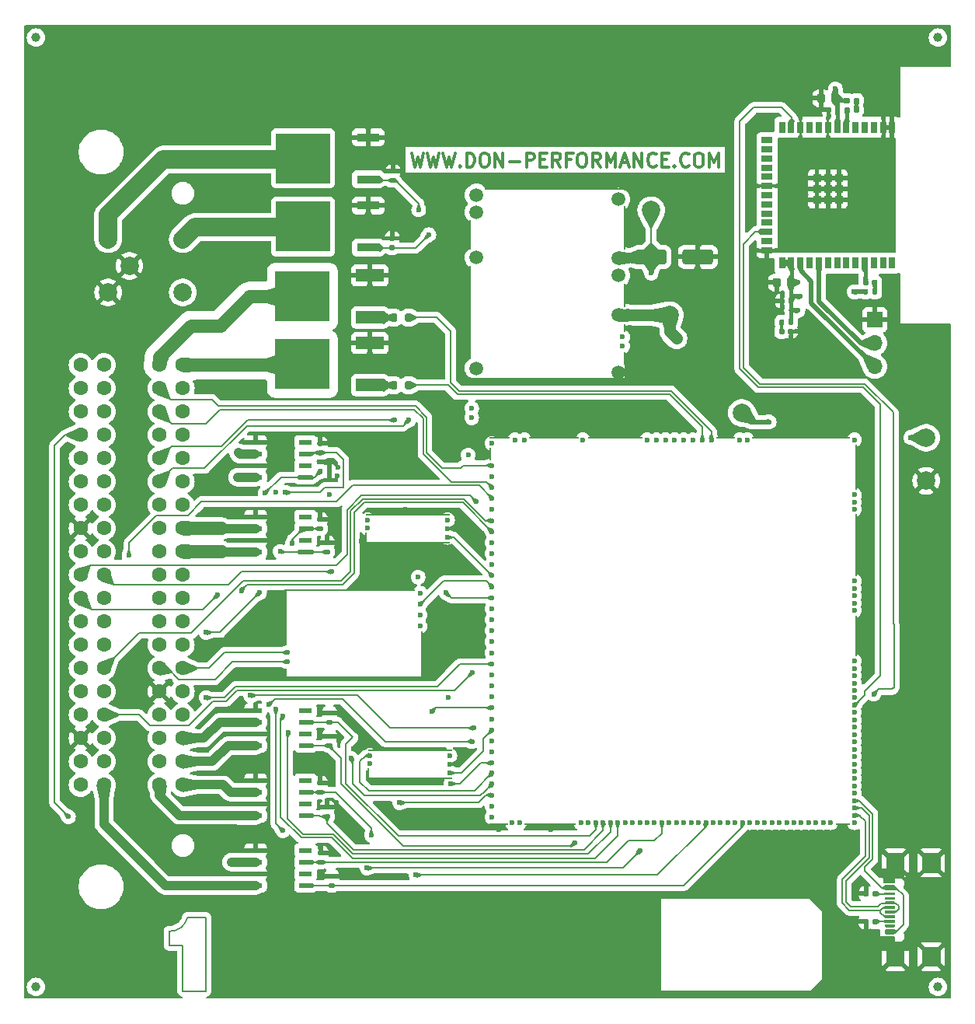
<source format=gtl>
G04 #@! TF.GenerationSoftware,KiCad,Pcbnew,8.0.6-8.0.6-0~ubuntu22.04.1*
G04 #@! TF.CreationDate,2024-11-26T06:46:57+00:00*
G04 #@! TF.ProjectId,hellenbremen,68656c6c-656e-4627-9265-6d656e2e6b69,rev?*
G04 #@! TF.SameCoordinates,Original*
G04 #@! TF.FileFunction,Copper,L1,Top*
G04 #@! TF.FilePolarity,Positive*
%FSLAX46Y46*%
G04 Gerber Fmt 4.6, Leading zero omitted, Abs format (unit mm)*
G04 Created by KiCad (PCBNEW 8.0.6-8.0.6-0~ubuntu22.04.1) date 2024-11-26 06:46:57*
%MOMM*%
%LPD*%
G01*
G04 APERTURE LIST*
G04 #@! TA.AperFunction,Conductor*
%ADD10C,0.200000*%
G04 #@! TD*
%ADD11C,0.300000*%
G04 #@! TA.AperFunction,NonConductor*
%ADD12C,0.300000*%
G04 #@! TD*
G04 #@! TA.AperFunction,EtchedComponent*
%ADD13C,0.200000*%
G04 #@! TD*
G04 #@! TA.AperFunction,ComponentPad*
%ADD14C,0.600000*%
G04 #@! TD*
G04 #@! TA.AperFunction,SMDPad,CuDef*
%ADD15O,0.200000X1.225000*%
G04 #@! TD*
G04 #@! TA.AperFunction,SMDPad,CuDef*
%ADD16O,9.300000X0.200000*%
G04 #@! TD*
G04 #@! TA.AperFunction,SMDPad,CuDef*
%ADD17C,1.000000*%
G04 #@! TD*
G04 #@! TA.AperFunction,SMDPad,CuDef*
%ADD18R,0.250000X6.185000*%
G04 #@! TD*
G04 #@! TA.AperFunction,SMDPad,CuDef*
%ADD19R,0.250000X1.115000*%
G04 #@! TD*
G04 #@! TA.AperFunction,SMDPad,CuDef*
%ADD20R,14.275000X0.250000*%
G04 #@! TD*
G04 #@! TA.AperFunction,SMDPad,CuDef*
%ADD21R,15.100000X0.250000*%
G04 #@! TD*
G04 #@! TA.AperFunction,SMDPad,CuDef*
%ADD22R,0.250000X5.175000*%
G04 #@! TD*
G04 #@! TA.AperFunction,SMDPad,CuDef*
%ADD23R,1.460500X0.533400*%
G04 #@! TD*
G04 #@! TA.AperFunction,SMDPad,CuDef*
%ADD24C,2.000000*%
G04 #@! TD*
G04 #@! TA.AperFunction,SMDPad,CuDef*
%ADD25R,3.048000X1.397000*%
G04 #@! TD*
G04 #@! TA.AperFunction,SMDPad,CuDef*
%ADD26R,5.918200X5.511800*%
G04 #@! TD*
G04 #@! TA.AperFunction,ComponentPad*
%ADD27C,1.500000*%
G04 #@! TD*
G04 #@! TA.AperFunction,SMDPad,CuDef*
%ADD28O,0.200000X3.300000*%
G04 #@! TD*
G04 #@! TA.AperFunction,SMDPad,CuDef*
%ADD29O,0.200000X10.200000*%
G04 #@! TD*
G04 #@! TA.AperFunction,SMDPad,CuDef*
%ADD30O,0.200000X0.300000*%
G04 #@! TD*
G04 #@! TA.AperFunction,SMDPad,CuDef*
%ADD31O,17.000000X0.200000*%
G04 #@! TD*
G04 #@! TA.AperFunction,SMDPad,CuDef*
%ADD32O,15.400000X0.200000*%
G04 #@! TD*
G04 #@! TA.AperFunction,SMDPad,CuDef*
%ADD33O,0.200000X4.800000*%
G04 #@! TD*
G04 #@! TA.AperFunction,SMDPad,CuDef*
%ADD34O,0.200000X2.600000*%
G04 #@! TD*
G04 #@! TA.AperFunction,SMDPad,CuDef*
%ADD35O,0.200000X1.000000*%
G04 #@! TD*
G04 #@! TA.AperFunction,SMDPad,CuDef*
%ADD36O,0.200000X1.500000*%
G04 #@! TD*
G04 #@! TA.AperFunction,ComponentPad*
%ADD37C,2.000000*%
G04 #@! TD*
G04 #@! TA.AperFunction,ComponentPad*
%ADD38C,1.600000*%
G04 #@! TD*
G04 #@! TA.AperFunction,SMDPad,CuDef*
%ADD39R,2.300000X0.200000*%
G04 #@! TD*
G04 #@! TA.AperFunction,SMDPad,CuDef*
%ADD40R,10.700000X0.200000*%
G04 #@! TD*
G04 #@! TA.AperFunction,SMDPad,CuDef*
%ADD41R,2.100000X0.200000*%
G04 #@! TD*
G04 #@! TA.AperFunction,SMDPad,CuDef*
%ADD42R,6.000000X0.200000*%
G04 #@! TD*
G04 #@! TA.AperFunction,SMDPad,CuDef*
%ADD43R,5.400000X0.200000*%
G04 #@! TD*
G04 #@! TA.AperFunction,SMDPad,CuDef*
%ADD44R,0.200000X1.400000*%
G04 #@! TD*
G04 #@! TA.AperFunction,SMDPad,CuDef*
%ADD45R,0.200000X5.000000*%
G04 #@! TD*
G04 #@! TA.AperFunction,SMDPad,CuDef*
%ADD46R,0.200000X6.800000*%
G04 #@! TD*
G04 #@! TA.AperFunction,SMDPad,CuDef*
%ADD47R,0.200000X4.500000*%
G04 #@! TD*
G04 #@! TA.AperFunction,SMDPad,CuDef*
%ADD48R,1.600000X0.200000*%
G04 #@! TD*
G04 #@! TA.AperFunction,SMDPad,CuDef*
%ADD49R,5.700000X0.200000*%
G04 #@! TD*
G04 #@! TA.AperFunction,SMDPad,CuDef*
%ADD50R,2.000000X0.200000*%
G04 #@! TD*
G04 #@! TA.AperFunction,ComponentPad*
%ADD51R,1.700000X1.700000*%
G04 #@! TD*
G04 #@! TA.AperFunction,ComponentPad*
%ADD52O,1.700000X1.700000*%
G04 #@! TD*
G04 #@! TA.AperFunction,SMDPad,CuDef*
%ADD53R,0.711200X1.295400*%
G04 #@! TD*
G04 #@! TA.AperFunction,SMDPad,CuDef*
%ADD54R,1.295400X0.711200*%
G04 #@! TD*
G04 #@! TA.AperFunction,SMDPad,CuDef*
%ADD55R,0.889000X0.889000*%
G04 #@! TD*
G04 #@! TA.AperFunction,SMDPad,CuDef*
%ADD56R,2.489200X0.939800*%
G04 #@! TD*
G04 #@! TA.AperFunction,ViaPad*
%ADD57C,0.600000*%
G04 #@! TD*
G04 #@! TA.AperFunction,ViaPad*
%ADD58C,1.000000*%
G04 #@! TD*
G04 #@! TA.AperFunction,Conductor*
%ADD59C,1.300000*%
G04 #@! TD*
G04 #@! TA.AperFunction,Conductor*
%ADD60C,1.000000*%
G04 #@! TD*
G04 #@! TA.AperFunction,Conductor*
%ADD61C,0.500000*%
G04 #@! TD*
G04 #@! TA.AperFunction,Conductor*
%ADD62C,0.400000*%
G04 #@! TD*
G04 #@! TA.AperFunction,Conductor*
%ADD63C,1.400000*%
G04 #@! TD*
G04 #@! TA.AperFunction,Conductor*
%ADD64C,2.000000*%
G04 #@! TD*
G04 APERTURE END LIST*
D10*
G04 #@! TO.N,GND*
X96338459Y13687019D02*
X95338459Y13687019D01*
X95338459Y13187019D01*
X94238459Y13187019D01*
X94238459Y13687019D01*
X93600000Y13800000D01*
X93538459Y14587019D01*
X96338459Y14587019D01*
X96338459Y13687019D01*
G04 #@! TA.AperFunction,Conductor*
G36*
X96338459Y13687019D02*
G01*
X95338459Y13687019D01*
X95338459Y13187019D01*
X94238459Y13187019D01*
X94238459Y13687019D01*
X93600000Y13800000D01*
X93538459Y14587019D01*
X96338459Y14587019D01*
X96338459Y13687019D01*
G37*
G04 #@! TD.AperFunction*
X95300000Y6600000D02*
X97100000Y6600000D01*
X97100000Y5800000D01*
X93700000Y5800000D01*
X93700000Y7200000D01*
X95300000Y7200000D01*
X95300000Y6600000D01*
G04 #@! TA.AperFunction,Conductor*
G36*
X95300000Y6600000D02*
G01*
X97100000Y6600000D01*
X97100000Y5800000D01*
X93700000Y5800000D01*
X93700000Y7200000D01*
X95300000Y7200000D01*
X95300000Y6600000D01*
G37*
G04 #@! TD.AperFunction*
D11*
D12*
X42741845Y92589173D02*
X43098988Y91089173D01*
X43098988Y91089173D02*
X43384702Y92160601D01*
X43384702Y92160601D02*
X43670417Y91089173D01*
X43670417Y91089173D02*
X44027560Y92589173D01*
X44456131Y92589173D02*
X44813274Y91089173D01*
X44813274Y91089173D02*
X45098988Y92160601D01*
X45098988Y92160601D02*
X45384703Y91089173D01*
X45384703Y91089173D02*
X45741846Y92589173D01*
X46170417Y92589173D02*
X46527560Y91089173D01*
X46527560Y91089173D02*
X46813274Y92160601D01*
X46813274Y92160601D02*
X47098989Y91089173D01*
X47098989Y91089173D02*
X47456132Y92589173D01*
X48027560Y91232030D02*
X48098989Y91160601D01*
X48098989Y91160601D02*
X48027560Y91089173D01*
X48027560Y91089173D02*
X47956132Y91160601D01*
X47956132Y91160601D02*
X48027560Y91232030D01*
X48027560Y91232030D02*
X48027560Y91089173D01*
X48741846Y91089173D02*
X48741846Y92589173D01*
X48741846Y92589173D02*
X49098989Y92589173D01*
X49098989Y92589173D02*
X49313275Y92517744D01*
X49313275Y92517744D02*
X49456132Y92374887D01*
X49456132Y92374887D02*
X49527561Y92232030D01*
X49527561Y92232030D02*
X49598989Y91946316D01*
X49598989Y91946316D02*
X49598989Y91732030D01*
X49598989Y91732030D02*
X49527561Y91446316D01*
X49527561Y91446316D02*
X49456132Y91303459D01*
X49456132Y91303459D02*
X49313275Y91160601D01*
X49313275Y91160601D02*
X49098989Y91089173D01*
X49098989Y91089173D02*
X48741846Y91089173D01*
X50527561Y92589173D02*
X50813275Y92589173D01*
X50813275Y92589173D02*
X50956132Y92517744D01*
X50956132Y92517744D02*
X51098989Y92374887D01*
X51098989Y92374887D02*
X51170418Y92089173D01*
X51170418Y92089173D02*
X51170418Y91589173D01*
X51170418Y91589173D02*
X51098989Y91303459D01*
X51098989Y91303459D02*
X50956132Y91160601D01*
X50956132Y91160601D02*
X50813275Y91089173D01*
X50813275Y91089173D02*
X50527561Y91089173D01*
X50527561Y91089173D02*
X50384704Y91160601D01*
X50384704Y91160601D02*
X50241846Y91303459D01*
X50241846Y91303459D02*
X50170418Y91589173D01*
X50170418Y91589173D02*
X50170418Y92089173D01*
X50170418Y92089173D02*
X50241846Y92374887D01*
X50241846Y92374887D02*
X50384704Y92517744D01*
X50384704Y92517744D02*
X50527561Y92589173D01*
X51813275Y91089173D02*
X51813275Y92589173D01*
X51813275Y92589173D02*
X52670418Y91089173D01*
X52670418Y91089173D02*
X52670418Y92589173D01*
X53384704Y91660601D02*
X54527562Y91660601D01*
X55241847Y91089173D02*
X55241847Y92589173D01*
X55241847Y92589173D02*
X55813276Y92589173D01*
X55813276Y92589173D02*
X55956133Y92517744D01*
X55956133Y92517744D02*
X56027562Y92446316D01*
X56027562Y92446316D02*
X56098990Y92303459D01*
X56098990Y92303459D02*
X56098990Y92089173D01*
X56098990Y92089173D02*
X56027562Y91946316D01*
X56027562Y91946316D02*
X55956133Y91874887D01*
X55956133Y91874887D02*
X55813276Y91803459D01*
X55813276Y91803459D02*
X55241847Y91803459D01*
X56741847Y91874887D02*
X57241847Y91874887D01*
X57456133Y91089173D02*
X56741847Y91089173D01*
X56741847Y91089173D02*
X56741847Y92589173D01*
X56741847Y92589173D02*
X57456133Y92589173D01*
X58956133Y91089173D02*
X58456133Y91803459D01*
X58098990Y91089173D02*
X58098990Y92589173D01*
X58098990Y92589173D02*
X58670419Y92589173D01*
X58670419Y92589173D02*
X58813276Y92517744D01*
X58813276Y92517744D02*
X58884705Y92446316D01*
X58884705Y92446316D02*
X58956133Y92303459D01*
X58956133Y92303459D02*
X58956133Y92089173D01*
X58956133Y92089173D02*
X58884705Y91946316D01*
X58884705Y91946316D02*
X58813276Y91874887D01*
X58813276Y91874887D02*
X58670419Y91803459D01*
X58670419Y91803459D02*
X58098990Y91803459D01*
X60098990Y91874887D02*
X59598990Y91874887D01*
X59598990Y91089173D02*
X59598990Y92589173D01*
X59598990Y92589173D02*
X60313276Y92589173D01*
X61170419Y92589173D02*
X61456133Y92589173D01*
X61456133Y92589173D02*
X61598990Y92517744D01*
X61598990Y92517744D02*
X61741847Y92374887D01*
X61741847Y92374887D02*
X61813276Y92089173D01*
X61813276Y92089173D02*
X61813276Y91589173D01*
X61813276Y91589173D02*
X61741847Y91303459D01*
X61741847Y91303459D02*
X61598990Y91160601D01*
X61598990Y91160601D02*
X61456133Y91089173D01*
X61456133Y91089173D02*
X61170419Y91089173D01*
X61170419Y91089173D02*
X61027562Y91160601D01*
X61027562Y91160601D02*
X60884704Y91303459D01*
X60884704Y91303459D02*
X60813276Y91589173D01*
X60813276Y91589173D02*
X60813276Y92089173D01*
X60813276Y92089173D02*
X60884704Y92374887D01*
X60884704Y92374887D02*
X61027562Y92517744D01*
X61027562Y92517744D02*
X61170419Y92589173D01*
X63313276Y91089173D02*
X62813276Y91803459D01*
X62456133Y91089173D02*
X62456133Y92589173D01*
X62456133Y92589173D02*
X63027562Y92589173D01*
X63027562Y92589173D02*
X63170419Y92517744D01*
X63170419Y92517744D02*
X63241848Y92446316D01*
X63241848Y92446316D02*
X63313276Y92303459D01*
X63313276Y92303459D02*
X63313276Y92089173D01*
X63313276Y92089173D02*
X63241848Y91946316D01*
X63241848Y91946316D02*
X63170419Y91874887D01*
X63170419Y91874887D02*
X63027562Y91803459D01*
X63027562Y91803459D02*
X62456133Y91803459D01*
X63956133Y91089173D02*
X63956133Y92589173D01*
X63956133Y92589173D02*
X64456133Y91517744D01*
X64456133Y91517744D02*
X64956133Y92589173D01*
X64956133Y92589173D02*
X64956133Y91089173D01*
X65598991Y91517744D02*
X66313277Y91517744D01*
X65456134Y91089173D02*
X65956134Y92589173D01*
X65956134Y92589173D02*
X66456134Y91089173D01*
X66956133Y91089173D02*
X66956133Y92589173D01*
X66956133Y92589173D02*
X67813276Y91089173D01*
X67813276Y91089173D02*
X67813276Y92589173D01*
X69384705Y91232030D02*
X69313277Y91160601D01*
X69313277Y91160601D02*
X69098991Y91089173D01*
X69098991Y91089173D02*
X68956134Y91089173D01*
X68956134Y91089173D02*
X68741848Y91160601D01*
X68741848Y91160601D02*
X68598991Y91303459D01*
X68598991Y91303459D02*
X68527562Y91446316D01*
X68527562Y91446316D02*
X68456134Y91732030D01*
X68456134Y91732030D02*
X68456134Y91946316D01*
X68456134Y91946316D02*
X68527562Y92232030D01*
X68527562Y92232030D02*
X68598991Y92374887D01*
X68598991Y92374887D02*
X68741848Y92517744D01*
X68741848Y92517744D02*
X68956134Y92589173D01*
X68956134Y92589173D02*
X69098991Y92589173D01*
X69098991Y92589173D02*
X69313277Y92517744D01*
X69313277Y92517744D02*
X69384705Y92446316D01*
X70027562Y91874887D02*
X70527562Y91874887D01*
X70741848Y91089173D02*
X70027562Y91089173D01*
X70027562Y91089173D02*
X70027562Y92589173D01*
X70027562Y92589173D02*
X70741848Y92589173D01*
X71384705Y91232030D02*
X71456134Y91160601D01*
X71456134Y91160601D02*
X71384705Y91089173D01*
X71384705Y91089173D02*
X71313277Y91160601D01*
X71313277Y91160601D02*
X71384705Y91232030D01*
X71384705Y91232030D02*
X71384705Y91089173D01*
X72956134Y91232030D02*
X72884706Y91160601D01*
X72884706Y91160601D02*
X72670420Y91089173D01*
X72670420Y91089173D02*
X72527563Y91089173D01*
X72527563Y91089173D02*
X72313277Y91160601D01*
X72313277Y91160601D02*
X72170420Y91303459D01*
X72170420Y91303459D02*
X72098991Y91446316D01*
X72098991Y91446316D02*
X72027563Y91732030D01*
X72027563Y91732030D02*
X72027563Y91946316D01*
X72027563Y91946316D02*
X72098991Y92232030D01*
X72098991Y92232030D02*
X72170420Y92374887D01*
X72170420Y92374887D02*
X72313277Y92517744D01*
X72313277Y92517744D02*
X72527563Y92589173D01*
X72527563Y92589173D02*
X72670420Y92589173D01*
X72670420Y92589173D02*
X72884706Y92517744D01*
X72884706Y92517744D02*
X72956134Y92446316D01*
X73884706Y92589173D02*
X74170420Y92589173D01*
X74170420Y92589173D02*
X74313277Y92517744D01*
X74313277Y92517744D02*
X74456134Y92374887D01*
X74456134Y92374887D02*
X74527563Y92089173D01*
X74527563Y92089173D02*
X74527563Y91589173D01*
X74527563Y91589173D02*
X74456134Y91303459D01*
X74456134Y91303459D02*
X74313277Y91160601D01*
X74313277Y91160601D02*
X74170420Y91089173D01*
X74170420Y91089173D02*
X73884706Y91089173D01*
X73884706Y91089173D02*
X73741849Y91160601D01*
X73741849Y91160601D02*
X73598991Y91303459D01*
X73598991Y91303459D02*
X73527563Y91589173D01*
X73527563Y91589173D02*
X73527563Y92089173D01*
X73527563Y92089173D02*
X73598991Y92374887D01*
X73598991Y92374887D02*
X73741849Y92517744D01*
X73741849Y92517744D02*
X73884706Y92589173D01*
X75170420Y91089173D02*
X75170420Y92589173D01*
X75170420Y92589173D02*
X75670420Y91517744D01*
X75670420Y91517744D02*
X76170420Y92589173D01*
X76170420Y92589173D02*
X76170420Y91089173D01*
D13*
G04 #@! TD*
G04 #@! TO.C,G\u002A\u002A\u002A*
X16296000Y6334000D02*
X16296000Y7834000D01*
G04 #@! TO.C,G\u002A\u002A\u002A*
X16296000Y6334000D02*
X17796000Y6334000D01*
X17796000Y6334000D02*
X17796000Y1334000D01*
X17796000Y1334000D02*
X20296000Y1334000D01*
X20296000Y9334000D02*
X18296000Y9334000D01*
X20296000Y1334000D02*
X20296000Y9334000D01*
X18296000Y9334000D02*
G75*
G02*
X16296000Y7834000I-1921601J478801D01*
G01*
G04 #@! TD*
D14*
G04 #@! TO.P,M5,E1,V5A*
G04 #@! TO.N,+5VA*
X46639000Y52636998D03*
D15*
G04 #@! TO.P,M5,E2,GND*
G04 #@! TO.N,GND*
X37739000Y50661998D03*
D16*
X42289000Y53236998D03*
X42289000Y50136998D03*
D14*
X46639000Y51686998D03*
G04 #@! TO.P,M5,E3,OUT_KNOCK*
G04 #@! TO.N,MCU_KNOCK_F*
X46639000Y50737000D03*
G04 #@! TO.P,M5,W1,IN_KNOCK*
G04 #@! TO.N,RAW_KNOCK_F*
X37939000Y51736998D03*
G04 #@! TO.P,M5,W2,VREF*
G04 #@! TO.N,VREF1*
X37939000Y52636998D03*
G04 #@! TD*
G04 #@! TO.P,R11,1*
G04 #@! TO.N,MCUIGN_2*
G04 #@! TA.AperFunction,SMDPad,CuDef*
G36*
G01*
X42817998Y74951002D02*
X42817998Y74401002D01*
G75*
G02*
X42617998Y74201002I-200000J0D01*
G01*
X42217998Y74201002D01*
G75*
G02*
X42017998Y74401002I0J200000D01*
G01*
X42017998Y74951002D01*
G75*
G02*
X42217998Y75151002I200000J0D01*
G01*
X42617998Y75151002D01*
G75*
G02*
X42817998Y74951002I0J-200000D01*
G01*
G37*
G04 #@! TD.AperFunction*
G04 #@! TO.P,R11,2*
G04 #@! TO.N,Net-(Q2-Pad1)*
G04 #@! TA.AperFunction,SMDPad,CuDef*
G36*
G01*
X41167998Y74951002D02*
X41167998Y74401002D01*
G75*
G02*
X40967998Y74201002I-200000J0D01*
G01*
X40567998Y74201002D01*
G75*
G02*
X40367998Y74401002I0J200000D01*
G01*
X40367998Y74951002D01*
G75*
G02*
X40567998Y75151002I200000J0D01*
G01*
X40967998Y75151002D01*
G75*
G02*
X41167998Y74951002I0J-200000D01*
G01*
G37*
G04 #@! TD.AperFunction*
G04 #@! TD*
D17*
G04 #@! TO.P,FID3,*
G04 #@! TO.N,*
X100076000Y1778000D03*
G04 #@! TD*
G04 #@! TO.P,R6,1*
G04 #@! TO.N,MCU_INJ1*
G04 #@! TA.AperFunction,SMDPad,CuDef*
G36*
G01*
X32949151Y22716112D02*
X32579151Y22716112D01*
G75*
G02*
X32444151Y22851112I0J135000D01*
G01*
X32444151Y23121112D01*
G75*
G02*
X32579151Y23256112I135000J0D01*
G01*
X32949151Y23256112D01*
G75*
G02*
X33084151Y23121112I0J-135000D01*
G01*
X33084151Y22851112D01*
G75*
G02*
X32949151Y22716112I-135000J0D01*
G01*
G37*
G04 #@! TD.AperFunction*
G04 #@! TO.P,R6,2*
G04 #@! TO.N,GND*
G04 #@! TA.AperFunction,SMDPad,CuDef*
G36*
G01*
X32949151Y23736112D02*
X32579151Y23736112D01*
G75*
G02*
X32444151Y23871112I0J135000D01*
G01*
X32444151Y24141112D01*
G75*
G02*
X32579151Y24276112I135000J0D01*
G01*
X32949151Y24276112D01*
G75*
G02*
X33084151Y24141112I0J-135000D01*
G01*
X33084151Y23871112D01*
G75*
G02*
X32949151Y23736112I-135000J0D01*
G01*
G37*
G04 #@! TD.AperFunction*
G04 #@! TD*
G04 #@! TO.P,R16,1*
G04 #@! TO.N,MCU_CFC*
G04 #@! TA.AperFunction,SMDPad,CuDef*
G36*
G01*
X40885000Y89320000D02*
X40515000Y89320000D01*
G75*
G02*
X40380000Y89455000I0J135000D01*
G01*
X40380000Y89725000D01*
G75*
G02*
X40515000Y89860000I135000J0D01*
G01*
X40885000Y89860000D01*
G75*
G02*
X41020000Y89725000I0J-135000D01*
G01*
X41020000Y89455000D01*
G75*
G02*
X40885000Y89320000I-135000J0D01*
G01*
G37*
G04 #@! TD.AperFunction*
G04 #@! TO.P,R16,2*
G04 #@! TO.N,GND*
G04 #@! TA.AperFunction,SMDPad,CuDef*
G36*
G01*
X40885000Y90340000D02*
X40515000Y90340000D01*
G75*
G02*
X40380000Y90475000I0J135000D01*
G01*
X40380000Y90745000D01*
G75*
G02*
X40515000Y90880000I135000J0D01*
G01*
X40885000Y90880000D01*
G75*
G02*
X41020000Y90745000I0J-135000D01*
G01*
X41020000Y90475000D01*
G75*
G02*
X40885000Y90340000I-135000J0D01*
G01*
G37*
G04 #@! TD.AperFunction*
G04 #@! TD*
D14*
G04 #@! TO.P,M4,E1,HALL_EN*
G04 #@! TO.N,unconnected-(M4-HALL_EN-PadE1)*
X43647000Y42257000D03*
G04 #@! TO.P,M4,E2,NC*
G04 #@! TO.N,unconnected-(M4-NC-PadE2)*
X43647000Y41057000D03*
G04 #@! TO.P,M4,E3,OUT*
G04 #@! TO.N,IN_CRANK*
X43647000Y43457000D03*
G04 #@! TO.P,M4,E4,V5_IN*
G04 #@! TO.N,+5VA*
X43647000Y44657000D03*
D18*
G04 #@! TO.P,M4,G,GND*
G04 #@! TO.N,GND*
X28997000Y41989500D03*
D19*
X28997000Y35939500D03*
D20*
X36009500Y44957000D03*
D21*
X36422000Y35507000D03*
D22*
X43847000Y37969500D03*
D14*
G04 #@! TO.P,M4,W1,VR-/HALL*
G04 #@! TO.N,CRANK_LOW*
X29222000Y38197000D03*
G04 #@! TO.P,M4,W2,VR+*
G04 #@! TO.N,CRANK_HIGH*
X29222000Y37197000D03*
G04 #@! TD*
G04 #@! TO.P,C2,1*
G04 #@! TO.N,GND*
G04 #@! TA.AperFunction,SMDPad,CuDef*
G36*
G01*
X82834000Y76284000D02*
X82834000Y76624000D01*
G75*
G02*
X82974000Y76764000I140000J0D01*
G01*
X83254000Y76764000D01*
G75*
G02*
X83394000Y76624000I0J-140000D01*
G01*
X83394000Y76284000D01*
G75*
G02*
X83254000Y76144000I-140000J0D01*
G01*
X82974000Y76144000D01*
G75*
G02*
X82834000Y76284000I0J140000D01*
G01*
G37*
G04 #@! TD.AperFunction*
G04 #@! TO.P,C2,2*
G04 #@! TO.N,+3V3SW*
G04 #@! TA.AperFunction,SMDPad,CuDef*
G36*
G01*
X83794000Y76284000D02*
X83794000Y76624000D01*
G75*
G02*
X83934000Y76764000I140000J0D01*
G01*
X84214000Y76764000D01*
G75*
G02*
X84354000Y76624000I0J-140000D01*
G01*
X84354000Y76284000D01*
G75*
G02*
X84214000Y76144000I-140000J0D01*
G01*
X83934000Y76144000D01*
G75*
G02*
X83794000Y76284000I0J140000D01*
G01*
G37*
G04 #@! TD.AperFunction*
G04 #@! TD*
D23*
G04 #@! TO.P,U7,1,IN1/VSUPPLY1*
G04 #@! TO.N,MCU_RHO2H*
X31172150Y57277000D03*
G04 #@! TO.P,U7,2,STATUS*
G04 #@! TO.N,unconnected-(U7-STATUS-Pad2)*
X31172150Y58547000D03*
G04 #@! TO.P,U7,3,IN2/VSUPPLY2*
G04 #@! TO.N,MCU_PCHO2SHTR*
X31172150Y59817000D03*
G04 #@! TO.P,U7,4,STATUS2*
G04 #@! TO.N,unconnected-(U7-STATUS2-Pad4)*
X31172150Y61087000D03*
G04 #@! TO.P,U7,5,SOURCE2*
G04 #@! TO.N,GND*
X25723850Y61087000D03*
G04 #@! TO.P,U7,6,DRAIN2*
G04 #@! TO.N,PCHO2SHTR*
X25723850Y59817000D03*
G04 #@! TO.P,U7,7,SOURCE1*
G04 #@! TO.N,GND*
X25723850Y58547000D03*
G04 #@! TO.P,U7,8,DRAIN1*
G04 #@! TO.N,RHO2H*
X25723850Y57277000D03*
G04 #@! TD*
G04 #@! TO.P,D1,1,K*
G04 #@! TO.N,GND*
G04 #@! TA.AperFunction,SMDPad,CuDef*
G36*
G01*
X84325000Y73324500D02*
X84325000Y72979500D01*
G75*
G02*
X84177500Y72832000I-147500J0D01*
G01*
X83882500Y72832000D01*
G75*
G02*
X83735000Y72979500I0J147500D01*
G01*
X83735000Y73324500D01*
G75*
G02*
X83882500Y73472000I147500J0D01*
G01*
X84177500Y73472000D01*
G75*
G02*
X84325000Y73324500I0J-147500D01*
G01*
G37*
G04 #@! TD.AperFunction*
G04 #@! TO.P,D1,2,A*
G04 #@! TO.N,Net-(D1-A)*
G04 #@! TA.AperFunction,SMDPad,CuDef*
G36*
G01*
X83355000Y73324500D02*
X83355000Y72979500D01*
G75*
G02*
X83207500Y72832000I-147500J0D01*
G01*
X82912500Y72832000D01*
G75*
G02*
X82765000Y72979500I0J147500D01*
G01*
X82765000Y73324500D01*
G75*
G02*
X82912500Y73472000I147500J0D01*
G01*
X83207500Y73472000D01*
G75*
G02*
X83355000Y73324500I0J-147500D01*
G01*
G37*
G04 #@! TD.AperFunction*
G04 #@! TD*
G04 #@! TO.P,R12,1*
G04 #@! TO.N,MCU_PRGSEL*
G04 #@! TA.AperFunction,SMDPad,CuDef*
G36*
G01*
X33713000Y48877000D02*
X33343000Y48877000D01*
G75*
G02*
X33208000Y49012000I0J135000D01*
G01*
X33208000Y49282000D01*
G75*
G02*
X33343000Y49417000I135000J0D01*
G01*
X33713000Y49417000D01*
G75*
G02*
X33848000Y49282000I0J-135000D01*
G01*
X33848000Y49012000D01*
G75*
G02*
X33713000Y48877000I-135000J0D01*
G01*
G37*
G04 #@! TD.AperFunction*
G04 #@! TO.P,R12,2*
G04 #@! TO.N,GND*
G04 #@! TA.AperFunction,SMDPad,CuDef*
G36*
G01*
X33713000Y49897000D02*
X33343000Y49897000D01*
G75*
G02*
X33208000Y50032000I0J135000D01*
G01*
X33208000Y50302000D01*
G75*
G02*
X33343000Y50437000I135000J0D01*
G01*
X33713000Y50437000D01*
G75*
G02*
X33848000Y50302000I0J-135000D01*
G01*
X33848000Y50032000D01*
G75*
G02*
X33713000Y49897000I-135000J0D01*
G01*
G37*
G04 #@! TD.AperFunction*
G04 #@! TD*
D24*
G04 #@! TO.P,TP4,1,1*
G04 #@! TO.N,+12V*
X68834000Y86360000D03*
G04 #@! TD*
D25*
G04 #@! TO.P,Q1,1,1*
G04 #@! TO.N,Net-(Q1-Pad1)*
X38176200Y67306000D03*
D26*
G04 #@! TO.P,Q1,2,2*
G04 #@! TO.N,IGN_1*
X30822900Y69596000D03*
D25*
G04 #@! TO.P,Q1,3,3*
G04 #@! TO.N,GND*
X38176200Y71886000D03*
G04 #@! TD*
D17*
G04 #@! TO.P,FID2,*
G04 #@! TO.N,*
X100076000Y105156000D03*
G04 #@! TD*
D25*
G04 #@! TO.P,Q2,1,1*
G04 #@! TO.N,Net-(Q2-Pad1)*
X38176198Y74672002D03*
D26*
G04 #@! TO.P,Q2,2,2*
G04 #@! TO.N,IGN_2*
X30822898Y76962002D03*
D25*
G04 #@! TO.P,Q2,3,3*
G04 #@! TO.N,GND*
X38176198Y79252002D03*
G04 #@! TD*
G04 #@! TO.P,C4,1*
G04 #@! TO.N,GND*
G04 #@! TA.AperFunction,SMDPad,CuDef*
G36*
G01*
X87914000Y97112000D02*
X87914000Y97452000D01*
G75*
G02*
X88054000Y97592000I140000J0D01*
G01*
X88334000Y97592000D01*
G75*
G02*
X88474000Y97452000I0J-140000D01*
G01*
X88474000Y97112000D01*
G75*
G02*
X88334000Y96972000I-140000J0D01*
G01*
X88054000Y96972000D01*
G75*
G02*
X87914000Y97112000I0J140000D01*
G01*
G37*
G04 #@! TD.AperFunction*
G04 #@! TO.P,C4,2*
G04 #@! TO.N,+3V3SW*
G04 #@! TA.AperFunction,SMDPad,CuDef*
G36*
G01*
X88874000Y97112000D02*
X88874000Y97452000D01*
G75*
G02*
X89014000Y97592000I140000J0D01*
G01*
X89294000Y97592000D01*
G75*
G02*
X89434000Y97452000I0J-140000D01*
G01*
X89434000Y97112000D01*
G75*
G02*
X89294000Y96972000I-140000J0D01*
G01*
X89014000Y96972000D01*
G75*
G02*
X88874000Y97112000I0J140000D01*
G01*
G37*
G04 #@! TD.AperFunction*
G04 #@! TD*
G04 #@! TO.P,M1,G,GND*
G04 #@! TO.N,GND*
G04 #@! TA.AperFunction,SMDPad,CuDef*
G36*
G01*
X87473563Y2709143D02*
X87473563Y9999143D01*
G75*
G02*
X87573563Y10099143I100000J0D01*
G01*
X87573563Y10099143D01*
G75*
G02*
X87673563Y9999143I0J-100000D01*
G01*
X87673563Y2709143D01*
G75*
G02*
X87573563Y2609143I-100000J0D01*
G01*
X87573563Y2609143D01*
G75*
G02*
X87473563Y2709143I0J100000D01*
G01*
G37*
G04 #@! TD.AperFunction*
G04 #@! TA.AperFunction,SMDPad,CuDef*
G36*
G01*
X86088848Y1342834D02*
X87495990Y2749976D01*
G75*
G02*
X87637412Y2749976I70711J-70711D01*
G01*
X87637412Y2749976D01*
G75*
G02*
X87637412Y2608554I-70711J-70711D01*
G01*
X86230270Y1201412D01*
G75*
G02*
X86088848Y1201412I-70711J70711D01*
G01*
X86088848Y1201412D01*
G75*
G02*
X86088848Y1342834I70711J70711D01*
G01*
G37*
G04 #@! TD.AperFunction*
G04 #@! TA.AperFunction,SMDPad,CuDef*
G36*
G01*
X87501111Y9932675D02*
X86058613Y11375173D01*
G75*
G02*
X86058613Y11516595I70711J70711D01*
G01*
X86058613Y11516595D01*
G75*
G02*
X86200035Y11516595I70711J-70711D01*
G01*
X87642533Y10074097D01*
G75*
G02*
X87642533Y9932675I-70711J-70711D01*
G01*
X87642533Y9932675D01*
G75*
G02*
X87501111Y9932675I-70711J70711D01*
G01*
G37*
G04 #@! TD.AperFunction*
G04 #@! TA.AperFunction,SMDPad,CuDef*
G36*
G01*
X86153000Y1170000D02*
X69803000Y1170000D01*
G75*
G02*
X69703000Y1270000I0J100000D01*
G01*
X69703000Y1270000D01*
G75*
G02*
X69803000Y1370000I100000J0D01*
G01*
X86153000Y1370000D01*
G75*
G02*
X86253000Y1270000I0J-100000D01*
G01*
X86253000Y1270000D01*
G75*
G02*
X86153000Y1170000I-100000J0D01*
G01*
G37*
G04 #@! TD.AperFunction*
G04 #@! TA.AperFunction,SMDPad,CuDef*
G36*
G01*
X86074576Y11347626D02*
X69814576Y11347626D01*
G75*
G02*
X69714576Y11447626I0J100000D01*
G01*
X69714576Y11447626D01*
G75*
G02*
X69814576Y11547626I100000J0D01*
G01*
X86074576Y11547626D01*
G75*
G02*
X86174576Y11447626I0J-100000D01*
G01*
X86174576Y11447626D01*
G75*
G02*
X86074576Y11347626I-100000J0D01*
G01*
G37*
G04 #@! TD.AperFunction*
G04 #@! TA.AperFunction,SMDPad,CuDef*
G36*
G01*
X69881079Y11449809D02*
X69881079Y1279809D01*
G75*
G02*
X69781079Y1179809I-100000J0D01*
G01*
X69781079Y1179809D01*
G75*
G02*
X69681079Y1279809I0J100000D01*
G01*
X69681079Y11449809D01*
G75*
G02*
X69781079Y11549809I100000J0D01*
G01*
X69781079Y11549809D01*
G75*
G02*
X69881079Y11449809I0J-100000D01*
G01*
G37*
G04 #@! TD.AperFunction*
G04 #@! TD*
G04 #@! TO.P,R18,1*
G04 #@! TO.N,MCU_PCHO2SHTR*
G04 #@! TA.AperFunction,SMDPad,CuDef*
G36*
G01*
X32951000Y59674000D02*
X32581000Y59674000D01*
G75*
G02*
X32446000Y59809000I0J135000D01*
G01*
X32446000Y60079000D01*
G75*
G02*
X32581000Y60214000I135000J0D01*
G01*
X32951000Y60214000D01*
G75*
G02*
X33086000Y60079000I0J-135000D01*
G01*
X33086000Y59809000D01*
G75*
G02*
X32951000Y59674000I-135000J0D01*
G01*
G37*
G04 #@! TD.AperFunction*
G04 #@! TO.P,R18,2*
G04 #@! TO.N,GND*
G04 #@! TA.AperFunction,SMDPad,CuDef*
G36*
G01*
X32951000Y60694000D02*
X32581000Y60694000D01*
G75*
G02*
X32446000Y60829000I0J135000D01*
G01*
X32446000Y61099000D01*
G75*
G02*
X32581000Y61234000I135000J0D01*
G01*
X32951000Y61234000D01*
G75*
G02*
X33086000Y61099000I0J-135000D01*
G01*
X33086000Y60829000D01*
G75*
G02*
X32951000Y60694000I-135000J0D01*
G01*
G37*
G04 #@! TD.AperFunction*
G04 #@! TD*
G04 #@! TO.P,R3,1*
G04 #@! TO.N,MCU_INJ2*
G04 #@! TA.AperFunction,SMDPad,CuDef*
G36*
G01*
X33967000Y27797000D02*
X33597000Y27797000D01*
G75*
G02*
X33462000Y27932000I0J135000D01*
G01*
X33462000Y28202000D01*
G75*
G02*
X33597000Y28337000I135000J0D01*
G01*
X33967000Y28337000D01*
G75*
G02*
X34102000Y28202000I0J-135000D01*
G01*
X34102000Y27932000D01*
G75*
G02*
X33967000Y27797000I-135000J0D01*
G01*
G37*
G04 #@! TD.AperFunction*
G04 #@! TO.P,R3,2*
G04 #@! TO.N,GND*
G04 #@! TA.AperFunction,SMDPad,CuDef*
G36*
G01*
X33967000Y28817000D02*
X33597000Y28817000D01*
G75*
G02*
X33462000Y28952000I0J135000D01*
G01*
X33462000Y29222000D01*
G75*
G02*
X33597000Y29357000I135000J0D01*
G01*
X33967000Y29357000D01*
G75*
G02*
X34102000Y29222000I0J-135000D01*
G01*
X34102000Y28952000D01*
G75*
G02*
X33967000Y28817000I-135000J0D01*
G01*
G37*
G04 #@! TD.AperFunction*
G04 #@! TD*
G04 #@! TO.P,R17,1*
G04 #@! TO.N,MCU_RHO2H*
G04 #@! TA.AperFunction,SMDPad,CuDef*
G36*
G01*
X32494000Y57727000D02*
X32494000Y58097000D01*
G75*
G02*
X32629000Y58232000I135000J0D01*
G01*
X32899000Y58232000D01*
G75*
G02*
X33034000Y58097000I0J-135000D01*
G01*
X33034000Y57727000D01*
G75*
G02*
X32899000Y57592000I-135000J0D01*
G01*
X32629000Y57592000D01*
G75*
G02*
X32494000Y57727000I0J135000D01*
G01*
G37*
G04 #@! TD.AperFunction*
G04 #@! TO.P,R17,2*
G04 #@! TO.N,GND*
G04 #@! TA.AperFunction,SMDPad,CuDef*
G36*
G01*
X33514000Y57727000D02*
X33514000Y58097000D01*
G75*
G02*
X33649000Y58232000I135000J0D01*
G01*
X33919000Y58232000D01*
G75*
G02*
X34054000Y58097000I0J-135000D01*
G01*
X34054000Y57727000D01*
G75*
G02*
X33919000Y57592000I-135000J0D01*
G01*
X33649000Y57592000D01*
G75*
G02*
X33514000Y57727000I0J135000D01*
G01*
G37*
G04 #@! TD.AperFunction*
G04 #@! TD*
D27*
G04 #@! TO.P,M2,E1,VBAT*
G04 #@! TO.N,unconnected-(M2-VBAT-PadE1)*
X65278000Y87556999D03*
G04 #@! TO.P,M2,E2,V12*
G04 #@! TO.N,+12V*
X65278000Y81157002D03*
G04 #@! TO.P,M2,E3,VIGN*
G04 #@! TO.N,VIGN*
X65278000Y79256999D03*
G04 #@! TO.P,M2,E4,V5*
G04 #@! TO.N,+5V*
X65278000Y74956999D03*
D14*
G04 #@! TO.P,M2,E5,EN_5VP*
G04 #@! TO.N,PWR_EN*
X65727999Y72557002D03*
G04 #@! TO.P,M2,E6,PG_5VP*
G04 #@! TO.N,unconnected-(M2-PG_5VP-PadE6)*
X65727999Y71557001D03*
D28*
G04 #@! TO.P,M2,S1,GND*
G04 #@! TO.N,GND*
X49128004Y83706999D03*
D29*
X49128004Y75207001D03*
D30*
X49128004Y68106999D03*
D31*
X57528002Y68056999D03*
D32*
X58328003Y88656999D03*
D27*
X65278000Y68706999D03*
D30*
X65928001Y88606999D03*
D33*
X65928001Y84407001D03*
D34*
X65928001Y77056999D03*
D35*
X65928001Y73557002D03*
D36*
X65928001Y70257001D03*
D27*
G04 #@! TO.P,M2,V1,V12_PERM*
G04 #@! TO.N,+12V_BAT*
X49778003Y88007001D03*
G04 #@! TO.P,M2,V2,IN_VIGN*
G04 #@! TO.N,+12V_PSP*
X49778003Y86157002D03*
G04 #@! TO.P,M2,V3,V12_RAW*
X49778003Y81206999D03*
G04 #@! TO.P,M2,V4,5VP*
G04 #@! TO.N,+5VP*
X49778003Y69157001D03*
G04 #@! TD*
G04 #@! TO.P,R15,1*
G04 #@! TO.N,MCU_CPC*
G04 #@! TA.AperFunction,SMDPad,CuDef*
G36*
G01*
X40785000Y82010000D02*
X40415000Y82010000D01*
G75*
G02*
X40280000Y82145000I0J135000D01*
G01*
X40280000Y82415000D01*
G75*
G02*
X40415000Y82550000I135000J0D01*
G01*
X40785000Y82550000D01*
G75*
G02*
X40920000Y82415000I0J-135000D01*
G01*
X40920000Y82145000D01*
G75*
G02*
X40785000Y82010000I-135000J0D01*
G01*
G37*
G04 #@! TD.AperFunction*
G04 #@! TO.P,R15,2*
G04 #@! TO.N,GND*
G04 #@! TA.AperFunction,SMDPad,CuDef*
G36*
G01*
X40785000Y83030000D02*
X40415000Y83030000D01*
G75*
G02*
X40280000Y83165000I0J135000D01*
G01*
X40280000Y83435000D01*
G75*
G02*
X40415000Y83570000I135000J0D01*
G01*
X40785000Y83570000D01*
G75*
G02*
X40920000Y83435000I0J-135000D01*
G01*
X40920000Y83165000D01*
G75*
G02*
X40785000Y83030000I-135000J0D01*
G01*
G37*
G04 #@! TD.AperFunction*
G04 #@! TD*
D24*
G04 #@! TO.P,TP3,1,1*
G04 #@! TO.N,+5V*
X70866000Y74930000D03*
G04 #@! TD*
G04 #@! TO.P,R7,1*
G04 #@! TO.N,Net-(D1-A)*
G04 #@! TA.AperFunction,SMDPad,CuDef*
G36*
G01*
X82788000Y73983000D02*
X82788000Y74353000D01*
G75*
G02*
X82923000Y74488000I135000J0D01*
G01*
X83193000Y74488000D01*
G75*
G02*
X83328000Y74353000I0J-135000D01*
G01*
X83328000Y73983000D01*
G75*
G02*
X83193000Y73848000I-135000J0D01*
G01*
X82923000Y73848000D01*
G75*
G02*
X82788000Y73983000I0J135000D01*
G01*
G37*
G04 #@! TD.AperFunction*
G04 #@! TO.P,R7,2*
G04 #@! TO.N,+3V3SW*
G04 #@! TA.AperFunction,SMDPad,CuDef*
G36*
G01*
X83808000Y73983000D02*
X83808000Y74353000D01*
G75*
G02*
X83943000Y74488000I135000J0D01*
G01*
X84213000Y74488000D01*
G75*
G02*
X84348000Y74353000I0J-135000D01*
G01*
X84348000Y73983000D01*
G75*
G02*
X84213000Y73848000I-135000J0D01*
G01*
X83943000Y73848000D01*
G75*
G02*
X83808000Y73983000I0J135000D01*
G01*
G37*
G04 #@! TD.AperFunction*
G04 #@! TD*
G04 #@! TO.P,R10,1*
G04 #@! TO.N,+3V3SW*
G04 #@! TA.AperFunction,SMDPad,CuDef*
G36*
G01*
X91930000Y77285000D02*
X91930000Y77655000D01*
G75*
G02*
X92065000Y77790000I135000J0D01*
G01*
X92335000Y77790000D01*
G75*
G02*
X92470000Y77655000I0J-135000D01*
G01*
X92470000Y77285000D01*
G75*
G02*
X92335000Y77150000I-135000J0D01*
G01*
X92065000Y77150000D01*
G75*
G02*
X91930000Y77285000I0J135000D01*
G01*
G37*
G04 #@! TD.AperFunction*
G04 #@! TO.P,R10,2*
G04 #@! TO.N,Net-(D3-A)*
G04 #@! TA.AperFunction,SMDPad,CuDef*
G36*
G01*
X92950000Y77285000D02*
X92950000Y77655000D01*
G75*
G02*
X93085000Y77790000I135000J0D01*
G01*
X93355000Y77790000D01*
G75*
G02*
X93490000Y77655000I0J-135000D01*
G01*
X93490000Y77285000D01*
G75*
G02*
X93355000Y77150000I-135000J0D01*
G01*
X93085000Y77150000D01*
G75*
G02*
X92950000Y77285000I0J135000D01*
G01*
G37*
G04 #@! TD.AperFunction*
G04 #@! TD*
D17*
G04 #@! TO.P,FID4,*
G04 #@! TO.N,*
X1778000Y1778000D03*
G04 #@! TD*
G04 #@! TO.P,FID1,*
G04 #@! TO.N,*
X1778000Y105156000D03*
G04 #@! TD*
G04 #@! TO.P,R19,1*
G04 #@! TO.N,MCU_CCFC*
G04 #@! TA.AperFunction,SMDPad,CuDef*
G36*
G01*
X34221000Y12555000D02*
X33851000Y12555000D01*
G75*
G02*
X33716000Y12690000I0J135000D01*
G01*
X33716000Y12960000D01*
G75*
G02*
X33851000Y13095000I135000J0D01*
G01*
X34221000Y13095000D01*
G75*
G02*
X34356000Y12960000I0J-135000D01*
G01*
X34356000Y12690000D01*
G75*
G02*
X34221000Y12555000I-135000J0D01*
G01*
G37*
G04 #@! TD.AperFunction*
G04 #@! TO.P,R19,2*
G04 #@! TO.N,GND*
G04 #@! TA.AperFunction,SMDPad,CuDef*
G36*
G01*
X34221000Y13575000D02*
X33851000Y13575000D01*
G75*
G02*
X33716000Y13710000I0J135000D01*
G01*
X33716000Y13980000D01*
G75*
G02*
X33851000Y14115000I135000J0D01*
G01*
X34221000Y14115000D01*
G75*
G02*
X34356000Y13980000I0J-135000D01*
G01*
X34356000Y13710000D01*
G75*
G02*
X34221000Y13575000I-135000J0D01*
G01*
G37*
G04 #@! TD.AperFunction*
G04 #@! TD*
G04 #@! TO.P,R20,1*
G04 #@! TO.N,MCU_FHO2H*
G04 #@! TA.AperFunction,SMDPad,CuDef*
G36*
G01*
X33020850Y15095000D02*
X32650850Y15095000D01*
G75*
G02*
X32515850Y15230000I0J135000D01*
G01*
X32515850Y15500000D01*
G75*
G02*
X32650850Y15635000I135000J0D01*
G01*
X33020850Y15635000D01*
G75*
G02*
X33155850Y15500000I0J-135000D01*
G01*
X33155850Y15230000D01*
G75*
G02*
X33020850Y15095000I-135000J0D01*
G01*
G37*
G04 #@! TD.AperFunction*
G04 #@! TO.P,R20,2*
G04 #@! TO.N,GND*
G04 #@! TA.AperFunction,SMDPad,CuDef*
G36*
G01*
X33020850Y16115000D02*
X32650850Y16115000D01*
G75*
G02*
X32515850Y16250000I0J135000D01*
G01*
X32515850Y16520000D01*
G75*
G02*
X32650850Y16655000I135000J0D01*
G01*
X33020850Y16655000D01*
G75*
G02*
X33155850Y16520000I0J-135000D01*
G01*
X33155850Y16250000D01*
G75*
G02*
X33020850Y16115000I-135000J0D01*
G01*
G37*
G04 #@! TD.AperFunction*
G04 #@! TD*
G04 #@! TO.P,C7,1*
G04 #@! TO.N,GND*
G04 #@! TA.AperFunction,SMDPad,CuDef*
G36*
G01*
X75571500Y81830000D02*
X75571500Y80730000D01*
G75*
G02*
X75321500Y80480000I-250000J0D01*
G01*
X72496500Y80480000D01*
G75*
G02*
X72246500Y80730000I0J250000D01*
G01*
X72246500Y81830000D01*
G75*
G02*
X72496500Y82080000I250000J0D01*
G01*
X75321500Y82080000D01*
G75*
G02*
X75571500Y81830000I0J-250000D01*
G01*
G37*
G04 #@! TD.AperFunction*
G04 #@! TO.P,C7,2*
G04 #@! TO.N,+12V*
G04 #@! TA.AperFunction,SMDPad,CuDef*
G36*
G01*
X70496500Y81830000D02*
X70496500Y80730000D01*
G75*
G02*
X70246500Y80480000I-250000J0D01*
G01*
X67421500Y80480000D01*
G75*
G02*
X67171500Y80730000I0J250000D01*
G01*
X67171500Y81830000D01*
G75*
G02*
X67421500Y82080000I250000J0D01*
G01*
X70246500Y82080000D01*
G75*
G02*
X70496500Y81830000I0J-250000D01*
G01*
G37*
G04 #@! TD.AperFunction*
G04 #@! TD*
G04 #@! TO.P,R9,1*
G04 #@! TO.N,+3V3SW*
G04 #@! TA.AperFunction,SMDPad,CuDef*
G36*
G01*
X89921000Y98113000D02*
X89921000Y98483000D01*
G75*
G02*
X90056000Y98618000I135000J0D01*
G01*
X90326000Y98618000D01*
G75*
G02*
X90461000Y98483000I0J-135000D01*
G01*
X90461000Y98113000D01*
G75*
G02*
X90326000Y97978000I-135000J0D01*
G01*
X90056000Y97978000D01*
G75*
G02*
X89921000Y98113000I0J135000D01*
G01*
G37*
G04 #@! TD.AperFunction*
G04 #@! TO.P,R9,2*
G04 #@! TO.N,Net-(D2-A)*
G04 #@! TA.AperFunction,SMDPad,CuDef*
G36*
G01*
X90941000Y98113000D02*
X90941000Y98483000D01*
G75*
G02*
X91076000Y98618000I135000J0D01*
G01*
X91346000Y98618000D01*
G75*
G02*
X91481000Y98483000I0J-135000D01*
G01*
X91481000Y98113000D01*
G75*
G02*
X91346000Y97978000I-135000J0D01*
G01*
X91076000Y97978000D01*
G75*
G02*
X90941000Y98113000I0J135000D01*
G01*
G37*
G04 #@! TD.AperFunction*
G04 #@! TD*
D24*
G04 #@! TO.P,TP2,1,1*
G04 #@! TO.N,+3V3*
X78700000Y64300000D03*
G04 #@! TD*
G04 #@! TO.P,C1,1*
G04 #@! TO.N,GND*
G04 #@! TA.AperFunction,SMDPad,CuDef*
G36*
G01*
X82074000Y78236000D02*
X82074000Y78736000D01*
G75*
G02*
X82299000Y78961000I225000J0D01*
G01*
X82749000Y78961000D01*
G75*
G02*
X82974000Y78736000I0J-225000D01*
G01*
X82974000Y78236000D01*
G75*
G02*
X82749000Y78011000I-225000J0D01*
G01*
X82299000Y78011000D01*
G75*
G02*
X82074000Y78236000I0J225000D01*
G01*
G37*
G04 #@! TD.AperFunction*
G04 #@! TO.P,C1,2*
G04 #@! TO.N,+3V3SW*
G04 #@! TA.AperFunction,SMDPad,CuDef*
G36*
G01*
X83624000Y78236000D02*
X83624000Y78736000D01*
G75*
G02*
X83849000Y78961000I225000J0D01*
G01*
X84299000Y78961000D01*
G75*
G02*
X84524000Y78736000I0J-225000D01*
G01*
X84524000Y78236000D01*
G75*
G02*
X84299000Y78011000I-225000J0D01*
G01*
X83849000Y78011000D01*
G75*
G02*
X83624000Y78236000I0J225000D01*
G01*
G37*
G04 #@! TD.AperFunction*
G04 #@! TD*
G04 #@! TO.P,C3,1*
G04 #@! TO.N,GND*
G04 #@! TA.AperFunction,SMDPad,CuDef*
G36*
G01*
X86900000Y98302000D02*
X86900000Y98802000D01*
G75*
G02*
X87125000Y99027000I225000J0D01*
G01*
X87575000Y99027000D01*
G75*
G02*
X87800000Y98802000I0J-225000D01*
G01*
X87800000Y98302000D01*
G75*
G02*
X87575000Y98077000I-225000J0D01*
G01*
X87125000Y98077000D01*
G75*
G02*
X86900000Y98302000I0J225000D01*
G01*
G37*
G04 #@! TD.AperFunction*
G04 #@! TO.P,C3,2*
G04 #@! TO.N,+3V3SW*
G04 #@! TA.AperFunction,SMDPad,CuDef*
G36*
G01*
X88450000Y98302000D02*
X88450000Y98802000D01*
G75*
G02*
X88675000Y99027000I225000J0D01*
G01*
X89125000Y99027000D01*
G75*
G02*
X89350000Y98802000I0J-225000D01*
G01*
X89350000Y98302000D01*
G75*
G02*
X89125000Y98077000I-225000J0D01*
G01*
X88675000Y98077000D01*
G75*
G02*
X88450000Y98302000I0J225000D01*
G01*
G37*
G04 #@! TD.AperFunction*
G04 #@! TD*
G04 #@! TO.P,D2,1,K*
G04 #@! TO.N,Net-(D2-K)*
G04 #@! TA.AperFunction,SMDPad,CuDef*
G36*
G01*
X89921000Y97109500D02*
X89921000Y97454500D01*
G75*
G02*
X90068500Y97602000I147500J0D01*
G01*
X90363500Y97602000D01*
G75*
G02*
X90511000Y97454500I0J-147500D01*
G01*
X90511000Y97109500D01*
G75*
G02*
X90363500Y96962000I-147500J0D01*
G01*
X90068500Y96962000D01*
G75*
G02*
X89921000Y97109500I0J147500D01*
G01*
G37*
G04 #@! TD.AperFunction*
G04 #@! TO.P,D2,2,A*
G04 #@! TO.N,Net-(D2-A)*
G04 #@! TA.AperFunction,SMDPad,CuDef*
G36*
G01*
X90891000Y97109500D02*
X90891000Y97454500D01*
G75*
G02*
X91038500Y97602000I147500J0D01*
G01*
X91333500Y97602000D01*
G75*
G02*
X91481000Y97454500I0J-147500D01*
G01*
X91481000Y97109500D01*
G75*
G02*
X91333500Y96962000I-147500J0D01*
G01*
X91038500Y96962000D01*
G75*
G02*
X90891000Y97109500I0J147500D01*
G01*
G37*
G04 #@! TD.AperFunction*
G04 #@! TD*
D23*
G04 #@! TO.P,U3,1,IN1/VSUPPLY1*
G04 #@! TO.N,MCU_ACR1*
X31172150Y20447000D03*
G04 #@! TO.P,U3,2,STATUS*
G04 #@! TO.N,unconnected-(U3-STATUS-Pad2)*
X31172150Y21717000D03*
G04 #@! TO.P,U3,3,IN2/VSUPPLY2*
G04 #@! TO.N,MCU_INJ1*
X31172150Y22987000D03*
G04 #@! TO.P,U3,4,STATUS2*
G04 #@! TO.N,unconnected-(U3-STATUS2-Pad4)*
X31172150Y24257000D03*
G04 #@! TO.P,U3,5,SOURCE2*
G04 #@! TO.N,GND*
X25723850Y24257000D03*
G04 #@! TO.P,U3,6,DRAIN2*
G04 #@! TO.N,INJ_1*
X25723850Y22987000D03*
G04 #@! TO.P,U3,7,SOURCE1*
G04 #@! TO.N,GND*
X25723850Y21717000D03*
G04 #@! TO.P,U3,8,DRAIN1*
G04 #@! TO.N,ACR_1*
X25723850Y20447000D03*
G04 #@! TD*
G04 #@! TO.P,U4,1,IN1/VSUPPLY1*
G04 #@! TO.N,MCU_PRGSEL*
X31172150Y49149000D03*
G04 #@! TO.P,U4,2,STATUS*
G04 #@! TO.N,unconnected-(U4-STATUS-Pad2)*
X31172150Y50419000D03*
G04 #@! TO.P,U4,3,IN2/VSUPPLY2*
G04 #@! TO.N,MCU_FIVVTC*
X31172150Y51689000D03*
G04 #@! TO.P,U4,4,STATUS2*
G04 #@! TO.N,unconnected-(U4-STATUS2-Pad4)*
X31172150Y52959000D03*
G04 #@! TO.P,U4,5,SOURCE2*
G04 #@! TO.N,GND*
X25723850Y52959000D03*
G04 #@! TO.P,U4,6,DRAIN2*
G04 #@! TO.N,FIVVTC*
X25723850Y51689000D03*
G04 #@! TO.P,U4,7,SOURCE1*
G04 #@! TO.N,GND*
X25723850Y50419000D03*
G04 #@! TO.P,U4,8,DRAIN1*
G04 #@! TO.N,PRGSEL*
X25723850Y49149000D03*
G04 #@! TD*
G04 #@! TO.P,U2,1,IN1/VSUPPLY1*
G04 #@! TO.N,MCU_INJ2*
X31172150Y28067000D03*
G04 #@! TO.P,U2,2,STATUS*
G04 #@! TO.N,unconnected-(U2-STATUS-Pad2)*
X31172150Y29337000D03*
G04 #@! TO.P,U2,3,IN2/VSUPPLY2*
G04 #@! TO.N,MCU_ACR2*
X31172150Y30607000D03*
G04 #@! TO.P,U2,4,STATUS2*
G04 #@! TO.N,unconnected-(U2-STATUS2-Pad4)*
X31172150Y31877000D03*
G04 #@! TO.P,U2,5,SOURCE2*
G04 #@! TO.N,GND*
X25723850Y31877000D03*
G04 #@! TO.P,U2,6,DRAIN2*
G04 #@! TO.N,ACR_2*
X25723850Y30607000D03*
G04 #@! TO.P,U2,7,SOURCE1*
G04 #@! TO.N,GND*
X25723850Y29337000D03*
G04 #@! TO.P,U2,8,DRAIN1*
G04 #@! TO.N,INJ_2*
X25723850Y28067000D03*
G04 #@! TD*
G04 #@! TO.P,J3,A1,GND*
G04 #@! TO.N,GND*
G04 #@! TA.AperFunction,SMDPad,CuDef*
G36*
G01*
X95282528Y6685819D02*
X94432528Y6685819D01*
G75*
G02*
X94282528Y6835819I0J150000D01*
G01*
X94282528Y7135819D01*
G75*
G02*
X94432528Y7285819I150000J0D01*
G01*
X95282528Y7285819D01*
G75*
G02*
X95432528Y7135819I0J-150000D01*
G01*
X95432528Y6835819D01*
G75*
G02*
X95282528Y6685819I-150000J0D01*
G01*
G37*
G04 #@! TD.AperFunction*
G04 #@! TO.P,J3,A4,VBUS*
G04 #@! TO.N,Net-(M3-VBUS)*
G04 #@! TA.AperFunction,SMDPad,CuDef*
G36*
G01*
X95282528Y7485819D02*
X94432528Y7485819D01*
G75*
G02*
X94282528Y7635819I0J150000D01*
G01*
X94282528Y7935819D01*
G75*
G02*
X94432528Y8085819I150000J0D01*
G01*
X95282528Y8085819D01*
G75*
G02*
X95432528Y7935819I0J-150000D01*
G01*
X95432528Y7635819D01*
G75*
G02*
X95282528Y7485819I-150000J0D01*
G01*
G37*
G04 #@! TD.AperFunction*
G04 #@! TO.P,J3,A5,CC1*
G04 #@! TO.N,Net-(J3-CC1)*
G04 #@! TA.AperFunction,SMDPad,CuDef*
G36*
G01*
X95357528Y8785819D02*
X94357528Y8785819D01*
G75*
G02*
X94282528Y8860819I0J75000D01*
G01*
X94282528Y9010819D01*
G75*
G02*
X94357528Y9085819I75000J0D01*
G01*
X95357528Y9085819D01*
G75*
G02*
X95432528Y9010819I0J-75000D01*
G01*
X95432528Y8860819D01*
G75*
G02*
X95357528Y8785819I-75000J0D01*
G01*
G37*
G04 #@! TD.AperFunction*
G04 #@! TO.P,J3,A6,D+*
G04 #@! TO.N,Net-(M3-USBP)*
G04 #@! TA.AperFunction,SMDPad,CuDef*
G36*
G01*
X95357528Y9785819D02*
X94357528Y9785819D01*
G75*
G02*
X94282528Y9860819I0J75000D01*
G01*
X94282528Y10010819D01*
G75*
G02*
X94357528Y10085819I75000J0D01*
G01*
X95357528Y10085819D01*
G75*
G02*
X95432528Y10010819I0J-75000D01*
G01*
X95432528Y9860819D01*
G75*
G02*
X95357528Y9785819I-75000J0D01*
G01*
G37*
G04 #@! TD.AperFunction*
G04 #@! TO.P,J3,A7,D-*
G04 #@! TO.N,Net-(M3-USBM)*
G04 #@! TA.AperFunction,SMDPad,CuDef*
G36*
G01*
X95357528Y10285819D02*
X94357528Y10285819D01*
G75*
G02*
X94282528Y10360819I0J75000D01*
G01*
X94282528Y10510819D01*
G75*
G02*
X94357528Y10585819I75000J0D01*
G01*
X95357528Y10585819D01*
G75*
G02*
X95432528Y10510819I0J-75000D01*
G01*
X95432528Y10360819D01*
G75*
G02*
X95357528Y10285819I-75000J0D01*
G01*
G37*
G04 #@! TD.AperFunction*
G04 #@! TO.P,J3,A8,SBU1*
G04 #@! TO.N,unconnected-(J3-SBU1-PadA8)*
G04 #@! TA.AperFunction,SMDPad,CuDef*
G36*
G01*
X95357528Y11285819D02*
X94357528Y11285819D01*
G75*
G02*
X94282528Y11360819I0J75000D01*
G01*
X94282528Y11510819D01*
G75*
G02*
X94357528Y11585819I75000J0D01*
G01*
X95357528Y11585819D01*
G75*
G02*
X95432528Y11510819I0J-75000D01*
G01*
X95432528Y11360819D01*
G75*
G02*
X95357528Y11285819I-75000J0D01*
G01*
G37*
G04 #@! TD.AperFunction*
G04 #@! TO.P,J3,A9,VBUS*
G04 #@! TO.N,Net-(M3-VBUS)*
G04 #@! TA.AperFunction,SMDPad,CuDef*
G36*
G01*
X95282528Y12285819D02*
X94432528Y12285819D01*
G75*
G02*
X94282528Y12435819I0J150000D01*
G01*
X94282528Y12735819D01*
G75*
G02*
X94432528Y12885819I150000J0D01*
G01*
X95282528Y12885819D01*
G75*
G02*
X95432528Y12735819I0J-150000D01*
G01*
X95432528Y12435819D01*
G75*
G02*
X95282528Y12285819I-150000J0D01*
G01*
G37*
G04 #@! TD.AperFunction*
G04 #@! TO.P,J3,A12,GND*
G04 #@! TO.N,GND*
G04 #@! TA.AperFunction,SMDPad,CuDef*
G36*
G01*
X95282528Y13085819D02*
X94432528Y13085819D01*
G75*
G02*
X94282528Y13235819I0J150000D01*
G01*
X94282528Y13535819D01*
G75*
G02*
X94432528Y13685819I150000J0D01*
G01*
X95282528Y13685819D01*
G75*
G02*
X95432528Y13535819I0J-150000D01*
G01*
X95432528Y13235819D01*
G75*
G02*
X95282528Y13085819I-150000J0D01*
G01*
G37*
G04 #@! TD.AperFunction*
G04 #@! TO.P,J3,B1,GND*
G04 #@! TA.AperFunction,SMDPad,CuDef*
G36*
G01*
X95282528Y13085819D02*
X94432528Y13085819D01*
G75*
G02*
X94282528Y13235819I0J150000D01*
G01*
X94282528Y13535819D01*
G75*
G02*
X94432528Y13685819I150000J0D01*
G01*
X95282528Y13685819D01*
G75*
G02*
X95432528Y13535819I0J-150000D01*
G01*
X95432528Y13235819D01*
G75*
G02*
X95282528Y13085819I-150000J0D01*
G01*
G37*
G04 #@! TD.AperFunction*
G04 #@! TO.P,J3,B4,VBUS*
G04 #@! TO.N,Net-(M3-VBUS)*
G04 #@! TA.AperFunction,SMDPad,CuDef*
G36*
G01*
X95282528Y12285819D02*
X94432528Y12285819D01*
G75*
G02*
X94282528Y12435819I0J150000D01*
G01*
X94282528Y12735819D01*
G75*
G02*
X94432528Y12885819I150000J0D01*
G01*
X95282528Y12885819D01*
G75*
G02*
X95432528Y12735819I0J-150000D01*
G01*
X95432528Y12435819D01*
G75*
G02*
X95282528Y12285819I-150000J0D01*
G01*
G37*
G04 #@! TD.AperFunction*
G04 #@! TO.P,J3,B5,CC2*
G04 #@! TO.N,Net-(J3-CC2)*
G04 #@! TA.AperFunction,SMDPad,CuDef*
G36*
G01*
X95357528Y11785819D02*
X94357528Y11785819D01*
G75*
G02*
X94282528Y11860819I0J75000D01*
G01*
X94282528Y12010819D01*
G75*
G02*
X94357528Y12085819I75000J0D01*
G01*
X95357528Y12085819D01*
G75*
G02*
X95432528Y12010819I0J-75000D01*
G01*
X95432528Y11860819D01*
G75*
G02*
X95357528Y11785819I-75000J0D01*
G01*
G37*
G04 #@! TD.AperFunction*
G04 #@! TO.P,J3,B6,D+*
G04 #@! TO.N,Net-(M3-USBP)*
G04 #@! TA.AperFunction,SMDPad,CuDef*
G36*
G01*
X95357528Y10785819D02*
X94357528Y10785819D01*
G75*
G02*
X94282528Y10860819I0J75000D01*
G01*
X94282528Y11010819D01*
G75*
G02*
X94357528Y11085819I75000J0D01*
G01*
X95357528Y11085819D01*
G75*
G02*
X95432528Y11010819I0J-75000D01*
G01*
X95432528Y10860819D01*
G75*
G02*
X95357528Y10785819I-75000J0D01*
G01*
G37*
G04 #@! TD.AperFunction*
G04 #@! TO.P,J3,B7,D-*
G04 #@! TO.N,Net-(M3-USBM)*
G04 #@! TA.AperFunction,SMDPad,CuDef*
G36*
G01*
X95357528Y9285819D02*
X94357528Y9285819D01*
G75*
G02*
X94282528Y9360819I0J75000D01*
G01*
X94282528Y9510819D01*
G75*
G02*
X94357528Y9585819I75000J0D01*
G01*
X95357528Y9585819D01*
G75*
G02*
X95432528Y9510819I0J-75000D01*
G01*
X95432528Y9360819D01*
G75*
G02*
X95357528Y9285819I-75000J0D01*
G01*
G37*
G04 #@! TD.AperFunction*
G04 #@! TO.P,J3,B8,SBU2*
G04 #@! TO.N,unconnected-(J3-SBU2-PadB8)*
G04 #@! TA.AperFunction,SMDPad,CuDef*
G36*
G01*
X95357528Y8285819D02*
X94357528Y8285819D01*
G75*
G02*
X94282528Y8360819I0J75000D01*
G01*
X94282528Y8510819D01*
G75*
G02*
X94357528Y8585819I75000J0D01*
G01*
X95357528Y8585819D01*
G75*
G02*
X95432528Y8510819I0J-75000D01*
G01*
X95432528Y8360819D01*
G75*
G02*
X95357528Y8285819I-75000J0D01*
G01*
G37*
G04 #@! TD.AperFunction*
G04 #@! TO.P,J3,B9,VBUS*
G04 #@! TO.N,Net-(M3-VBUS)*
G04 #@! TA.AperFunction,SMDPad,CuDef*
G36*
G01*
X95282528Y7485819D02*
X94432528Y7485819D01*
G75*
G02*
X94282528Y7635819I0J150000D01*
G01*
X94282528Y7935819D01*
G75*
G02*
X94432528Y8085819I150000J0D01*
G01*
X95282528Y8085819D01*
G75*
G02*
X95432528Y7935819I0J-150000D01*
G01*
X95432528Y7635819D01*
G75*
G02*
X95282528Y7485819I-150000J0D01*
G01*
G37*
G04 #@! TD.AperFunction*
G04 #@! TO.P,J3,B12,GND*
G04 #@! TO.N,GND*
G04 #@! TA.AperFunction,SMDPad,CuDef*
G36*
G01*
X95282528Y6685819D02*
X94432528Y6685819D01*
G75*
G02*
X94282528Y6835819I0J150000D01*
G01*
X94282528Y7135819D01*
G75*
G02*
X94432528Y7285819I150000J0D01*
G01*
X95282528Y7285819D01*
G75*
G02*
X95432528Y7135819I0J-150000D01*
G01*
X95432528Y6835819D01*
G75*
G02*
X95282528Y6685819I-150000J0D01*
G01*
G37*
G04 #@! TD.AperFunction*
G04 #@! TO.P,J3,S1,SHIELD*
G04 #@! TA.AperFunction,SMDPad,CuDef*
G36*
G01*
X96182528Y3985819D02*
X94682528Y3985819D01*
G75*
G02*
X94432528Y4235819I0J250000D01*
G01*
X94432528Y5915819D01*
G75*
G02*
X94682528Y6165819I250000J0D01*
G01*
X96182528Y6165819D01*
G75*
G02*
X96432528Y5915819I0J-250000D01*
G01*
X96432528Y4235819D01*
G75*
G02*
X96182528Y3985819I-250000J0D01*
G01*
G37*
G04 #@! TD.AperFunction*
G04 #@! TA.AperFunction,SMDPad,CuDef*
G36*
G01*
X100112528Y3985819D02*
X98612528Y3985819D01*
G75*
G02*
X98362528Y4235819I0J250000D01*
G01*
X98362528Y5915819D01*
G75*
G02*
X98612528Y6165819I250000J0D01*
G01*
X100112528Y6165819D01*
G75*
G02*
X100362528Y5915819I0J-250000D01*
G01*
X100362528Y4235819D01*
G75*
G02*
X100112528Y3985819I-250000J0D01*
G01*
G37*
G04 #@! TD.AperFunction*
G04 #@! TA.AperFunction,SMDPad,CuDef*
G36*
G01*
X96182528Y14205819D02*
X94682528Y14205819D01*
G75*
G02*
X94432528Y14455819I0J250000D01*
G01*
X94432528Y16135819D01*
G75*
G02*
X94682528Y16385819I250000J0D01*
G01*
X96182528Y16385819D01*
G75*
G02*
X96432528Y16135819I0J-250000D01*
G01*
X96432528Y14455819D01*
G75*
G02*
X96182528Y14205819I-250000J0D01*
G01*
G37*
G04 #@! TD.AperFunction*
G04 #@! TA.AperFunction,SMDPad,CuDef*
G36*
G01*
X100112528Y14205819D02*
X98612528Y14205819D01*
G75*
G02*
X98362528Y14455819I0J250000D01*
G01*
X98362528Y16135819D01*
G75*
G02*
X98612528Y16385819I250000J0D01*
G01*
X100112528Y16385819D01*
G75*
G02*
X100362528Y16135819I0J-250000D01*
G01*
X100362528Y14455819D01*
G75*
G02*
X100112528Y14205819I-250000J0D01*
G01*
G37*
G04 #@! TD.AperFunction*
G04 #@! TD*
D37*
G04 #@! TO.P,J1,1,CFC*
G04 #@! TO.N,CFC*
X9650000Y83200000D03*
G04 #@! TO.P,J1,2,GND*
G04 #@! TO.N,GND*
X9650000Y77400000D03*
G04 #@! TO.P,J1,3,GND*
X11980000Y80300000D03*
G04 #@! TO.P,J1,4,CPC*
G04 #@! TO.N,CPC*
X17780000Y83200000D03*
G04 #@! TO.P,J1,5,PSP1*
G04 #@! TO.N,+12V_PSP*
X17780000Y77400000D03*
D38*
G04 #@! TO.P,J1,6,FFI*
G04 #@! TO.N,INJ_1*
X17780000Y23780000D03*
G04 #@! TO.P,J1,7,RFI*
G04 #@! TO.N,INJ_2*
X17780000Y26320000D03*
G04 #@! TO.P,J1,8,RACRE*
G04 #@! TO.N,ACR_2*
X17780000Y28860000D03*
G04 #@! TO.P,J1,9,9*
G04 #@! TO.N,unconnected-(J1-Pad9)*
X17780000Y31400000D03*
G04 #@! TO.P,J1,10,10*
G04 #@! TO.N,unconnected-(J1-Pad10)*
X17780000Y33940000D03*
G04 #@! TO.P,J1,11,CKPSL*
G04 #@! TO.N,CRANK_LOW*
X17780000Y36480000D03*
G04 #@! TO.P,J1,12,12*
G04 #@! TO.N,unconnected-(J1-Pad12)*
X17780000Y39020000D03*
G04 #@! TO.P,J1,13,13*
G04 #@! TO.N,unconnected-(J1-Pad13)*
X17780000Y41560000D03*
G04 #@! TO.P,J1,14,FHO2HG*
G04 #@! TO.N,FHO2H*
X17780000Y44100000D03*
G04 #@! TO.P,J1,15,15*
G04 #@! TO.N,unconnected-(J1-Pad15)*
X17780000Y46640000D03*
G04 #@! TO.P,J1,16,PRGSEL*
G04 #@! TO.N,PRGSEL*
X17780000Y49180000D03*
G04 #@! TO.P,J1,17,FIVVTC*
G04 #@! TO.N,FIVVTC*
X17780000Y51720000D03*
G04 #@! TO.P,J1,18,18*
G04 #@! TO.N,unconnected-(J1-Pad18)*
X17780000Y54260000D03*
G04 #@! TO.P,J1,19,19*
G04 #@! TO.N,unconnected-(J1-Pad19)*
X17780000Y56800000D03*
G04 #@! TO.P,J1,20,ETCL*
G04 #@! TO.N,ETC_OUT_M*
X17780000Y59340000D03*
G04 #@! TO.P,J1,21,ETCH*
G04 #@! TO.N,ETC_OUT_P*
X17780000Y61880000D03*
G04 #@! TO.P,J1,22,22*
G04 #@! TO.N,unconnected-(J1-Pad22)*
X17780000Y64420000D03*
G04 #@! TO.P,J1,23,RHO2HG*
G04 #@! TO.N,RHO2H*
X17780000Y66960000D03*
G04 #@! TO.P,J1,24,FIC*
G04 #@! TO.N,IGN_1*
X17780000Y69500000D03*
G04 #@! TO.P,J1,25,FACRE*
G04 #@! TO.N,ACR_1*
X15240000Y23780000D03*
G04 #@! TO.P,J1,26,PCHO2SB1*
G04 #@! TO.N,H2OSPC*
X15240000Y26320000D03*
G04 #@! TO.P,J1,27,TPS2*
G04 #@! TO.N,IN_TPS2*
X15240000Y28860000D03*
G04 #@! TO.P,J1,28,PSP2*
G04 #@! TO.N,unconnected-(J1-PSP2-Pad28)*
X15240000Y31400000D03*
G04 #@! TO.P,J1,29,5VSNSGND1*
G04 #@! TO.N,GND*
X15240000Y33940000D03*
G04 #@! TO.P,J1,30,CKPSH*
G04 #@! TO.N,CRANK_HIGH*
X15240000Y36480000D03*
G04 #@! TO.P,J1,31,FLS*
G04 #@! TO.N,FLS*
X15240000Y39020000D03*
G04 #@! TO.P,J1,32,OPS*
G04 #@! TO.N,unconnected-(J1-OPS-Pad32)*
X15240000Y41560000D03*
G04 #@! TO.P,J1,33,33*
G04 #@! TO.N,unconnected-(J1-Pad33)*
X15240000Y44100000D03*
G04 #@! TO.P,J1,34,JSS*
G04 #@! TO.N,IN_JSS*
X15240000Y46640000D03*
G04 #@! TO.P,J1,35,35*
G04 #@! TO.N,unconnected-(J1-Pad35)*
X15240000Y49180000D03*
G04 #@! TO.P,J1,36,FKSH*
G04 #@! TO.N,RAW_KNOCK_F*
X15240000Y51720000D03*
G04 #@! TO.P,J1,37,FKSL*
G04 #@! TO.N,unconnected-(J1-FKSL-Pad37)*
X15240000Y54260000D03*
G04 #@! TO.P,J1,38,CANL1*
G04 #@! TO.N,CAN_L*
X15240000Y56800000D03*
G04 #@! TO.P,J1,39,CANH1*
G04 #@! TO.N,CAN_H*
X15240000Y59340000D03*
G04 #@! TO.P,J1,40,40*
G04 #@! TO.N,unconnected-(J1-Pad40)*
X15240000Y61880000D03*
G04 #@! TO.P,J1,41,TGS1*
G04 #@! TO.N,IN_PPS*
X15240000Y64420000D03*
G04 #@! TO.P,J1,42,TGS2*
G04 #@! TO.N,IN_PPS2*
X15240000Y66960000D03*
G04 #@! TO.P,J1,43,RIC*
G04 #@! TO.N,IGN_2*
X15240000Y69500000D03*
G04 #@! TO.P,J1,44,CFFC*
G04 #@! TO.N,CCFC*
X9190000Y23780000D03*
G04 #@! TO.P,J1,45,RKSH*
G04 #@! TO.N,RAW_KNOCK_R*
X9190000Y26320000D03*
G04 #@! TO.P,J1,46,RKSL*
G04 #@! TO.N,unconnected-(J1-RKSL-Pad46)*
X9190000Y28860000D03*
G04 #@! TO.P,J1,47,FHO2SB1*
G04 #@! TO.N,H2OS1*
X9190000Y31400000D03*
G04 #@! TO.P,J1,48,RHO2SB2*
G04 #@! TO.N,H2OS2*
X9190000Y33940000D03*
G04 #@! TO.P,J1,49,CLT*
G04 #@! TO.N,IN_CLT*
X9190000Y36480000D03*
G04 #@! TO.P,J1,50,50*
G04 #@! TO.N,unconnected-(J1-Pad50)*
X9190000Y39020000D03*
G04 #@! TO.P,J1,51,51*
G04 #@! TO.N,unconnected-(J1-Pad51)*
X9190000Y41560000D03*
G04 #@! TO.P,J1,52,TPS1*
G04 #@! TO.N,IN_TPS*
X9190000Y44100000D03*
G04 #@! TO.P,J1,53,MAP*
G04 #@! TO.N,IN_MAP*
X9190000Y46640000D03*
G04 #@! TO.P,J1,54,54*
G04 #@! TO.N,unconnected-(J1-Pad54)*
X9190000Y49180000D03*
G04 #@! TO.P,J1,55,ETS*
G04 #@! TO.N,ETS*
X9190000Y51720000D03*
G04 #@! TO.P,J1,56,56*
G04 #@! TO.N,unconnected-(J1-Pad56)*
X9190000Y54260000D03*
G04 #@! TO.P,J1,57,57*
G04 #@! TO.N,unconnected-(J1-Pad57)*
X9190000Y56800000D03*
G04 #@! TO.P,J1,58,58*
G04 #@! TO.N,unconnected-(J1-Pad58)*
X9190000Y59340000D03*
G04 #@! TO.P,J1,59,59*
G04 #@! TO.N,unconnected-(J1-Pad59)*
X9190000Y61880000D03*
G04 #@! TO.P,J1,60,60*
G04 #@! TO.N,unconnected-(J1-Pad60)*
X9190000Y64420000D03*
G04 #@! TO.P,J1,61,61*
G04 #@! TO.N,unconnected-(J1-Pad61)*
X9190000Y66960000D03*
G04 #@! TO.P,J1,62,62*
G04 #@! TO.N,unconnected-(J1-Pad62)*
X9190000Y69500000D03*
G04 #@! TO.P,J1,63,63*
G04 #@! TO.N,unconnected-(J1-Pad63)*
X6650000Y23780000D03*
G04 #@! TO.P,J1,64,64*
G04 #@! TO.N,unconnected-(J1-Pad64)*
X6650000Y26320000D03*
G04 #@! TO.P,J1,65,PCH2OSG*
G04 #@! TO.N,GND*
X6650000Y28860000D03*
G04 #@! TO.P,J1,66,66*
G04 #@! TO.N,unconnected-(J1-Pad66)*
X6650000Y31400000D03*
G04 #@! TO.P,J1,67,BATFU*
G04 #@! TO.N,+12V_BAT*
X6650000Y33940000D03*
G04 #@! TO.P,J1,68,68*
G04 #@! TO.N,unconnected-(J1-Pad68)*
X6650000Y36480000D03*
G04 #@! TO.P,J1,69,69*
G04 #@! TO.N,unconnected-(J1-Pad69)*
X6650000Y39020000D03*
G04 #@! TO.P,J1,70,5VPS1*
G04 #@! TO.N,unconnected-(J1-5VPS1-Pad70)*
X6650000Y41560000D03*
G04 #@! TO.P,J1,71,AAT*
G04 #@! TO.N,IN_AAT*
X6650000Y44100000D03*
G04 #@! TO.P,J1,72,IAT*
G04 #@! TO.N,IN_IAT*
X6650000Y46640000D03*
G04 #@! TO.P,J1,73,73*
G04 #@! TO.N,unconnected-(J1-Pad73)*
X6650000Y49180000D03*
G04 #@! TO.P,J1,74,5VSNSGND2*
G04 #@! TO.N,GND*
X6650000Y51720000D03*
G04 #@! TO.P,J1,75,75*
G04 #@! TO.N,unconnected-(J1-Pad75)*
X6650000Y54260000D03*
G04 #@! TO.P,J1,76,76*
G04 #@! TO.N,unconnected-(J1-Pad76)*
X6650000Y56800000D03*
G04 #@! TO.P,J1,77,FICMPSNS*
G04 #@! TO.N,IN_CAM_HALL*
X6650000Y59340000D03*
G04 #@! TO.P,J1,78,GEARSENS*
G04 #@! TO.N,GEAR_POS_SENS*
X6650000Y61880000D03*
G04 #@! TO.P,J1,79,79*
G04 #@! TO.N,unconnected-(J1-Pad79)*
X6650000Y64420000D03*
G04 #@! TO.P,J1,80,PCHO2SHTR*
G04 #@! TO.N,PCHO2SHTR*
X6650000Y66960000D03*
G04 #@! TO.P,J1,81,81*
G04 #@! TO.N,unconnected-(J1-Pad81)*
X6650000Y69500000D03*
G04 #@! TD*
D23*
G04 #@! TO.P,U8,1,IN1/VSUPPLY1*
G04 #@! TO.N,MCU_CCFC*
X31172150Y12827000D03*
G04 #@! TO.P,U8,2,STATUS*
G04 #@! TO.N,unconnected-(U8-STATUS-Pad2)*
X31172150Y14097000D03*
G04 #@! TO.P,U8,3,IN2/VSUPPLY2*
G04 #@! TO.N,MCU_FHO2H*
X31172150Y15367000D03*
G04 #@! TO.P,U8,4,STATUS2*
G04 #@! TO.N,unconnected-(U8-STATUS2-Pad4)*
X31172150Y16637000D03*
G04 #@! TO.P,U8,5,SOURCE2*
G04 #@! TO.N,GND*
X25723850Y16637000D03*
G04 #@! TO.P,U8,6,DRAIN2*
G04 #@! TO.N,FHO2H*
X25723850Y15367000D03*
G04 #@! TO.P,U8,7,SOURCE1*
G04 #@! TO.N,GND*
X25723850Y14097000D03*
G04 #@! TO.P,U8,8,DRAIN1*
G04 #@! TO.N,CCFC*
X25723850Y12827000D03*
G04 #@! TD*
G04 #@! TO.P,R2,1*
G04 #@! TO.N,Net-(J3-CC1)*
G04 #@! TA.AperFunction,SMDPad,CuDef*
G36*
G01*
X93525528Y9070819D02*
X93525528Y8700819D01*
G75*
G02*
X93390528Y8565819I-135000J0D01*
G01*
X93120528Y8565819D01*
G75*
G02*
X92985528Y8700819I0J135000D01*
G01*
X92985528Y9070819D01*
G75*
G02*
X93120528Y9205819I135000J0D01*
G01*
X93390528Y9205819D01*
G75*
G02*
X93525528Y9070819I0J-135000D01*
G01*
G37*
G04 #@! TD.AperFunction*
G04 #@! TO.P,R2,2*
G04 #@! TO.N,GND*
G04 #@! TA.AperFunction,SMDPad,CuDef*
G36*
G01*
X92505528Y9070819D02*
X92505528Y8700819D01*
G75*
G02*
X92370528Y8565819I-135000J0D01*
G01*
X92100528Y8565819D01*
G75*
G02*
X91965528Y8700819I0J135000D01*
G01*
X91965528Y9070819D01*
G75*
G02*
X92100528Y9205819I135000J0D01*
G01*
X92370528Y9205819D01*
G75*
G02*
X92505528Y9070819I0J-135000D01*
G01*
G37*
G04 #@! TD.AperFunction*
G04 #@! TD*
G04 #@! TO.P,D3,1,K*
G04 #@! TO.N,Net-(D3-K)*
G04 #@! TA.AperFunction,SMDPad,CuDef*
G36*
G01*
X91928000Y78313500D02*
X91928000Y78658500D01*
G75*
G02*
X92075500Y78806000I147500J0D01*
G01*
X92370500Y78806000D01*
G75*
G02*
X92518000Y78658500I0J-147500D01*
G01*
X92518000Y78313500D01*
G75*
G02*
X92370500Y78166000I-147500J0D01*
G01*
X92075500Y78166000D01*
G75*
G02*
X91928000Y78313500I0J147500D01*
G01*
G37*
G04 #@! TD.AperFunction*
G04 #@! TO.P,D3,2,A*
G04 #@! TO.N,Net-(D3-A)*
G04 #@! TA.AperFunction,SMDPad,CuDef*
G36*
G01*
X92898000Y78313500D02*
X92898000Y78658500D01*
G75*
G02*
X93045500Y78806000I147500J0D01*
G01*
X93340500Y78806000D01*
G75*
G02*
X93488000Y78658500I0J-147500D01*
G01*
X93488000Y78313500D01*
G75*
G02*
X93340500Y78166000I-147500J0D01*
G01*
X93045500Y78166000D01*
G75*
G02*
X92898000Y78313500I0J147500D01*
G01*
G37*
G04 #@! TD.AperFunction*
G04 #@! TD*
D14*
G04 #@! TO.P,M3,E1,SPI2_SCK/CAN2_TX*
G04 #@! TO.N,unconnected-(M3-SPI2_SCK{slash}CAN2_TX-PadE1)*
X88394996Y19664999D03*
G04 #@! TO.P,M3,E2,SPI2_MISO*
G04 #@! TO.N,unconnected-(M3-SPI2_MISO-PadE2)*
X87594995Y19664999D03*
G04 #@! TO.P,M3,E3,SPI2_MOSI*
G04 #@! TO.N,unconnected-(M3-SPI2_MOSI-PadE3)*
X86794997Y19664999D03*
G04 #@! TO.P,M3,E4,SPI2_CS/CAN2_RX*
G04 #@! TO.N,unconnected-(M3-SPI2_CS{slash}CAN2_RX-PadE4)*
X85994996Y19664999D03*
G04 #@! TO.P,M3,E6,OUT_IO3*
G04 #@! TO.N,unconnected-(M3-OUT_IO3-PadE6)*
X85194995Y19664999D03*
G04 #@! TO.P,M3,E7,OUT_IO5*
G04 #@! TO.N,unconnected-(M3-OUT_IO5-PadE7)*
X84394997Y19665002D03*
G04 #@! TO.P,M3,E8,OUT_IO1*
G04 #@! TO.N,unconnected-(M3-OUT_IO1-PadE8)*
X83594996Y19665002D03*
G04 #@! TO.P,M3,E9,OUT_IO6*
G04 #@! TO.N,unconnected-(M3-OUT_IO6-PadE9)*
X82794992Y19664999D03*
G04 #@! TO.P,M3,E10,OUT_IO10*
G04 #@! TO.N,unconnected-(M3-OUT_IO10-PadE10)*
X81994996Y19664999D03*
G04 #@! TO.P,M3,E11,OUT_IO9*
G04 #@! TO.N,unconnected-(M3-OUT_IO9-PadE11)*
X81194996Y19664999D03*
G04 #@! TO.P,M3,E12,OUT_IO2*
G04 #@! TO.N,unconnected-(M3-OUT_IO2-PadE12)*
X80394995Y19664999D03*
G04 #@! TO.P,M3,E13,OUT_IO12*
G04 #@! TO.N,unconnected-(M3-OUT_IO12-PadE13)*
X79594996Y19665002D03*
G04 #@! TO.P,M3,E14,OUT_PWM5*
G04 #@! TO.N,MCU_CCFC*
X78794995Y19665002D03*
G04 #@! TO.P,M3,E15,OUT_PWM4*
G04 #@! TO.N,ETC_DIR*
X77994994Y19665002D03*
G04 #@! TO.P,M3,E16,OUT_PWM3*
G04 #@! TO.N,ETC_PWM*
X77194996Y19664999D03*
G04 #@! TO.P,M3,E17,OUT_PWM2*
G04 #@! TO.N,MCU_CFC*
X76394995Y19664999D03*
G04 #@! TO.P,M3,E18,OUT_INJ2*
G04 #@! TO.N,MCU_INJ2*
X75594997Y19664999D03*
G04 #@! TO.P,M3,E19,OUT_INJ1*
G04 #@! TO.N,MCU_INJ1*
X74794996Y19665002D03*
G04 #@! TO.P,M3,E20,OUT_IO13*
G04 #@! TO.N,unconnected-(M3-OUT_IO13-PadE20)*
X73994995Y19665002D03*
G04 #@! TO.P,M3,E21,OUT_IO4*
G04 #@! TO.N,unconnected-(M3-OUT_IO4-PadE21)*
X73194996Y19664999D03*
G04 #@! TO.P,M3,E22,OUT_IO8*
G04 #@! TO.N,unconnected-(M3-OUT_IO8-PadE22)*
X72394995Y19664999D03*
G04 #@! TO.P,M3,E23,OUT_IO7*
G04 #@! TO.N,unconnected-(M3-OUT_IO7-PadE23)*
X71594994Y19664999D03*
G04 #@! TO.P,M3,E24,OUT_IO11*
G04 #@! TO.N,unconnected-(M3-OUT_IO11-PadE24)*
X70794996Y19664999D03*
G04 #@! TO.P,M3,E25,OUT_PWM7*
G04 #@! TO.N,MCU_FHO2H*
X69994995Y19664999D03*
G04 #@! TO.P,M3,E26,OUT_PWM6*
G04 #@! TO.N,MCU_PCHO2SHTR*
X69194997Y19664999D03*
G04 #@! TO.P,M3,E27,OUT_PWM1*
G04 #@! TO.N,MCU_CPC*
X68394996Y19664999D03*
G04 #@! TO.P,M3,E28,OUT_PWM8*
G04 #@! TO.N,MCU_RHO2H*
X67594995Y19664999D03*
G04 #@! TO.P,M3,E29,OUT_INJ3*
G04 #@! TO.N,unconnected-(M3-OUT_INJ3-PadE29)*
X66794996Y19664999D03*
G04 #@! TO.P,M3,E30,OUT_INJ4*
G04 #@! TO.N,unconnected-(M3-OUT_INJ4-PadE30)*
X65994995Y19664999D03*
G04 #@! TO.P,M3,E31,OUT_INJ5*
G04 #@! TO.N,MCU_PRGSEL*
X65194997Y19665002D03*
G04 #@! TO.P,M3,E32,OUT_INJ6*
G04 #@! TO.N,MCU_FIVVTC*
X64394994Y19664999D03*
G04 #@! TO.P,M3,E33,OUT_INJ7*
G04 #@! TO.N,MCU_ACR1*
X63594995Y19664999D03*
G04 #@! TO.P,M3,E34,OUT_INJ8*
G04 #@! TO.N,MCU_ACR2*
X62794997Y19664999D03*
G04 #@! TO.P,M3,E35,IO6*
G04 #@! TO.N,unconnected-(M3-IO6-PadE35)*
X61994996Y19664999D03*
G04 #@! TO.P,M3,E36,IO7*
G04 #@! TO.N,unconnected-(M3-IO7-PadE36)*
X61194995Y19664999D03*
G04 #@! TO.P,M3,E38,V5A_SWITCHABLE*
G04 #@! TO.N,+5VA*
X54495001Y19665002D03*
G04 #@! TO.P,M3,E39,GNDA*
G04 #@! TO.N,unconnected-(M3-GNDA-PadE39)*
X53695000Y19664999D03*
D39*
G04 #@! TO.P,M3,G,GND*
G04 #@! TO.N,GND*
X52345000Y61565004D03*
D40*
X85144998Y61565002D03*
D41*
X76944999Y61565002D03*
D42*
X64895000Y61565002D03*
D43*
X58195003Y61565002D03*
D44*
X51294997Y59764995D03*
D45*
X91194998Y58365000D03*
D46*
X91194998Y49864997D03*
D47*
X91194998Y40014994D03*
D48*
X89694999Y19464999D03*
D49*
X57844996Y19464999D03*
D50*
X52195003Y19464999D03*
D14*
G04 #@! TO.P,M3,N1,USBID*
G04 #@! TO.N,unconnected-(M3-USBID-PadN1)*
X90994999Y19664999D03*
G04 #@! TO.P,M3,N2,USBM*
G04 #@! TO.N,Net-(M3-USBM)*
X90995001Y20464997D03*
G04 #@! TO.P,M3,N3,USBP*
G04 #@! TO.N,Net-(M3-USBP)*
X90995001Y21264998D03*
G04 #@! TO.P,M3,N4,VBUS*
G04 #@! TO.N,Net-(M3-VBUS)*
X90994999Y22064997D03*
G04 #@! TO.P,M3,N5,BOOT0*
G04 #@! TO.N,unconnected-(M3-BOOT0-PadN5)*
X90994999Y22864998D03*
G04 #@! TO.P,M3,N6,SWO*
G04 #@! TO.N,Net-(M1-SWO)*
X90994999Y23664999D03*
G04 #@! TO.P,M3,N7,SWDIO*
G04 #@! TO.N,Net-(M1-SWDIO)*
X90994999Y24464997D03*
G04 #@! TO.P,M3,N8,SWCLK*
G04 #@! TO.N,Net-(M1-SWCLK)*
X90995001Y25264998D03*
G04 #@! TO.P,M3,N9,nReset*
G04 #@! TO.N,Net-(M1-nReset)*
X90994999Y26064996D03*
G04 #@! TO.P,M3,N10,SPI3_CS*
G04 #@! TO.N,unconnected-(M3-SPI3_CS-PadN10)*
X90994999Y26864997D03*
G04 #@! TO.P,M3,N11,SPI3_SCK*
G04 #@! TO.N,unconnected-(M3-SPI3_SCK-PadN11)*
X90994999Y27664998D03*
G04 #@! TO.P,M3,N12,SPI3_MISO*
G04 #@! TO.N,unconnected-(M3-SPI3_MISO-PadN12)*
X90994999Y28464999D03*
G04 #@! TO.P,M3,N13,SPI3_MOSI*
G04 #@! TO.N,unconnected-(M3-SPI3_MOSI-PadN13)*
X90994999Y29264998D03*
G04 #@! TO.P,M3,N14,I2C_SCL*
G04 #@! TO.N,unconnected-(M3-I2C_SCL-PadN14)*
X90994999Y30064999D03*
G04 #@! TO.P,M3,N15,I2C_SDA*
G04 #@! TO.N,unconnected-(M3-I2C_SDA-PadN15)*
X90995001Y30865000D03*
G04 #@! TO.P,M3,N16,IO1*
G04 #@! TO.N,unconnected-(M3-IO1-PadN16)*
X90995001Y31665000D03*
G04 #@! TO.P,M3,N17,UART2_TX*
G04 #@! TO.N,UART_BT_TX*
X90994999Y32464999D03*
G04 #@! TO.P,M3,N18,UART2_RX*
G04 #@! TO.N,UART_BT_RX*
X90994999Y33265000D03*
G04 #@! TO.P,M3,N19,IO2*
G04 #@! TO.N,unconnected-(M3-IO2-PadN19)*
X90994999Y34064998D03*
G04 #@! TO.P,M3,N20,IO4*
G04 #@! TO.N,unconnected-(M3-IO4-PadN20)*
X90994999Y34864999D03*
G04 #@! TO.P,M3,N21,IO3*
G04 #@! TO.N,unconnected-(M3-IO3-PadN21)*
X90995001Y35664998D03*
G04 #@! TO.P,M3,N22,V33*
G04 #@! TO.N,unconnected-(M3-V33-PadN22)*
X90994999Y36464999D03*
G04 #@! TO.P,M3,N23,IO5*
G04 #@! TO.N,unconnected-(M3-IO5-PadN23)*
X90994999Y37264999D03*
G04 #@! TO.P,M3,N24,UART8_RX*
G04 #@! TO.N,unconnected-(M3-UART8_RX-PadN24)*
X90994999Y42764999D03*
G04 #@! TO.P,M3,N25,UART8_TX*
G04 #@! TO.N,unconnected-(M3-UART8_TX-PadN25)*
X90994999Y43565000D03*
G04 #@! TO.P,M3,N26,IN_VIGN*
G04 #@! TO.N,VIGN*
X90994999Y44364998D03*
G04 #@! TO.P,M3,N27,VBAT*
G04 #@! TO.N,unconnected-(M3-VBAT-PadN27)*
X90994999Y45164996D03*
G04 #@! TO.P,M3,N28,V33_SWITCHABLE*
G04 #@! TO.N,+3V3SW*
X90994999Y45964995D03*
G04 #@! TO.P,M3,N29,OUT_PWR_EN*
G04 #@! TO.N,PWR_EN*
X90994999Y53764999D03*
G04 #@! TO.P,M3,N30,V5A_SWITCHABLE*
G04 #@! TO.N,unconnected-(M3-V5A_SWITCHABLE-PadN30)*
X90994999Y54564998D03*
G04 #@! TO.P,M3,N31,VCC*
G04 #@! TO.N,+5V*
X90994999Y55364996D03*
G04 #@! TO.P,M3,N32,V33*
G04 #@! TO.N,+3V3*
X90994999Y61365000D03*
G04 #@! TO.P,M3,S1,IN_D4*
G04 #@! TO.N,unconnected-(M3-IN_D4-PadS1)*
X51494994Y20265000D03*
G04 #@! TO.P,M3,S2,IN_D3*
G04 #@! TO.N,unconnected-(M3-IN_D3-PadS2)*
X51494996Y21465001D03*
G04 #@! TO.P,M3,S3,IN_D2*
G04 #@! TO.N,IN_CAM_HALL*
X51494996Y22664998D03*
G04 #@! TO.P,M3,S4,IN_D1*
G04 #@! TO.N,IN_JSS*
X51494994Y23864998D03*
G04 #@! TO.P,M3,S5,VREF2*
G04 #@! TO.N,VREF2*
X51494996Y25064998D03*
G04 #@! TO.P,M3,S6,IN_SENS4*
G04 #@! TO.N,GEAR_POS_SENS*
X51494996Y26164986D03*
G04 #@! TO.P,M3,S7,IN_SENS3*
G04 #@! TO.N,FLS*
X51494996Y27364986D03*
G04 #@! TO.P,M3,S8,IN_SENS2*
G04 #@! TO.N,ETS*
X51494994Y28564984D03*
G04 #@! TO.P,M3,S9,IN_SENS1*
G04 #@! TO.N,MCU_KNOCK_R*
X51494996Y29764984D03*
G04 #@! TO.P,M3,S10,IN_AUX4*
G04 #@! TO.N,unconnected-(M3-IN_AUX4-PadS10)*
X51494996Y30964987D03*
G04 #@! TO.P,M3,S11,IN_AUX3*
G04 #@! TO.N,H2OSPC*
X51494994Y32164989D03*
G04 #@! TO.P,M3,S12,IN_AUX2*
G04 #@! TO.N,unconnected-(M3-IN_AUX2-PadS12)*
X51494996Y33364987D03*
G04 #@! TO.P,M3,S13,IN_AUX1*
G04 #@! TO.N,unconnected-(M3-IN_AUX1-PadS13)*
X51494996Y34564985D03*
G04 #@! TO.P,M3,S14,IN_RES2*
G04 #@! TO.N,unconnected-(M3-IN_RES2-PadS14)*
X51494996Y35764992D03*
G04 #@! TO.P,M3,S15,IN_O2S2*
G04 #@! TO.N,H2OS2*
X51494996Y36964992D03*
G04 #@! TO.P,M3,S16,IN_O2S*
G04 #@! TO.N,H2OS1*
X51494996Y38164990D03*
G04 #@! TO.P,M3,S17,IN_RES1*
G04 #@! TO.N,unconnected-(M3-IN_RES1-PadS17)*
X51494996Y39364990D03*
G04 #@! TO.P,M3,S18,IN_RES3*
G04 #@! TO.N,unconnected-(M3-IN_RES3-PadS18)*
X51494996Y40564995D03*
G04 #@! TO.P,M3,S19,IN_MAP3*
G04 #@! TO.N,unconnected-(M3-IN_MAP3-PadS19)*
X51494996Y41764996D03*
G04 #@! TO.P,M3,S20,IN_MAP2*
G04 #@! TO.N,unconnected-(M3-IN_MAP2-PadS20)*
X51494994Y42964993D03*
G04 #@! TO.P,M3,S21,IN_MAP1*
G04 #@! TO.N,IN_MAP*
X51494996Y44164993D03*
G04 #@! TO.P,M3,S22,IN_CRANK*
G04 #@! TO.N,IN_CRANK*
X51494994Y45364996D03*
G04 #@! TO.P,M3,S23,IN_KNOCK*
G04 #@! TO.N,MCU_KNOCK_F*
X51494996Y46564996D03*
G04 #@! TO.P,M3,S24,IN_CAM*
G04 #@! TO.N,unconnected-(M3-IN_CAM-PadS24)*
X51494996Y47764991D03*
G04 #@! TO.P,M3,S25,IN_VSS*
G04 #@! TO.N,unconnected-(M3-IN_VSS-PadS25)*
X51494994Y48964994D03*
G04 #@! TO.P,M3,S26,IN_IAT*
G04 #@! TO.N,IN_IAT*
X51494996Y50164999D03*
G04 #@! TO.P,M3,S27,IN_AT1*
G04 #@! TO.N,IN_AAT*
X51494994Y51364999D03*
G04 #@! TO.P,M3,S28,IN_CLT*
G04 #@! TO.N,IN_CLT*
X51494996Y52564997D03*
G04 #@! TO.P,M3,S29,IN_AT2*
G04 #@! TO.N,unconnected-(M3-IN_AT2-PadS29)*
X51494996Y53764997D03*
G04 #@! TO.P,M3,S30,IN_TPS*
G04 #@! TO.N,IN_TPS*
X51494996Y54965002D03*
G04 #@! TO.P,M3,S31,IN_PPS*
G04 #@! TO.N,IN_PPS*
X51494996Y56165002D03*
G04 #@! TO.P,M3,S32,IN_TPS2*
G04 #@! TO.N,IN_TPS2*
X51494996Y57365000D03*
G04 #@! TO.P,M3,S33,IN_PPS2*
G04 #@! TO.N,IN_PPS2*
X51494996Y58565000D03*
G04 #@! TO.P,M3,S35,VREF1*
G04 #@! TO.N,VREF1*
X51494996Y60965000D03*
G04 #@! TO.P,M3,W1,GNDA*
G04 #@! TO.N,GNDA*
X53994999Y61365002D03*
G04 #@! TO.P,M3,W2,V5A_SWITCHABLE*
G04 #@! TO.N,+5VA*
X54995000Y61365002D03*
G04 #@! TO.P,M3,W3,V33_REF*
G04 #@! TO.N,unconnected-(M3-V33_REF-PadW3)*
X61395002Y61365000D03*
G04 #@! TO.P,M3,W4,IGN8*
G04 #@! TO.N,unconnected-(M3-IGN8-PadW4)*
X68394998Y61365000D03*
G04 #@! TO.P,M3,W5,IGN7*
G04 #@! TO.N,unconnected-(M3-IGN7-PadW5)*
X69394999Y61365000D03*
G04 #@! TO.P,M3,W6,IGN6*
G04 #@! TO.N,unconnected-(M3-IGN6-PadW6)*
X70394997Y61365000D03*
G04 #@! TO.P,M3,W7,IGN5*
G04 #@! TO.N,unconnected-(M3-IGN5-PadW7)*
X71394997Y61365000D03*
G04 #@! TO.P,M3,W8,IGN4*
G04 #@! TO.N,unconnected-(M3-IGN4-PadW8)*
X72394998Y61365000D03*
G04 #@! TO.P,M3,W9,IGN3*
G04 #@! TO.N,unconnected-(M3-IGN3-PadW9)*
X73394996Y61365000D03*
G04 #@! TO.P,M3,W10,IGN2*
G04 #@! TO.N,MCUIGN_1*
X74394996Y61365000D03*
G04 #@! TO.P,M3,W11,IGN1*
G04 #@! TO.N,MCUIGN_2*
X75394994Y61365000D03*
G04 #@! TO.P,M3,W12,CANH*
G04 #@! TO.N,CAN_H*
X78494998Y61365000D03*
G04 #@! TO.P,M3,W13,CANL*
G04 #@! TO.N,CAN_L*
X79294999Y61365000D03*
G04 #@! TD*
D24*
G04 #@! TO.P,TP5,1,1*
G04 #@! TO.N,+3V3SW*
X98800000Y61600000D03*
G04 #@! TD*
G04 #@! TO.P,TP1,1,1*
G04 #@! TO.N,GND*
X98806000Y56896000D03*
G04 #@! TD*
G04 #@! TO.P,R8,1*
G04 #@! TO.N,MCUIGN_1*
G04 #@! TA.AperFunction,SMDPad,CuDef*
G36*
G01*
X42818000Y67585000D02*
X42818000Y67035000D01*
G75*
G02*
X42618000Y66835000I-200000J0D01*
G01*
X42218000Y66835000D01*
G75*
G02*
X42018000Y67035000I0J200000D01*
G01*
X42018000Y67585000D01*
G75*
G02*
X42218000Y67785000I200000J0D01*
G01*
X42618000Y67785000D01*
G75*
G02*
X42818000Y67585000I0J-200000D01*
G01*
G37*
G04 #@! TD.AperFunction*
G04 #@! TO.P,R8,2*
G04 #@! TO.N,Net-(Q1-Pad1)*
G04 #@! TA.AperFunction,SMDPad,CuDef*
G36*
G01*
X41168000Y67585000D02*
X41168000Y67035000D01*
G75*
G02*
X40968000Y66835000I-200000J0D01*
G01*
X40568000Y66835000D01*
G75*
G02*
X40368000Y67035000I0J200000D01*
G01*
X40368000Y67585000D01*
G75*
G02*
X40568000Y67785000I200000J0D01*
G01*
X40968000Y67785000D01*
G75*
G02*
X41168000Y67585000I0J-200000D01*
G01*
G37*
G04 #@! TD.AperFunction*
G04 #@! TD*
G04 #@! TO.P,R4,1*
G04 #@! TO.N,MCU_ACR2*
G04 #@! TA.AperFunction,SMDPad,CuDef*
G36*
G01*
X33967000Y30335000D02*
X33597000Y30335000D01*
G75*
G02*
X33462000Y30470000I0J135000D01*
G01*
X33462000Y30740000D01*
G75*
G02*
X33597000Y30875000I135000J0D01*
G01*
X33967000Y30875000D01*
G75*
G02*
X34102000Y30740000I0J-135000D01*
G01*
X34102000Y30470000D01*
G75*
G02*
X33967000Y30335000I-135000J0D01*
G01*
G37*
G04 #@! TD.AperFunction*
G04 #@! TO.P,R4,2*
G04 #@! TO.N,GND*
G04 #@! TA.AperFunction,SMDPad,CuDef*
G36*
G01*
X33967000Y31355000D02*
X33597000Y31355000D01*
G75*
G02*
X33462000Y31490000I0J135000D01*
G01*
X33462000Y31760000D01*
G75*
G02*
X33597000Y31895000I135000J0D01*
G01*
X33967000Y31895000D01*
G75*
G02*
X34102000Y31760000I0J-135000D01*
G01*
X34102000Y31490000D01*
G75*
G02*
X33967000Y31355000I-135000J0D01*
G01*
G37*
G04 #@! TD.AperFunction*
G04 #@! TD*
G04 #@! TO.P,R1,1*
G04 #@! TO.N,Net-(J3-CC2)*
G04 #@! TA.AperFunction,SMDPad,CuDef*
G36*
G01*
X93527528Y12118819D02*
X93527528Y11748819D01*
G75*
G02*
X93392528Y11613819I-135000J0D01*
G01*
X93122528Y11613819D01*
G75*
G02*
X92987528Y11748819I0J135000D01*
G01*
X92987528Y12118819D01*
G75*
G02*
X93122528Y12253819I135000J0D01*
G01*
X93392528Y12253819D01*
G75*
G02*
X93527528Y12118819I0J-135000D01*
G01*
G37*
G04 #@! TD.AperFunction*
G04 #@! TO.P,R1,2*
G04 #@! TO.N,GND*
G04 #@! TA.AperFunction,SMDPad,CuDef*
G36*
G01*
X92507528Y12118819D02*
X92507528Y11748819D01*
G75*
G02*
X92372528Y11613819I-135000J0D01*
G01*
X92102528Y11613819D01*
G75*
G02*
X91967528Y11748819I0J135000D01*
G01*
X91967528Y12118819D01*
G75*
G02*
X92102528Y12253819I135000J0D01*
G01*
X92372528Y12253819D01*
G75*
G02*
X92507528Y12118819I0J-135000D01*
G01*
G37*
G04 #@! TD.AperFunction*
G04 #@! TD*
D51*
G04 #@! TO.P,J2,1,Pin_1*
G04 #@! TO.N,GND*
X93218000Y74422000D03*
D52*
G04 #@! TO.P,J2,2,Pin_2*
G04 #@! TO.N,DEBUG_RX*
X93218000Y71882000D03*
G04 #@! TO.P,J2,3,Pin_3*
G04 #@! TO.N,DEBUG_TX*
X93218000Y69342000D03*
G04 #@! TD*
D53*
G04 #@! TO.P,U1,1,GND*
G04 #@! TO.N,GND*
X95100000Y95400000D03*
G04 #@! TO.P,U1,2,GND*
X94099999Y95400000D03*
G04 #@! TO.P,U1,3,NMCLR*
G04 #@! TO.N,unconnected-(U1-NMCLR-Pad3)*
X93099999Y95400000D03*
G04 #@! TO.P,U1,4,PB0*
G04 #@! TO.N,unconnected-(U1-PB0-Pad4)*
X92099998Y95400000D03*
G04 #@! TO.P,U1,5,PB3*
G04 #@! TO.N,unconnected-(U1-PB3-Pad5)*
X91100000Y95400000D03*
G04 #@! TO.P,U1,6,PB5*
G04 #@! TO.N,Net-(D2-K)*
X90100000Y95400000D03*
G04 #@! TO.P,U1,7,VDD_A*
G04 #@! TO.N,+3V3SW*
X89099999Y95400000D03*
G04 #@! TO.P,U1,8,GND*
G04 #@! TO.N,GND*
X88099998Y95400000D03*
G04 #@! TO.P,U1,9,PA11*
G04 #@! TO.N,unconnected-(U1-PA11-Pad9)*
X87099998Y95400000D03*
G04 #@! TO.P,U1,10,PA12*
G04 #@! TO.N,unconnected-(U1-PA12-Pad10)*
X86100000Y95400000D03*
G04 #@! TO.P,U1,11,GND*
G04 #@! TO.N,GND*
X85099999Y95400000D03*
G04 #@! TO.P,U1,12,PB6*
G04 #@! TO.N,UART_BT_TX*
X84099999Y95400000D03*
G04 #@! TO.P,U1,13,PB7*
G04 #@! TO.N,unconnected-(U1-PB7-Pad13)*
X83099998Y95400000D03*
D54*
G04 #@! TO.P,U1,14,PB8*
G04 #@! TO.N,unconnected-(U1-PB8-Pad14)*
X81449999Y94000001D03*
G04 #@! TO.P,U1,15,PB9*
G04 #@! TO.N,unconnected-(U1-PB9-Pad15)*
X81449999Y93000000D03*
G04 #@! TO.P,U1,16,PA4*
G04 #@! TO.N,unconnected-(U1-PA4-Pad16)*
X81449999Y92000000D03*
G04 #@! TO.P,U1,17,PB10*
G04 #@! TO.N,unconnected-(U1-PB10-Pad17)*
X81449999Y90999999D03*
G04 #@! TO.P,U1,18,PB11*
G04 #@! TO.N,unconnected-(U1-PB11-Pad18)*
X81449999Y90000001D03*
G04 #@! TO.P,U1,19,GND*
G04 #@! TO.N,GND*
X81449999Y89000001D03*
G04 #@! TO.P,U1,20,PA0*
G04 #@! TO.N,unconnected-(U1-PA0-Pad20)*
X81449999Y88000000D03*
G04 #@! TO.P,U1,21,PA1*
G04 #@! TO.N,unconnected-(U1-PA1-Pad21)*
X81449999Y86999999D03*
G04 #@! TO.P,U1,22,PB12*
G04 #@! TO.N,unconnected-(U1-PB12-Pad22)*
X81449999Y85999999D03*
G04 #@! TO.P,U1,23,PB13*
G04 #@! TO.N,unconnected-(U1-PB13-Pad23)*
X81449999Y85000001D03*
G04 #@! TO.P,U1,24,PA5*
G04 #@! TO.N,UART_BT_RX*
X81449999Y84000000D03*
G04 #@! TO.P,U1,25,PA6*
G04 #@! TO.N,unconnected-(U1-PA6-Pad25)*
X81449999Y83000000D03*
G04 #@! TO.P,U1,26,GND*
G04 #@! TO.N,GND*
X81449999Y81999999D03*
D53*
G04 #@! TO.P,U1,27,VDD*
G04 #@! TO.N,+3V3SW*
X83099998Y80600000D03*
G04 #@! TO.P,U1,28,VDD*
X84099999Y80600000D03*
G04 #@! TO.P,U1,29,PA8*
G04 #@! TO.N,DEBUG_TX*
X85099999Y80600000D03*
G04 #@! TO.P,U1,30,PA9*
G04 #@! TO.N,unconnected-(U1-PA9-Pad30)*
X86100000Y80600000D03*
G04 #@! TO.P,U1,31,PA7*
G04 #@! TO.N,DEBUG_RX*
X87099998Y80600000D03*
G04 #@! TO.P,U1,32,PA10*
G04 #@! TO.N,unconnected-(U1-PA10-Pad32)*
X88099998Y80600000D03*
G04 #@! TO.P,U1,33,PA13*
G04 #@! TO.N,unconnected-(U1-PA13-Pad33)*
X89099999Y80600000D03*
G04 #@! TO.P,U1,34,PA14*
G04 #@! TO.N,unconnected-(U1-PA14-Pad34)*
X90100000Y80600000D03*
G04 #@! TO.P,U1,35,PA2*
G04 #@! TO.N,unconnected-(U1-PA2-Pad35)*
X91100000Y80600000D03*
G04 #@! TO.P,U1,36,PA3*
G04 #@! TO.N,Net-(D3-K)*
X92099998Y80600000D03*
G04 #@! TO.P,U1,37,PB2*
G04 #@! TO.N,unconnected-(U1-PB2-Pad37)*
X93099999Y80600000D03*
G04 #@! TO.P,U1,38,PB1*
G04 #@! TO.N,unconnected-(U1-PB1-Pad38)*
X94099999Y80600000D03*
G04 #@! TO.P,U1,39,PB4*
G04 #@! TO.N,unconnected-(U1-PB4-Pad39)*
X95100000Y80600000D03*
D55*
G04 #@! TO.P,U1,40,TPAD_GND*
G04 #@! TO.N,GND*
X89299999Y89880000D03*
G04 #@! TO.P,U1,41,TPAD_GND*
X89299999Y88680000D03*
G04 #@! TO.P,U1,42,TPAD_GND*
X89299999Y87480000D03*
G04 #@! TO.P,U1,43,TPAD_GND*
X88099999Y89880000D03*
G04 #@! TO.P,U1,44,TPAD_GND*
X88099999Y88680000D03*
G04 #@! TO.P,U1,45,TPAD_GND*
X88099999Y87480000D03*
G04 #@! TO.P,U1,46,TPAD_GND*
X86899999Y89880000D03*
G04 #@! TO.P,U1,47,TPAD_GND*
X86899999Y88680000D03*
G04 #@! TO.P,U1,48,TPAD_GND*
X86899999Y87480000D03*
G04 #@! TD*
D56*
G04 #@! TO.P,Q4,1,G*
G04 #@! TO.N,MCU_CFC*
X38000000Y89728000D03*
G04 #@! TO.P,Q4,2,S*
G04 #@! TO.N,GND*
X38000000Y94300000D03*
D26*
G04 #@! TO.P,Q4,3,D*
G04 #@! TO.N,CFC*
X30900700Y92014000D03*
G04 #@! TD*
G04 #@! TO.P,R13,1*
G04 #@! TO.N,MCU_FIVVTC*
G04 #@! TA.AperFunction,SMDPad,CuDef*
G36*
G01*
X32951000Y51415000D02*
X32581000Y51415000D01*
G75*
G02*
X32446000Y51550000I0J135000D01*
G01*
X32446000Y51820000D01*
G75*
G02*
X32581000Y51955000I135000J0D01*
G01*
X32951000Y51955000D01*
G75*
G02*
X33086000Y51820000I0J-135000D01*
G01*
X33086000Y51550000D01*
G75*
G02*
X32951000Y51415000I-135000J0D01*
G01*
G37*
G04 #@! TD.AperFunction*
G04 #@! TO.P,R13,2*
G04 #@! TO.N,GND*
G04 #@! TA.AperFunction,SMDPad,CuDef*
G36*
G01*
X32951000Y52435000D02*
X32581000Y52435000D01*
G75*
G02*
X32446000Y52570000I0J135000D01*
G01*
X32446000Y52840000D01*
G75*
G02*
X32581000Y52975000I135000J0D01*
G01*
X32951000Y52975000D01*
G75*
G02*
X33086000Y52840000I0J-135000D01*
G01*
X33086000Y52570000D01*
G75*
G02*
X32951000Y52435000I-135000J0D01*
G01*
G37*
G04 #@! TD.AperFunction*
G04 #@! TD*
G04 #@! TO.P,R5,1*
G04 #@! TO.N,MCU_ACR1*
G04 #@! TA.AperFunction,SMDPad,CuDef*
G36*
G01*
X33713000Y20055968D02*
X33343000Y20055968D01*
G75*
G02*
X33208000Y20190968I0J135000D01*
G01*
X33208000Y20460968D01*
G75*
G02*
X33343000Y20595968I135000J0D01*
G01*
X33713000Y20595968D01*
G75*
G02*
X33848000Y20460968I0J-135000D01*
G01*
X33848000Y20190968D01*
G75*
G02*
X33713000Y20055968I-135000J0D01*
G01*
G37*
G04 #@! TD.AperFunction*
G04 #@! TO.P,R5,2*
G04 #@! TO.N,GND*
G04 #@! TA.AperFunction,SMDPad,CuDef*
G36*
G01*
X33713000Y21075968D02*
X33343000Y21075968D01*
G75*
G02*
X33208000Y21210968I0J135000D01*
G01*
X33208000Y21480968D01*
G75*
G02*
X33343000Y21615968I135000J0D01*
G01*
X33713000Y21615968D01*
G75*
G02*
X33848000Y21480968I0J-135000D01*
G01*
X33848000Y21210968D01*
G75*
G02*
X33713000Y21075968I-135000J0D01*
G01*
G37*
G04 #@! TD.AperFunction*
G04 #@! TD*
D14*
G04 #@! TO.P,M6,E1,V5A*
G04 #@! TO.N,+5VA*
X46893000Y26982998D03*
D15*
G04 #@! TO.P,M6,E2,GND*
G04 #@! TO.N,GND*
X37993000Y25007998D03*
D16*
X42543000Y27582998D03*
X42543000Y24482998D03*
D14*
X46893000Y26032998D03*
G04 #@! TO.P,M6,E3,OUT_KNOCK*
G04 #@! TO.N,MCU_KNOCK_R*
X46893000Y25083000D03*
G04 #@! TO.P,M6,W1,IN_KNOCK*
G04 #@! TO.N,RAW_KNOCK_R*
X38193000Y26082998D03*
G04 #@! TO.P,M6,W2,VREF*
G04 #@! TO.N,VREF2*
X38193000Y26982998D03*
G04 #@! TD*
D56*
G04 #@! TO.P,Q3,1,G*
G04 #@! TO.N,MCU_CPC*
X38000000Y82300000D03*
G04 #@! TO.P,Q3,2,S*
G04 #@! TO.N,GND*
X38000000Y86872000D03*
D26*
G04 #@! TO.P,Q3,3,D*
G04 #@! TO.N,CPC*
X30900700Y84586000D03*
G04 #@! TD*
D57*
G04 #@! TO.N,IN_IAT*
X49784000Y54610000D03*
G04 #@! TO.N,IN_TPS2*
X20320000Y40386000D03*
X43434000Y46410000D03*
X26162000Y44704000D03*
G04 #@! TO.N,MCU_INJ2*
X60500000Y17470000D03*
G04 #@! TO.N,IN_MAP*
X34036000Y46990000D03*
X46482000Y44704000D03*
G04 #@! TO.N,ETS*
X46736000Y33274000D03*
G04 #@! TO.N,IN_TPS*
X11938000Y48768000D03*
G04 #@! TO.N,GND*
X33020000Y13970000D03*
X100700619Y71025000D03*
D58*
X34200000Y53350000D03*
X5150000Y30200000D03*
D57*
X10700619Y5025000D03*
X34798000Y28956000D03*
X100700619Y65025000D03*
X77000000Y62100000D03*
X34700000Y58400000D03*
X28500000Y40000000D03*
X22700619Y11025000D03*
X64700619Y5025000D03*
X16700619Y5025000D03*
X46700619Y101025000D03*
X46700619Y95025000D03*
X64700619Y95025000D03*
X66500000Y73600000D03*
X49800000Y41000000D03*
X32766000Y21408000D03*
X40700619Y101025000D03*
X16700619Y101025000D03*
X26300000Y25450000D03*
D58*
X38000000Y85750000D03*
D57*
X34686454Y50163271D03*
X10700619Y101025000D03*
X4700619Y11025000D03*
X58700619Y101025000D03*
X23876000Y55626000D03*
X100700619Y53025000D03*
X40700619Y77025000D03*
X16700619Y95025000D03*
X70700619Y83025000D03*
X40700619Y59025000D03*
X88700619Y11025000D03*
X22700619Y5025000D03*
X94700619Y101025000D03*
X35900000Y31100000D03*
X10700619Y71025000D03*
X34600000Y57400000D03*
X40700619Y95025000D03*
X25750000Y17800000D03*
X91800000Y60200000D03*
X70700619Y101025000D03*
X46700619Y77025000D03*
X91800000Y56800000D03*
X94700619Y77025000D03*
X10700619Y53025000D03*
X40700619Y5025000D03*
X4700619Y17025000D03*
X28700619Y11025000D03*
X24200000Y16750000D03*
X52700619Y95025000D03*
X34700619Y5025000D03*
X32766000Y17018000D03*
X48400000Y83200000D03*
D58*
X40600000Y79250000D03*
X38150000Y70500000D03*
D57*
X100700619Y11025000D03*
X46700619Y11025000D03*
X52700619Y5025000D03*
X28700619Y5025000D03*
X64700619Y101025000D03*
X100700619Y47025000D03*
X40700619Y11025000D03*
X88700619Y5025000D03*
X82700619Y71025000D03*
X50700000Y59700000D03*
X4700619Y95025000D03*
X92200000Y47900000D03*
X46700619Y41025000D03*
X82700619Y17025000D03*
X88700619Y71025000D03*
X35052000Y13970000D03*
X34700619Y11025000D03*
X52700619Y101025000D03*
X34700619Y95025000D03*
X22700619Y89025000D03*
X92100000Y52400000D03*
D58*
X38200000Y77800000D03*
D57*
X34700619Y89025000D03*
X40700619Y71025000D03*
X100700619Y29025000D03*
X52200000Y18900000D03*
X43000000Y24100000D03*
X28500000Y43900000D03*
X34700619Y83025000D03*
D58*
X73900000Y79750000D03*
D57*
X32766000Y29210000D03*
X35814000Y19304000D03*
X91100000Y11600000D03*
X24200000Y24450000D03*
X100700619Y59025000D03*
D58*
X5150000Y27550000D03*
D57*
X37200000Y50300000D03*
D58*
X13750000Y35200000D03*
X73950000Y82800000D03*
D57*
X88700619Y17025000D03*
X34036000Y24130000D03*
X32766000Y25400000D03*
X28700619Y17025000D03*
X4700619Y89025000D03*
X22700619Y95025000D03*
X16700619Y11025000D03*
X34036000Y16510000D03*
X4700619Y101025000D03*
X32766000Y31750000D03*
D58*
X38000000Y95600000D03*
D57*
X23622000Y32258000D03*
X70700619Y95025000D03*
X16450000Y35100000D03*
X58700619Y11025000D03*
X70700619Y89025000D03*
D58*
X40250000Y86850000D03*
D57*
X4700619Y5025000D03*
D58*
X34300000Y61650000D03*
D57*
X42100000Y53800000D03*
X11000000Y35400000D03*
X28700619Y101025000D03*
X27050000Y29350000D03*
X46700619Y5025000D03*
X34544000Y21844000D03*
X100700619Y35025000D03*
X58700619Y5025000D03*
X34700619Y101025000D03*
X52700619Y11025000D03*
X64700619Y11025000D03*
X94700619Y29025000D03*
X57900000Y18900000D03*
X22700619Y101025000D03*
X100700619Y41025000D03*
X100700619Y23025000D03*
X58700619Y95025000D03*
G04 #@! TO.N,+5V*
X71628000Y72390000D03*
G04 #@! TO.N,+12V*
X68834000Y79502000D03*
X27948001Y55626000D03*
G04 #@! TO.N,MCU_INJ1*
X38354000Y18288000D03*
X43180000Y13970000D03*
G04 #@! TO.N,+3V3SW*
X97135303Y61608259D03*
X90932000Y77470000D03*
X84836000Y78486000D03*
X88900000Y99568000D03*
X84836000Y75438000D03*
X85090000Y76962000D03*
D58*
G04 #@! TO.N,RHO2H*
X23741812Y57287288D03*
G04 #@! TO.N,FHO2H*
X23083088Y15373298D03*
D57*
G04 #@! TO.N,CAN_H*
X49276000Y63754000D03*
X40894000Y63500000D03*
G04 #@! TO.N,CAN_L*
X42418000Y63500000D03*
X49276000Y64770000D03*
G04 #@! TO.N,UART_BT_RX*
X93090000Y33656000D03*
G04 #@! TO.N,MCU_PRGSEL*
X28702000Y31242000D03*
X28400000Y49200000D03*
G04 #@! TO.N,MCU_CFC*
X43500000Y86400000D03*
G04 #@! TO.N,MCU_CPC*
X44605842Y83693000D03*
G04 #@! TO.N,IN_JSS*
X36140000Y26670000D03*
G04 #@! TO.N,H2OS2*
X20320000Y33274000D03*
G04 #@! TO.N,IN_AAT*
X21590000Y44450000D03*
X24159122Y44928878D03*
G04 #@! TO.N,H2OSPC*
X44958000Y31750000D03*
G04 #@! TO.N,H2OS1*
X49337003Y36006997D03*
G04 #@! TO.N,+5VA*
X48900000Y59700000D03*
G04 #@! TO.N,+3V3*
X81700000Y63300000D03*
X33782000Y55372000D03*
G04 #@! TO.N,MCU_FIVVTC*
X29718000Y50038000D03*
X29282000Y29464000D03*
G04 #@! TO.N,IN_CAM_HALL*
X41402000Y21844000D03*
G04 #@! TO.N,MCU_RHO2H*
X49337003Y28502737D03*
X27178000Y32512000D03*
X26749264Y55546736D03*
G04 #@! TO.N,GEAR_POS_SENS*
X46990000Y23902998D03*
X5328616Y20309232D03*
G04 #@! TO.N,FLS*
X25146000Y33528000D03*
X49530000Y29972000D03*
D58*
G04 #@! TO.N,PCHO2SHTR*
X23876000Y59944000D03*
D57*
G04 #@! TO.N,MCU_PCHO2SHTR*
X67600000Y16600000D03*
X28702000Y18796000D03*
X28956000Y55626000D03*
X27940000Y32004000D03*
X37846000Y14732000D03*
G04 #@! TD*
D10*
G04 #@! TO.N,IN_IAT*
X35688000Y53751402D02*
X37236598Y55300000D01*
X49094000Y55300000D02*
X49784000Y54610000D01*
X35688000Y48896000D02*
X35688000Y53751402D01*
X6650000Y46640000D02*
X7730000Y47720000D01*
X37236598Y55300000D02*
X49094000Y55300000D01*
X7730000Y47720000D02*
X34512000Y47720000D01*
X34512000Y47720000D02*
X35688000Y48896000D01*
G04 #@! TO.N,IN_TPS2*
X20320000Y40386000D02*
X21844000Y40386000D01*
X21844000Y40386000D02*
X26162000Y44704000D01*
G04 #@! TO.N,IN_CLT*
X24384000Y45974000D02*
X18719655Y40309655D01*
X36068000Y46990000D02*
X35052000Y45974000D01*
X36068000Y53594000D02*
X36068000Y46990000D01*
X51494996Y52564997D02*
X50813003Y52564997D01*
X50813003Y52564997D02*
X48458000Y54920000D01*
X48458000Y54920000D02*
X37394000Y54920000D01*
X37394000Y54920000D02*
X36068000Y53594000D01*
X18719655Y40309655D02*
X13019655Y40309655D01*
X13019655Y40309655D02*
X9190000Y36480000D01*
X35052000Y45974000D02*
X24384000Y45974000D01*
G04 #@! TO.N,MCU_INJ2*
X60130000Y17100000D02*
X41828000Y17100000D01*
X33655000Y28067000D02*
X31172150Y28067000D01*
X60500000Y17470000D02*
X60130000Y17100000D01*
X35052000Y26670000D02*
X33655000Y28067000D01*
X35052000Y23876000D02*
X35052000Y26670000D01*
X41828000Y17100000D02*
X35052000Y23876000D01*
G04 #@! TO.N,CRANK_LOW*
X17780000Y36480000D02*
X20604555Y36480000D01*
X20604555Y36480000D02*
X22321555Y38197000D01*
X22321555Y38197000D02*
X29222000Y38197000D01*
G04 #@! TO.N,IN_PPS2*
X46068701Y58268701D02*
X48068701Y58268701D01*
X48068701Y58268701D02*
X48365000Y58565000D01*
X48365000Y58565000D02*
X48335000Y58565000D01*
X21681643Y65024000D02*
X43173400Y65024000D01*
X16462000Y65738000D02*
X20967643Y65738000D01*
X44380000Y63817400D02*
X44380000Y59957402D01*
X15240000Y66960000D02*
X16462000Y65738000D01*
X51494996Y58565000D02*
X48365000Y58565000D01*
X44380000Y59957402D02*
X46068701Y58268701D01*
X43173400Y65024000D02*
X44380000Y63817400D01*
X20967643Y65738000D02*
X21681643Y65024000D01*
G04 #@! TO.N,CRANK_HIGH*
X15240000Y36480000D02*
X16120000Y36480000D01*
X21281759Y35258852D02*
X23219907Y37197000D01*
X23219907Y37197000D02*
X29222000Y37197000D01*
X16120000Y36480000D02*
X17341148Y35258852D01*
X17341148Y35258852D02*
X21281759Y35258852D01*
G04 #@! TO.N,IN_MAP*
X10270000Y45560000D02*
X22769949Y45560000D01*
X9190000Y46640000D02*
X10270000Y45560000D01*
X47021007Y44164993D02*
X51494996Y44164993D01*
X22769949Y45560000D02*
X24199949Y46990000D01*
X24199949Y46990000D02*
X34036000Y46990000D01*
X46482000Y44704000D02*
X47021007Y44164993D01*
G04 #@! TO.N,IN_PPS*
X15240000Y64420000D02*
X16552592Y63107408D01*
X50891998Y56768000D02*
X51494996Y56165002D01*
X43015998Y64644000D02*
X44000000Y63659998D01*
X44000000Y59800000D02*
X47032000Y56768000D01*
X20302453Y63107408D02*
X21839045Y64644000D01*
X44000000Y63659998D02*
X44000000Y59800000D01*
X16552592Y63107408D02*
X20302453Y63107408D01*
X21839045Y64644000D02*
X43015998Y64644000D01*
X47032000Y56768000D02*
X50891998Y56768000D01*
G04 #@! TO.N,IN_TPS*
X50071998Y56388000D02*
X51494996Y54965002D01*
X18322000Y53120000D02*
X19812000Y54610000D01*
X34544000Y54610000D02*
X36322000Y56388000D01*
X19812000Y54610000D02*
X34544000Y54610000D01*
X11938000Y50132000D02*
X14926000Y53120000D01*
X11938000Y48768000D02*
X11938000Y50132000D01*
X36322000Y56388000D02*
X50071998Y56388000D01*
X14926000Y53120000D02*
X18322000Y53120000D01*
G04 #@! TO.N,GND*
X94857528Y14720819D02*
X95432528Y15295819D01*
D59*
G04 #@! TO.N,+5V*
X65278000Y74956999D02*
X65308000Y74926999D01*
X65308000Y74926999D02*
X70862999Y74926999D01*
X70866000Y74930000D02*
X70866000Y73152000D01*
X70862999Y74926999D02*
X70866000Y74930000D01*
X70866000Y73152000D02*
X71628000Y72390000D01*
D60*
G04 #@! TO.N,+12V*
X65278000Y81157002D02*
X68815479Y81157002D01*
X68815479Y81157002D02*
X68838389Y81179912D01*
D10*
X68834000Y81184301D02*
X68838389Y81179912D01*
D61*
X68834000Y79502000D02*
X68834000Y81175523D01*
X68834000Y81175523D02*
X68838389Y81179912D01*
D10*
X68834000Y86360000D02*
X68834000Y81184301D01*
G04 #@! TO.N,Net-(M3-VBUS)*
X93940000Y12560000D02*
X94872000Y12560000D01*
X91531807Y22064997D02*
X92962000Y20634804D01*
X94909528Y7755819D02*
X95484527Y7755819D01*
X92100000Y14825196D02*
X92100000Y14400000D01*
X92962000Y15687196D02*
X92100000Y14825196D01*
X92100000Y14400000D02*
X93940000Y12560000D01*
X90994999Y22064997D02*
X91531807Y22064997D01*
X95484527Y7755819D02*
X96301528Y8572820D01*
X96301528Y8572820D02*
X96301528Y11775819D01*
X95521528Y12555819D02*
X94909528Y12555819D01*
X96301528Y11775819D02*
X95521528Y12555819D01*
X92962000Y20634804D02*
X92962000Y15687196D01*
G04 #@! TO.N,Net-(M3-USBP)*
X90042000Y11079402D02*
X90042000Y13304598D01*
X91794404Y21264998D02*
X90995001Y21264998D01*
X92582000Y15844598D02*
X92582000Y20477402D01*
X94872000Y9910000D02*
X95451124Y9910000D01*
X95800000Y10258876D02*
X95800000Y10600000D01*
X93514124Y10514124D02*
X90607278Y10514124D01*
X90042000Y13304598D02*
X92582000Y15844598D01*
X90607278Y10514124D02*
X90042000Y11079402D01*
X92582000Y20477402D02*
X91794404Y21264998D01*
X93910000Y10910000D02*
X93514124Y10514124D01*
X95451124Y9910000D02*
X95800000Y10258876D01*
X95490000Y10910000D02*
X93910000Y10910000D01*
X95800000Y10600000D02*
X95490000Y10910000D01*
G04 #@! TO.N,Net-(M3-USBM)*
X94278404Y9435819D02*
X93834124Y9880099D01*
X90995001Y20464997D02*
X91549003Y20464997D01*
X94857528Y9435819D02*
X94278404Y9435819D01*
X92202000Y19812000D02*
X92202000Y16002000D01*
X94330404Y9405819D02*
X94909528Y9405819D01*
X89662000Y10922000D02*
X90449876Y10134124D01*
X92202000Y16002000D02*
X89662000Y13462000D01*
X89662000Y13462000D02*
X89662000Y10922000D01*
X93834124Y9880099D02*
X93834124Y10134124D01*
X94110000Y10410000D02*
X94872000Y10410000D01*
X90449876Y10134124D02*
X93834124Y10134124D01*
X93834124Y10134124D02*
X94110000Y10410000D01*
X91549003Y20464997D02*
X92202000Y19812000D01*
G04 #@! TO.N,MCU_INJ1*
X38354000Y18288000D02*
X38354000Y19050000D01*
X32763263Y22987000D02*
X32764151Y22986112D01*
X69524258Y13970000D02*
X74794996Y19240738D01*
X43180000Y13970000D02*
X69524258Y13970000D01*
X38354000Y19050000D02*
X34417888Y22986112D01*
X74794996Y19240738D02*
X74794996Y19665002D01*
X31172150Y22987000D02*
X32763263Y22987000D01*
X34417888Y22986112D02*
X32764151Y22986112D01*
D62*
G04 #@! TO.N,+3V3SW*
X84150000Y78562000D02*
X84074000Y78486000D01*
D61*
X85090000Y76962000D02*
X84328000Y76962000D01*
D62*
X90191000Y98298000D02*
X89154000Y98298000D01*
X89154000Y97282000D02*
X89154000Y98298000D01*
D61*
X84328000Y76962000D02*
X84074000Y76708000D01*
D62*
X84078000Y75438000D02*
X84078000Y74168000D01*
D61*
X88900000Y99568000D02*
X88900000Y98552000D01*
D62*
X84150000Y80600000D02*
X84150000Y78562000D01*
D61*
X84099999Y80600000D02*
X83099998Y80600000D01*
D62*
X84078000Y75438000D02*
X84078000Y77212000D01*
X89150000Y97278000D02*
X89154000Y97282000D01*
X89150000Y95400000D02*
X89150000Y97278000D01*
D61*
X90932000Y77470000D02*
X92200000Y77470000D01*
D62*
X84074000Y77216000D02*
X84074000Y78486000D01*
D61*
X84836000Y75438000D02*
X84078000Y75438000D01*
D62*
X89154000Y98298000D02*
X88900000Y98552000D01*
X84078000Y77212000D02*
X84074000Y77216000D01*
D61*
X97135303Y61608259D02*
X98791741Y61608259D01*
X84836000Y78486000D02*
X84074000Y78486000D01*
D60*
G04 #@! TO.N,RHO2H*
X25713562Y57287288D02*
X25723850Y57277000D01*
X23741812Y57287288D02*
X25713562Y57287288D01*
G04 #@! TO.N,FHO2H*
X23083088Y15373298D02*
X25717552Y15373298D01*
X25717552Y15373298D02*
X25723850Y15367000D01*
D10*
G04 #@! TO.N,Net-(J3-CC2)*
X94909528Y11905819D02*
X93285528Y11905819D01*
X93285528Y11905819D02*
X93257528Y11933819D01*
G04 #@! TO.N,Net-(J3-CC1)*
X93275528Y8905819D02*
X93255528Y8885819D01*
X94909528Y8905819D02*
X93275528Y8905819D01*
G04 #@! TO.N,CAN_H*
X16578036Y60678036D02*
X22040634Y60678036D01*
X22040634Y60678036D02*
X24862598Y63500000D01*
X15240000Y59340000D02*
X16578036Y60678036D01*
X24862598Y63500000D02*
X40894000Y63500000D01*
G04 #@! TO.N,CAN_L*
X16700000Y58260000D02*
X20160000Y58260000D01*
X24766000Y62866000D02*
X41784000Y62866000D01*
X15240000Y56800000D02*
X16700000Y58260000D01*
X41784000Y62866000D02*
X42418000Y63500000D01*
X20160000Y58260000D02*
X24766000Y62866000D01*
D60*
G04 #@! TO.N,PRGSEL*
X25723850Y49149000D02*
X24100000Y49149000D01*
X22031000Y49149000D02*
X22000000Y49180000D01*
X24100000Y49149000D02*
X22031000Y49149000D01*
D63*
X17780000Y49180000D02*
X22000000Y49180000D01*
D10*
G04 #@! TO.N,IN_CRANK*
X43688000Y43434000D02*
X43665000Y43457000D01*
X51494994Y45364996D02*
X50885990Y45974000D01*
X50885990Y45974000D02*
X46228000Y45974000D01*
X46228000Y45974000D02*
X43688000Y43434000D01*
D63*
G04 #@! TO.N,IGN_1*
X30726900Y69500000D02*
X30822900Y69596000D01*
X17780000Y69500000D02*
X30726900Y69500000D01*
G04 #@! TO.N,IGN_2*
X25062002Y76962002D02*
X30822898Y76962002D01*
X15240000Y70354113D02*
X18685887Y73800000D01*
X21900000Y73800000D02*
X25062002Y76962002D01*
X18685887Y73800000D02*
X21900000Y73800000D01*
X15240000Y69500000D02*
X15240000Y70354113D01*
D10*
G04 #@! TO.N,UART_BT_RX*
X78866000Y82676000D02*
X80190000Y84000000D01*
X93090000Y33656000D02*
X93634000Y34200000D01*
X78866000Y69245402D02*
X78866000Y82676000D01*
X93634000Y34200000D02*
X95100000Y34200000D01*
X95280619Y34380619D02*
X95280619Y41265244D01*
X92105402Y67436000D02*
X80675402Y67436000D01*
X95280619Y41265244D02*
X95200000Y41345863D01*
X80190000Y84000000D02*
X81500000Y84000000D01*
X95100000Y34200000D02*
X95280619Y34380619D01*
X95200000Y41345863D02*
X95200000Y64341402D01*
X80675402Y67436000D02*
X78866000Y69245402D01*
X95200000Y64341402D02*
X92105402Y67436000D01*
G04 #@! TO.N,UART_BT_TX*
X83058000Y97536000D02*
X80010000Y97536000D01*
X80518000Y67056000D02*
X91948000Y67056000D01*
X93800000Y65204000D02*
X93800000Y35700000D01*
X84150000Y96444000D02*
X83058000Y97536000D01*
X80010000Y97536000D02*
X78486000Y96012000D01*
X93800000Y35700000D02*
X92100000Y34000000D01*
X91948000Y67056000D02*
X93800000Y65204000D01*
X91015242Y32464999D02*
X90994999Y32464999D01*
X84150000Y95400000D02*
X84150000Y96444000D01*
X78486000Y96012000D02*
X78486000Y69088000D01*
X92100000Y34000000D02*
X92100000Y33549757D01*
X92100000Y33549757D02*
X91015242Y32464999D01*
X78486000Y69088000D02*
X80518000Y67056000D01*
D62*
G04 #@! TO.N,Net-(D3-A)*
X93220000Y78459000D02*
X93193000Y78486000D01*
X93220000Y77470000D02*
X93220000Y78459000D01*
D61*
G04 #@! TO.N,DEBUG_TX*
X85150000Y80600000D02*
X85150000Y79750000D01*
X86300000Y76260000D02*
X93218000Y69342000D01*
X86300000Y78600000D02*
X86300000Y76260000D01*
X85150000Y79750000D02*
X86300000Y78600000D01*
D10*
G04 #@! TO.N,Net-(D1-A)*
X83058000Y74168000D02*
X83058000Y73154000D01*
X83058000Y73916000D02*
X83060000Y73914000D01*
D61*
G04 #@! TO.N,DEBUG_RX*
X91639666Y71882000D02*
X93218000Y71882000D01*
X87149999Y80600000D02*
X87149999Y76371667D01*
X87149999Y76371667D02*
X91639666Y71882000D01*
D10*
G04 #@! TO.N,MCU_PRGSEL*
X36279605Y15748000D02*
X62738000Y15748000D01*
X65194997Y18204997D02*
X65194997Y19665002D01*
X31172150Y49149000D02*
X32764000Y49149000D01*
X33993605Y18034000D02*
X36279605Y15748000D01*
X28400000Y49200000D02*
X28451000Y49149000D01*
X28702000Y31242000D02*
X28448000Y30988000D01*
X28448000Y20290598D02*
X30704598Y18034000D01*
X32766000Y49147000D02*
X33528000Y49147000D01*
X28451000Y49149000D02*
X31172150Y49149000D01*
X62738000Y15748000D02*
X65194997Y18204997D01*
X30704598Y18034000D02*
X33993605Y18034000D01*
X28448000Y30988000D02*
X28448000Y20290598D01*
X32764000Y49149000D02*
X32766000Y49147000D01*
G04 #@! TO.N,MCU_KNOCK_F*
X46639000Y50737000D02*
X47322992Y50737000D01*
X47322992Y50737000D02*
X51494996Y46564996D01*
G04 #@! TO.N,MCU_KNOCK_R*
X48197000Y25083000D02*
X50546000Y27432000D01*
X46893000Y25083000D02*
X48197000Y25083000D01*
X50546000Y28815988D02*
X51494996Y29764984D01*
X50546000Y27432000D02*
X50546000Y28815988D01*
D60*
G04 #@! TO.N,INJ_1*
X17780000Y23780000D02*
X22206066Y23780000D01*
X22999335Y22986731D02*
X23793600Y22986731D01*
X22206066Y23780000D02*
X22999335Y22986731D01*
X23793869Y22987000D02*
X23793600Y22986731D01*
X25723850Y22987000D02*
X23793869Y22987000D01*
G04 #@! TO.N,INJ_2*
X22747535Y28067000D02*
X25723850Y28067000D01*
X17780000Y26320000D02*
X21000535Y26320000D01*
X21000535Y26320000D02*
X22747535Y28067000D01*
G04 #@! TO.N,ACR_2*
X20070906Y28860000D02*
X21817906Y30607000D01*
X21817906Y30607000D02*
X25723850Y30607000D01*
X17780000Y28860000D02*
X20070906Y28860000D01*
G04 #@! TO.N,ACR_1*
X23902659Y20447000D02*
X23876000Y20473659D01*
X17414971Y20473659D02*
X23876000Y20473659D01*
X15240000Y23780000D02*
X15240000Y22648630D01*
X15240000Y22648630D02*
X17414971Y20473659D01*
X25723850Y20447000D02*
X23902659Y20447000D01*
D10*
G04 #@! TO.N,MCU_ACR1*
X31172150Y20447000D02*
X32655409Y20447000D01*
X32655409Y20447000D02*
X32776441Y20325968D01*
X36402409Y16700000D02*
X61500000Y16700000D01*
X33528000Y20325968D02*
X33528000Y19574409D01*
X63594995Y18794995D02*
X63594995Y19664999D01*
X32776441Y20325968D02*
X33528000Y20325968D01*
X61500000Y16700000D02*
X63594995Y18794995D01*
X33528000Y19574409D02*
X36402409Y16700000D01*
G04 #@! TO.N,MCU_ACR2*
X31174150Y30605000D02*
X31172150Y30607000D01*
X36322000Y28956000D02*
X34673000Y30605000D01*
X34673000Y30605000D02*
X31174150Y30605000D01*
X35560000Y23905402D02*
X35560000Y28194000D01*
X41265402Y18200000D02*
X35560000Y23905402D01*
X35560000Y28194000D02*
X36322000Y28956000D01*
X62100000Y18200000D02*
X41265402Y18200000D01*
X62794997Y18894997D02*
X62100000Y18200000D01*
X62794997Y19664999D02*
X62794997Y18894997D01*
D62*
G04 #@! TO.N,Net-(D2-A)*
X91211000Y97307000D02*
X91186000Y97282000D01*
X91211000Y98298000D02*
X91211000Y97307000D01*
G04 #@! TO.N,Net-(D2-K)*
X90150001Y95400000D02*
X90150001Y97216001D01*
X90150001Y97216001D02*
X90216000Y97282000D01*
G04 #@! TO.N,Net-(D3-K)*
X92149999Y80600000D02*
X92149999Y78559001D01*
X92149999Y78559001D02*
X92223000Y78486000D01*
D10*
G04 #@! TO.N,MCUIGN_2*
X46990000Y73152000D02*
X46990000Y67564000D01*
X46990000Y67564000D02*
X47880000Y66674000D01*
X42417998Y74676002D02*
X45465998Y74676002D01*
X47880000Y66674000D02*
X70994000Y66674000D01*
X70994000Y66674000D02*
X75394994Y62273006D01*
X75394994Y62273006D02*
X75394994Y61365000D01*
X45465998Y74676002D02*
X46990000Y73152000D01*
G04 #@! TO.N,MCUIGN_1*
X42418000Y67310000D02*
X46706598Y67310000D01*
X70836598Y66294000D02*
X74394996Y62735602D01*
X74394996Y62735602D02*
X74394996Y61365000D01*
X47722598Y66294000D02*
X70836598Y66294000D01*
X46706598Y67310000D02*
X47722598Y66294000D01*
D62*
G04 #@! TO.N,Net-(Q1-Pad1)*
X40768000Y67310000D02*
X38180200Y67310000D01*
G04 #@! TO.N,Net-(Q2-Pad1)*
X40767998Y74676002D02*
X38180198Y74676002D01*
D64*
G04 #@! TO.N,CFC*
X9650000Y83200000D02*
X9650000Y85850000D01*
X9650000Y85850000D02*
X15686000Y91886000D01*
X15686000Y91886000D02*
X30900700Y91886000D01*
G04 #@! TO.N,CPC*
X19100000Y84520000D02*
X30900700Y84520000D01*
X17780000Y83200000D02*
X19100000Y84520000D01*
D10*
G04 #@! TO.N,MCU_CFC*
X41000000Y89600000D02*
X38000000Y89600000D01*
X43500000Y87100000D02*
X41000000Y89600000D01*
X43500000Y86400000D02*
X43500000Y87100000D01*
G04 #@! TO.N,MCU_CPC*
X43146842Y82234000D02*
X38000000Y82234000D01*
X44605842Y83693000D02*
X43146842Y82234000D01*
G04 #@! TO.N,IN_JSS*
X36322000Y23876000D02*
X37592000Y22606000D01*
X50231097Y22606000D02*
X50670095Y23044998D01*
X36140000Y26598000D02*
X36322000Y26416000D01*
X50674994Y23044998D02*
X51494994Y23864998D01*
X36140000Y26670000D02*
X36140000Y26598000D01*
X37592000Y22606000D02*
X50231097Y22606000D01*
X36322000Y26416000D02*
X36322000Y23876000D01*
X50670095Y23044998D02*
X50674994Y23044998D01*
G04 #@! TO.N,H2OS2*
X25551645Y34480000D02*
X45514043Y34480000D01*
X47999035Y36964992D02*
X51494996Y36964992D01*
X23566000Y34488000D02*
X25543645Y34488000D01*
X22352000Y33274000D02*
X23566000Y34488000D01*
X20320000Y33274000D02*
X22352000Y33274000D01*
X45514043Y34480000D02*
X47999035Y36964992D01*
X25543645Y34488000D02*
X25551645Y34480000D01*
G04 #@! TO.N,IN_AAT*
X24159122Y44928878D02*
X24159122Y44957720D01*
X36448000Y53436598D02*
X37551402Y54540000D01*
X7887913Y42862087D02*
X6650000Y44100000D01*
X24795402Y45594000D02*
X35209402Y45594000D01*
X51475599Y51364999D02*
X51494994Y51364999D01*
X20002087Y42862087D02*
X7887913Y42862087D01*
X35209402Y45594000D02*
X35700000Y46084599D01*
X48300598Y54540000D02*
X51475599Y51364999D01*
X37551402Y54540000D02*
X48300598Y54540000D01*
X21590000Y44450000D02*
X20002087Y42862087D01*
X35700000Y46084599D02*
X36448000Y46832598D01*
X36448000Y46832598D02*
X36448000Y53436598D01*
X24159122Y44957720D02*
X24795402Y45594000D01*
G04 #@! TO.N,H2OSPC*
X44958000Y31750000D02*
X45372989Y32164989D01*
X45372989Y32164989D02*
X51494994Y32164989D01*
G04 #@! TO.N,H2OS1*
X22509402Y32894000D02*
X21082000Y32894000D01*
X17200101Y30260000D02*
X17198138Y30258037D01*
X21082000Y32894000D02*
X18446037Y30258037D01*
X18359899Y30260000D02*
X17200101Y30260000D01*
X25386244Y34108000D02*
X23723402Y34108000D01*
X18446037Y30258037D02*
X18361862Y30258037D01*
X47430006Y34100000D02*
X25394244Y34100000D01*
X13050000Y31400000D02*
X9190000Y31400000D01*
X18361862Y30258037D02*
X18359899Y30260000D01*
X25394244Y34100000D02*
X25386244Y34108000D01*
X17198138Y30258037D02*
X14191963Y30258037D01*
X14191963Y30258037D02*
X13050000Y31400000D01*
X49337003Y36006997D02*
X47430006Y34100000D01*
X23723402Y34108000D02*
X22509402Y32894000D01*
D61*
G04 #@! TO.N,+3V3*
X81700000Y63300000D02*
X79700000Y63300000D01*
X79700000Y63300000D02*
X78700000Y64300000D01*
D10*
G04 #@! TO.N,MCU_FIVVTC*
X29210000Y20066000D02*
X29210000Y29392000D01*
X34151007Y18414000D02*
X30862000Y18414000D01*
X64394994Y19664999D02*
X64394994Y18674994D01*
X30862000Y18414000D02*
X29210000Y20066000D01*
X29718000Y50038000D02*
X29718000Y50521800D01*
X29718000Y50521800D02*
X30885200Y51689000D01*
X36309007Y16256000D02*
X34151007Y18414000D01*
X29210000Y29392000D02*
X29282000Y29464000D01*
X64394994Y18674994D02*
X61976000Y16256000D01*
X61976000Y16256000D02*
X36309007Y16256000D01*
X30885200Y51689000D02*
X31172150Y51689000D01*
X31172150Y51689000D02*
X32762000Y51689000D01*
X32762000Y51689000D02*
X32766000Y51685000D01*
D60*
G04 #@! TO.N,FIVVTC*
X22031000Y51689000D02*
X22000000Y51720000D01*
D63*
X17780000Y51720000D02*
X22000000Y51720000D01*
D60*
X25723850Y51689000D02*
X22031000Y51689000D01*
D10*
G04 #@! TO.N,IN_CAM_HALL*
X50006499Y21844000D02*
X50827497Y22664998D01*
X50827497Y22664998D02*
X51494996Y22664998D01*
X41402000Y21844000D02*
X50006499Y21844000D01*
G04 #@! TO.N,MCU_RHO2H*
X28479528Y57277000D02*
X31172150Y57277000D01*
X35178000Y33148000D02*
X39823263Y28502737D01*
X32129000Y57277000D02*
X32764000Y57912000D01*
X26749264Y55546736D02*
X28479528Y57277000D01*
X31172150Y57277000D02*
X32129000Y57277000D01*
X27178000Y32512000D02*
X27814000Y33148000D01*
X39823263Y28502737D02*
X49337003Y28502737D01*
X27814000Y33148000D02*
X35178000Y33148000D01*
G04 #@! TO.N,MCU_FHO2H*
X64015000Y15365000D02*
X66350000Y17700000D01*
X69200000Y17700000D02*
X69994995Y18494995D01*
X32835850Y15365000D02*
X64015000Y15365000D01*
X69994995Y18494995D02*
X69994995Y19664999D01*
X31172150Y15367000D02*
X32833850Y15367000D01*
X66350000Y17700000D02*
X69200000Y17700000D01*
X32833850Y15367000D02*
X32835850Y15365000D01*
G04 #@! TO.N,GEAR_POS_SENS*
X6650000Y61880000D02*
X4984000Y61880000D01*
X48032998Y23902998D02*
X50294986Y26164986D01*
X3810000Y21844000D02*
X5334000Y20320000D01*
X50294986Y26164986D02*
X51494996Y26164986D01*
X5334000Y20320000D02*
X5334000Y20314616D01*
X4984000Y61880000D02*
X3810000Y60706000D01*
X46990000Y23902998D02*
X48032998Y23902998D01*
X3810000Y60706000D02*
X3810000Y21844000D01*
X5334000Y20314616D02*
X5328616Y20309232D01*
G04 #@! TO.N,FLS*
X40386000Y29972000D02*
X49530000Y29972000D01*
X25146000Y33528000D02*
X36830000Y33528000D01*
X36830000Y33528000D02*
X40386000Y29972000D01*
D60*
G04 #@! TO.N,CCFC*
X9190000Y19512000D02*
X15875000Y12827000D01*
X15875000Y12827000D02*
X25723850Y12827000D01*
X9190000Y23780000D02*
X9190000Y19512000D01*
G04 #@! TO.N,PCHO2SHTR*
X24047252Y59772748D02*
X25679598Y59772748D01*
X23876000Y59944000D02*
X24047252Y59772748D01*
D10*
G04 #@! TO.N,MCU_CCFC*
X72379257Y12825000D02*
X78794995Y19240738D01*
X32835850Y12825000D02*
X72379257Y12825000D01*
X31172150Y12827000D02*
X32833850Y12827000D01*
X32833850Y12827000D02*
X32835850Y12825000D01*
X78794995Y19240738D02*
X78794995Y19665002D01*
G04 #@! TO.N,MCU_PCHO2SHTR*
X34544000Y59944000D02*
X32766000Y59944000D01*
X27940000Y32004000D02*
X27940000Y19558000D01*
X27940000Y19558000D02*
X28702000Y18796000D01*
X31299150Y59944000D02*
X31172150Y59817000D01*
X32736878Y55626000D02*
X33244878Y56134000D01*
X32766000Y59944000D02*
X31299150Y59944000D01*
X33244878Y56134000D02*
X35306000Y56134000D01*
X67600000Y16600000D02*
X65732000Y14732000D01*
X65732000Y14732000D02*
X37846000Y14732000D01*
X35306000Y59182000D02*
X34544000Y59944000D01*
X35306000Y56134000D02*
X35306000Y59182000D01*
X28956000Y55626000D02*
X32736878Y55626000D01*
G04 #@! TO.N,VREF2*
X37707464Y26982998D02*
X37106000Y26381534D01*
X38078000Y23136000D02*
X49565998Y23136000D01*
X38193000Y26982998D02*
X37707464Y26982998D01*
X37106000Y26381534D02*
X37106000Y24108000D01*
X49565998Y23136000D02*
X51494996Y25064998D01*
X37106000Y24108000D02*
X38078000Y23136000D01*
G04 #@! TD*
G04 #@! TA.AperFunction,Conductor*
G04 #@! TO.N,MCU_FIVVTC*
G36*
X31905981Y51953359D02*
G01*
X31907235Y51952678D01*
X32163602Y51792437D01*
X32168800Y51785147D01*
X32169100Y51782517D01*
X32169100Y51595484D01*
X32165673Y51587211D01*
X32163601Y51585563D01*
X31907244Y51425328D01*
X31898413Y51423849D01*
X31897034Y51424257D01*
X31201287Y51678009D01*
X31194690Y51684062D01*
X31194305Y51693009D01*
X31200359Y51699607D01*
X31201288Y51699992D01*
X31897036Y51953744D01*
X31905981Y51953359D01*
G37*
G04 #@! TD.AperFunction*
G04 #@! TD*
G04 #@! TA.AperFunction,Conductor*
G04 #@! TO.N,MCU_PRGSEL*
G36*
X30447254Y49413748D02*
G01*
X30889539Y49252438D01*
X31143011Y49159992D01*
X31149609Y49153938D01*
X31149994Y49144991D01*
X31143940Y49138393D01*
X31143011Y49138008D01*
X30447265Y48884257D01*
X30438318Y48884642D01*
X30437059Y48885326D01*
X30180699Y49045563D01*
X30175500Y49052854D01*
X30175200Y49055484D01*
X30175200Y49242517D01*
X30178627Y49250790D01*
X30180693Y49252434D01*
X30437057Y49412674D01*
X30445886Y49414152D01*
X30447254Y49413748D01*
G37*
G04 #@! TD.AperFunction*
G04 #@! TD*
G04 #@! TA.AperFunction,Conductor*
G04 #@! TO.N,CRANK_LOW*
G36*
X29105641Y38469950D02*
G01*
X29111503Y38463852D01*
X29221115Y38201511D01*
X29221142Y38192556D01*
X29221115Y38192489D01*
X29111503Y37930149D01*
X29105151Y37923837D01*
X29096694Y37923671D01*
X28962947Y37972507D01*
X28629687Y38094194D01*
X28623091Y38100250D01*
X28622000Y38105184D01*
X28622000Y38288817D01*
X28625427Y38297090D01*
X28629687Y38299807D01*
X29096697Y38470331D01*
X29105641Y38469950D01*
G37*
G04 #@! TD.AperFunction*
G04 #@! TD*
G04 #@! TA.AperFunction,Conductor*
G04 #@! TO.N,Net-(D3-A)*
G36*
X93418422Y78056573D02*
G01*
X93421678Y78050293D01*
X93488724Y77662380D01*
X93486756Y77653644D01*
X93483832Y77650752D01*
X93226637Y77473573D01*
X93217880Y77471702D01*
X93213363Y77473573D01*
X92956167Y77650752D01*
X92951298Y77658267D01*
X92951275Y77662377D01*
X93018322Y78050294D01*
X93023108Y78057861D01*
X93029851Y78060000D01*
X93410149Y78060000D01*
X93418422Y78056573D01*
G37*
G04 #@! TD.AperFunction*
G04 #@! TD*
G04 #@! TA.AperFunction,Conductor*
G04 #@! TO.N,FLS*
G36*
X49413641Y30244950D02*
G01*
X49419503Y30238852D01*
X49529115Y29976511D01*
X49529142Y29967556D01*
X49529115Y29967489D01*
X49419503Y29705149D01*
X49413151Y29698837D01*
X49404694Y29698671D01*
X49270947Y29747507D01*
X48937687Y29869194D01*
X48931091Y29875250D01*
X48930000Y29880184D01*
X48930000Y30063817D01*
X48933427Y30072090D01*
X48937687Y30074807D01*
X49404697Y30245331D01*
X49413641Y30244950D01*
G37*
G04 #@! TD.AperFunction*
G04 #@! TD*
G04 #@! TA.AperFunction,Conductor*
G04 #@! TO.N,+12V*
G36*
X68842268Y81272722D02*
G01*
X68842278Y81272712D01*
X69627127Y80486882D01*
X69630549Y80478607D01*
X69628490Y80471986D01*
X69087487Y79685072D01*
X69079976Y79680196D01*
X69077846Y79680000D01*
X68590154Y79680000D01*
X68581881Y79683427D01*
X68580513Y79685072D01*
X68039508Y80471988D01*
X68037646Y80480744D01*
X68040870Y80486880D01*
X68825722Y81272713D01*
X68833993Y81276144D01*
X68842268Y81272722D01*
G37*
G04 #@! TD.AperFunction*
G04 #@! TD*
G04 #@! TA.AperFunction,Conductor*
G04 #@! TO.N,INJ_1*
G36*
X17793831Y24577407D02*
G01*
X19370457Y24281790D01*
X19377956Y24276897D01*
X19380000Y24270290D01*
X19380000Y23289711D01*
X19376573Y23281438D01*
X19370456Y23278211D01*
X17793838Y22982595D01*
X17785075Y22984439D01*
X17780182Y22991939D01*
X17779982Y22994080D01*
X17779000Y23779970D01*
X17779000Y23780000D01*
X17779982Y24565921D01*
X17783419Y24574189D01*
X17791697Y24577606D01*
X17793831Y24577407D01*
G37*
G04 #@! TD.AperFunction*
G04 #@! TD*
G04 #@! TA.AperFunction,Conductor*
G04 #@! TO.N,+3V3SW*
G36*
X83746637Y80952690D02*
G01*
X83749323Y80950689D01*
X84092690Y80608285D01*
X84096128Y80600016D01*
X84092713Y80591738D01*
X84092690Y80591715D01*
X83749323Y80249312D01*
X83741045Y80245897D01*
X83737730Y80246381D01*
X83397168Y80347515D01*
X83390213Y80353155D01*
X83388799Y80358731D01*
X83388799Y80841270D01*
X83392226Y80849543D01*
X83397165Y80852485D01*
X83737731Y80953620D01*
X83746637Y80952690D01*
G37*
G04 #@! TD.AperFunction*
G04 #@! TD*
G04 #@! TA.AperFunction,Conductor*
G04 #@! TO.N,IGN_1*
G36*
X17792385Y70299226D02*
G01*
X19369030Y70200686D01*
X19377073Y70196750D01*
X19380000Y70189009D01*
X19380000Y68810992D01*
X19376573Y68802719D01*
X19369030Y68799315D01*
X17792414Y68700776D01*
X17783943Y68703680D01*
X17780007Y68711723D01*
X17779984Y68712438D01*
X17779875Y68799315D01*
X17779000Y69500000D01*
X17779984Y70287565D01*
X17783421Y70295831D01*
X17791699Y70299248D01*
X17792385Y70299226D01*
G37*
G04 #@! TD.AperFunction*
G04 #@! TD*
G04 #@! TA.AperFunction,Conductor*
G04 #@! TO.N,Net-(D3-K)*
G36*
X92350259Y79097573D02*
G01*
X92352895Y79093529D01*
X92486981Y78747623D01*
X92486776Y78738670D01*
X92484162Y78734941D01*
X92229392Y78491119D01*
X92221045Y78487875D01*
X92215371Y78489487D01*
X91934106Y78654909D01*
X91928712Y78662057D01*
X91928351Y78665571D01*
X91949446Y79089882D01*
X91953280Y79097974D01*
X91961132Y79101000D01*
X92341986Y79101000D01*
X92350259Y79097573D01*
G37*
G04 #@! TD.AperFunction*
G04 #@! TD*
G04 #@! TA.AperFunction,Conductor*
G04 #@! TO.N,+3V3SW*
G36*
X84105710Y80586242D02*
G01*
X84110745Y80581397D01*
X84453254Y79956578D01*
X84454225Y79947676D01*
X84454210Y79947623D01*
X84352485Y79605069D01*
X84346845Y79598114D01*
X84341269Y79596700D01*
X83957305Y79596700D01*
X83949032Y79600127D01*
X83946793Y79603264D01*
X83778791Y79947109D01*
X83778238Y79956046D01*
X83778827Y79957456D01*
X84090017Y80581000D01*
X84096777Y80586870D01*
X84105710Y80586242D01*
G37*
G04 #@! TD.AperFunction*
G04 #@! TD*
G04 #@! TA.AperFunction,Conductor*
G04 #@! TO.N,CAN_L*
G36*
X16302709Y57999157D02*
G01*
X16305800Y57996940D01*
X16436939Y57865801D01*
X16440366Y57857528D01*
X16439748Y57853774D01*
X15983109Y56505679D01*
X15977209Y56498943D01*
X15968273Y56498351D01*
X15967568Y56498616D01*
X15686586Y56614623D01*
X15243787Y56797438D01*
X15237448Y56803763D01*
X15237437Y56803788D01*
X14938617Y57527566D01*
X14938628Y57536518D01*
X14944967Y57542843D01*
X14945663Y57543105D01*
X16293774Y57999749D01*
X16302709Y57999157D01*
G37*
G04 #@! TD.AperFunction*
G04 #@! TD*
G04 #@! TA.AperFunction,Conductor*
G04 #@! TO.N,IN_CRANK*
G36*
X44028133Y43910670D02*
G01*
X44031455Y43908342D01*
X44161316Y43778481D01*
X44164743Y43770208D01*
X44163224Y43764444D01*
X43929246Y43351173D01*
X43922188Y43345662D01*
X43914621Y43346114D01*
X43650815Y43454437D01*
X43644463Y43460749D01*
X43644436Y43460816D01*
X43536826Y43722886D01*
X43536853Y43731841D01*
X43543205Y43738153D01*
X43543634Y43738320D01*
X44019187Y43911066D01*
X44028133Y43910670D01*
G37*
G04 #@! TD.AperFunction*
G04 #@! TD*
G04 #@! TA.AperFunction,Conductor*
G04 #@! TO.N,CAN_L*
G36*
X42151174Y63610561D02*
G01*
X42314804Y63543371D01*
X42414184Y63502564D01*
X42420536Y63496252D01*
X42420563Y63496185D01*
X42528559Y63233176D01*
X42528532Y63224221D01*
X42522670Y63218123D01*
X42071867Y63008477D01*
X42062920Y63008096D01*
X42058660Y63010813D01*
X41928812Y63140661D01*
X41925385Y63148934D01*
X41926474Y63153864D01*
X42136124Y63604673D01*
X42142718Y63610727D01*
X42151174Y63610561D01*
G37*
G04 #@! TD.AperFunction*
G04 #@! TD*
G04 #@! TA.AperFunction,Conductor*
G04 #@! TO.N,MCU_CFC*
G36*
X43600090Y86996573D02*
G01*
X43602807Y86992313D01*
X43773330Y86525306D01*
X43772949Y86516359D01*
X43766851Y86510497D01*
X43504511Y86400885D01*
X43495556Y86400858D01*
X43495489Y86400885D01*
X43233148Y86510497D01*
X43226836Y86516849D01*
X43226669Y86525303D01*
X43397193Y86992314D01*
X43403249Y86998909D01*
X43408183Y87000000D01*
X43591817Y87000000D01*
X43600090Y86996573D01*
G37*
G04 #@! TD.AperFunction*
G04 #@! TD*
G04 #@! TA.AperFunction,Conductor*
G04 #@! TO.N,MCU_ACR2*
G36*
X31905978Y30869888D02*
G01*
X31907229Y30869207D01*
X32163616Y30708439D01*
X32168804Y30701141D01*
X32169100Y30698527D01*
X32169100Y30511527D01*
X32165673Y30503254D01*
X32163548Y30501572D01*
X31907227Y30343281D01*
X31898387Y30341850D01*
X31897070Y30342244D01*
X31201371Y30595978D01*
X31194773Y30602032D01*
X31194388Y30610979D01*
X31200442Y30617577D01*
X31201391Y30617969D01*
X31897034Y30870289D01*
X31905978Y30869888D01*
G37*
G04 #@! TD.AperFunction*
G04 #@! TD*
G04 #@! TA.AperFunction,Conductor*
G04 #@! TO.N,MCUIGN_2*
G36*
X42778893Y75070304D02*
G01*
X43212812Y74779478D01*
X43217776Y74772025D01*
X43217998Y74769759D01*
X43217998Y74582246D01*
X43214571Y74573973D01*
X43212812Y74572527D01*
X42778895Y74281702D01*
X42770115Y74279943D01*
X42763613Y74283674D01*
X42423842Y74668255D01*
X42420932Y74676724D01*
X42423842Y74683749D01*
X42763614Y75068332D01*
X42771659Y75072262D01*
X42778893Y75070304D01*
G37*
G04 #@! TD.AperFunction*
G04 #@! TD*
G04 #@! TA.AperFunction,Conductor*
G04 #@! TO.N,IGN_1*
G36*
X30790846Y69606369D02*
G01*
X30797714Y69600623D01*
X30798508Y69591703D01*
X30792762Y69584835D01*
X30791328Y69584204D01*
X27867303Y68525218D01*
X27860206Y68524941D01*
X26872387Y68797630D01*
X26865324Y68803135D01*
X26863800Y68808908D01*
X26863800Y70191496D01*
X26867227Y70199769D01*
X26871888Y70202625D01*
X27860250Y70523385D01*
X27867360Y70523419D01*
X30790846Y69606369D01*
G37*
G04 #@! TD.AperFunction*
G04 #@! TD*
G04 #@! TA.AperFunction,Conductor*
G04 #@! TO.N,Net-(M3-USBM)*
G36*
X91120514Y20737442D02*
G01*
X91120677Y20737372D01*
X91636596Y20510074D01*
X91642784Y20503603D01*
X91642585Y20494651D01*
X91640151Y20491095D01*
X91512393Y20363337D01*
X91508776Y20360876D01*
X91120705Y20192561D01*
X91111751Y20192413D01*
X91105315Y20198639D01*
X91105245Y20198804D01*
X90996165Y20461202D01*
X90996154Y20470156D01*
X91105209Y20731160D01*
X91111559Y20737469D01*
X91120514Y20737442D01*
G37*
G04 #@! TD.AperFunction*
G04 #@! TD*
G04 #@! TA.AperFunction,Conductor*
G04 #@! TO.N,IN_AAT*
G36*
X51140969Y51845187D02*
G01*
X51599264Y51646725D01*
X51605494Y51640292D01*
X51605438Y51631544D01*
X51497557Y51368815D01*
X51491245Y51362463D01*
X51491178Y51362436D01*
X51227929Y51254341D01*
X51218974Y51254368D01*
X51212995Y51259983D01*
X51162380Y51362463D01*
X51029482Y51631544D01*
X50995966Y51699405D01*
X50995375Y51708340D01*
X50998181Y51712857D01*
X51128048Y51842724D01*
X51136320Y51846150D01*
X51140969Y51845187D01*
G37*
G04 #@! TD.AperFunction*
G04 #@! TD*
G04 #@! TA.AperFunction,Conductor*
G04 #@! TO.N,DEBUG_RX*
G36*
X87105709Y80586242D02*
G01*
X87110744Y80581397D01*
X87453682Y79955795D01*
X87454982Y79948364D01*
X87401546Y79606593D01*
X87396882Y79598948D01*
X87389986Y79596700D01*
X86908316Y79596700D01*
X86900043Y79600127D01*
X86897266Y79604555D01*
X86845025Y79754675D01*
X86777874Y79947645D01*
X86778391Y79956583D01*
X87090016Y80581000D01*
X87096776Y80586870D01*
X87105709Y80586242D01*
G37*
G04 #@! TD.AperFunction*
G04 #@! TD*
G04 #@! TA.AperFunction,Conductor*
G04 #@! TO.N,IN_PPS*
G36*
X51148860Y56656527D02*
G01*
X51599667Y56446879D01*
X51605722Y56440284D01*
X51605555Y56431827D01*
X51497559Y56168818D01*
X51491247Y56162466D01*
X51491180Y56162439D01*
X51228171Y56054443D01*
X51219216Y56054470D01*
X51213119Y56060331D01*
X51003471Y56511137D01*
X51003091Y56520082D01*
X51005806Y56524340D01*
X51135657Y56654191D01*
X51143929Y56657617D01*
X51148860Y56656527D01*
G37*
G04 #@! TD.AperFunction*
G04 #@! TD*
G04 #@! TA.AperFunction,Conductor*
G04 #@! TO.N,FIVVTC*
G36*
X17792385Y52519226D02*
G01*
X19369030Y52420686D01*
X19377073Y52416750D01*
X19380000Y52409009D01*
X19380000Y51030992D01*
X19376573Y51022719D01*
X19369030Y51019315D01*
X17792414Y50920776D01*
X17783943Y50923680D01*
X17780007Y50931723D01*
X17779984Y50932438D01*
X17779875Y51019315D01*
X17779000Y51720000D01*
X17779984Y52507565D01*
X17783421Y52515831D01*
X17791699Y52519248D01*
X17792385Y52519226D01*
G37*
G04 #@! TD.AperFunction*
G04 #@! TD*
G04 #@! TA.AperFunction,Conductor*
G04 #@! TO.N,MCU_PCHO2SHTR*
G36*
X32159124Y60045485D02*
G01*
X32166801Y60040879D01*
X32169100Y60033914D01*
X32169100Y59849802D01*
X32165673Y59841529D01*
X32164482Y59840489D01*
X31906819Y59644570D01*
X31898159Y59642290D01*
X31897002Y59642507D01*
X31208882Y59807930D01*
X31201639Y59813196D01*
X31200241Y59822041D01*
X31205507Y59829284D01*
X31207598Y59830294D01*
X31899612Y60082684D01*
X31905337Y60083263D01*
X32159124Y60045485D01*
G37*
G04 #@! TD.AperFunction*
G04 #@! TD*
G04 #@! TA.AperFunction,Conductor*
G04 #@! TO.N,Net-(M3-USBP)*
G36*
X91587314Y21367805D02*
G01*
X91593910Y21361749D01*
X91595001Y21356815D01*
X91595001Y21173182D01*
X91591574Y21164909D01*
X91587314Y21162192D01*
X91120306Y20991668D01*
X91111359Y20992049D01*
X91105497Y20998147D01*
X90995884Y21260489D01*
X90995858Y21269442D01*
X90995863Y21269456D01*
X91105497Y21531851D01*
X91111849Y21538162D01*
X91120303Y21538329D01*
X91587314Y21367805D01*
G37*
G04 #@! TD.AperFunction*
G04 #@! TD*
G04 #@! TA.AperFunction,Conductor*
G04 #@! TO.N,MCU_PCHO2SHTR*
G36*
X67333174Y16710561D02*
G01*
X67496804Y16643371D01*
X67596184Y16602564D01*
X67602536Y16596252D01*
X67602563Y16596185D01*
X67710559Y16333176D01*
X67710532Y16324221D01*
X67704670Y16318123D01*
X67253867Y16108477D01*
X67244920Y16108096D01*
X67240660Y16110813D01*
X67110812Y16240661D01*
X67107385Y16248934D01*
X67108474Y16253864D01*
X67318124Y16704673D01*
X67324718Y16710727D01*
X67333174Y16710561D01*
G37*
G04 #@! TD.AperFunction*
G04 #@! TD*
G04 #@! TA.AperFunction,Conductor*
G04 #@! TO.N,DEBUG_TX*
G36*
X85111348Y80578767D02*
G01*
X85453688Y79955777D01*
X85455000Y79948378D01*
X85435754Y79822172D01*
X85432461Y79815663D01*
X85093273Y79476475D01*
X85085000Y79473048D01*
X85076727Y79476475D01*
X85074463Y79479663D01*
X84958428Y79720129D01*
X84848610Y79947712D01*
X84848102Y79956652D01*
X84848248Y79957047D01*
X85090195Y80577385D01*
X85096393Y80583846D01*
X85105345Y80584032D01*
X85111348Y80578767D01*
G37*
G04 #@! TD.AperFunction*
G04 #@! TD*
G04 #@! TA.AperFunction,Conductor*
G04 #@! TO.N,MCUIGN_2*
G36*
X75495084Y61961573D02*
G01*
X75497801Y61957313D01*
X75668324Y61490306D01*
X75667943Y61481359D01*
X75661845Y61475497D01*
X75399505Y61365885D01*
X75390550Y61365858D01*
X75390483Y61365885D01*
X75128142Y61475497D01*
X75121830Y61481849D01*
X75121663Y61490303D01*
X75292187Y61957314D01*
X75298243Y61963909D01*
X75303177Y61965000D01*
X75486811Y61965000D01*
X75495084Y61961573D01*
G37*
G04 #@! TD.AperFunction*
G04 #@! TD*
G04 #@! TA.AperFunction,Conductor*
G04 #@! TO.N,IN_MAP*
G36*
X33919641Y47262950D02*
G01*
X33925503Y47256852D01*
X34035115Y46994511D01*
X34035142Y46985556D01*
X34035115Y46985489D01*
X33925503Y46723149D01*
X33919151Y46716837D01*
X33910694Y46716671D01*
X33776947Y46765507D01*
X33443687Y46887194D01*
X33437091Y46893250D01*
X33436000Y46898184D01*
X33436000Y47081817D01*
X33439427Y47090090D01*
X33443687Y47092807D01*
X33910697Y47263331D01*
X33919641Y47262950D01*
G37*
G04 #@! TD.AperFunction*
G04 #@! TD*
G04 #@! TA.AperFunction,Conductor*
G04 #@! TO.N,MCU_CCFC*
G36*
X79059161Y19555628D02*
G01*
X79065473Y19549276D01*
X79065446Y19540321D01*
X79064435Y19538417D01*
X78749328Y19057794D01*
X78741926Y19052754D01*
X78733128Y19054424D01*
X78731270Y19055936D01*
X78602412Y19184794D01*
X78599274Y19190483D01*
X78520006Y19540590D01*
X78521521Y19549416D01*
X78526926Y19553978D01*
X78791201Y19663839D01*
X78800154Y19663849D01*
X79059161Y19555628D01*
G37*
G04 #@! TD.AperFunction*
G04 #@! TD*
G04 #@! TA.AperFunction,Conductor*
G04 #@! TO.N,IN_CLT*
G36*
X10252709Y37679157D02*
G01*
X10255800Y37676940D01*
X10386939Y37545801D01*
X10390366Y37537528D01*
X10389748Y37533774D01*
X9933109Y36185679D01*
X9927209Y36178943D01*
X9918273Y36178351D01*
X9917568Y36178616D01*
X9636586Y36294623D01*
X9193787Y36477438D01*
X9187448Y36483763D01*
X9187437Y36483788D01*
X8888617Y37207566D01*
X8888628Y37216518D01*
X8894967Y37222843D01*
X8895663Y37223105D01*
X10243774Y37679749D01*
X10252709Y37679157D01*
G37*
G04 #@! TD.AperFunction*
G04 #@! TD*
G04 #@! TA.AperFunction,Conductor*
G04 #@! TO.N,MCU_INJ1*
G36*
X31905981Y23251359D02*
G01*
X31907235Y23250678D01*
X32163602Y23090437D01*
X32168800Y23083147D01*
X32169100Y23080517D01*
X32169100Y22893484D01*
X32165673Y22885211D01*
X32163601Y22883563D01*
X31907244Y22723328D01*
X31898413Y22721849D01*
X31897034Y22722257D01*
X31201287Y22976009D01*
X31194690Y22982062D01*
X31194305Y22991009D01*
X31200359Y22997607D01*
X31201288Y22997992D01*
X31897036Y23251744D01*
X31905981Y23251359D01*
G37*
G04 #@! TD.AperFunction*
G04 #@! TD*
G04 #@! TA.AperFunction,Conductor*
G04 #@! TO.N,+3V3SW*
G36*
X97147921Y61907208D02*
G01*
X97724575Y61859153D01*
X97732535Y61855051D01*
X97735303Y61847493D01*
X97735303Y61369025D01*
X97731876Y61360752D01*
X97724575Y61357365D01*
X97147932Y61309312D01*
X97139402Y61312040D01*
X97135300Y61320000D01*
X97135260Y61320914D01*
X97134303Y61608259D01*
X97135260Y61895588D01*
X97138714Y61903848D01*
X97146999Y61907247D01*
X97147921Y61907208D01*
G37*
G04 #@! TD.AperFunction*
G04 #@! TD*
G04 #@! TA.AperFunction,Conductor*
G04 #@! TO.N,Net-(Q1-Pad1)*
G36*
X40421298Y67703558D02*
G01*
X40762155Y67317747D01*
X40765065Y67309278D01*
X40762155Y67302253D01*
X40421298Y66916443D01*
X40413252Y66912512D01*
X40407757Y66913508D01*
X39974927Y67106905D01*
X39968772Y67113409D01*
X39968000Y67117587D01*
X39968000Y67502414D01*
X39971427Y67510687D01*
X39974923Y67513094D01*
X40407758Y67706494D01*
X40416708Y67706739D01*
X40421298Y67703558D01*
G37*
G04 #@! TD.AperFunction*
G04 #@! TD*
G04 #@! TA.AperFunction,Conductor*
G04 #@! TO.N,Net-(M3-VBUS)*
G36*
X91120409Y22337195D02*
G01*
X91120830Y22337009D01*
X91632077Y22098092D01*
X91638121Y22091485D01*
X91637723Y22082540D01*
X91635396Y22079220D01*
X91507446Y21951270D01*
X91503598Y21948712D01*
X91120569Y21792231D01*
X91111614Y21792274D01*
X91105340Y21798571D01*
X91042926Y21948712D01*
X90996162Y22061204D01*
X90996152Y22070156D01*
X91105103Y22330912D01*
X91111454Y22337222D01*
X91120409Y22337195D01*
G37*
G04 #@! TD.AperFunction*
G04 #@! TD*
G04 #@! TA.AperFunction,Conductor*
G04 #@! TO.N,DEBUG_RX*
G36*
X92897198Y72656485D02*
G01*
X92897334Y72656170D01*
X93216846Y71885781D01*
X93216850Y71876826D01*
X93216844Y71876810D01*
X92897372Y71107902D01*
X92891033Y71101577D01*
X92882078Y71101586D01*
X92881693Y71101754D01*
X91392157Y71784246D01*
X91386064Y71790808D01*
X91386394Y71799757D01*
X91388753Y71803150D01*
X91728896Y72143293D01*
X91732365Y72145686D01*
X92881732Y72662360D01*
X92890681Y72662626D01*
X92897198Y72656485D01*
G37*
G04 #@! TD.AperFunction*
G04 #@! TD*
G04 #@! TA.AperFunction,Conductor*
G04 #@! TO.N,+3V3*
G36*
X79623407Y64678780D02*
G01*
X79629027Y64673875D01*
X80284189Y63552735D01*
X80285787Y63546832D01*
X80285787Y63063689D01*
X80282360Y63055416D01*
X80274087Y63051989D01*
X80272265Y63052132D01*
X78709868Y63298445D01*
X78702229Y63303118D01*
X78699990Y63309990D01*
X78699747Y63552735D01*
X78699007Y64292174D01*
X78702426Y64300448D01*
X78706230Y64302992D01*
X79614454Y64678783D01*
X79623407Y64678780D01*
G37*
G04 #@! TD.AperFunction*
G04 #@! TD*
G04 #@! TA.AperFunction,Conductor*
G04 #@! TO.N,Net-(M3-VBUS)*
G36*
X94376604Y12868235D02*
G01*
X94841462Y12595820D01*
X94846868Y12588681D01*
X94845641Y12579811D01*
X94841544Y12575680D01*
X94380172Y12300251D01*
X94371312Y12298953D01*
X94369694Y12299489D01*
X93989747Y12457008D01*
X93983417Y12463342D01*
X93982528Y12467816D01*
X93982528Y12653051D01*
X93985955Y12661324D01*
X93988631Y12663325D01*
X94365093Y12868416D01*
X94373996Y12869364D01*
X94376604Y12868235D01*
G37*
G04 #@! TD.AperFunction*
G04 #@! TD*
G04 #@! TA.AperFunction,Conductor*
G04 #@! TO.N,+3V3SW*
G36*
X89149655Y99473573D02*
G01*
X89152556Y99468770D01*
X89330472Y98895833D01*
X89329652Y98886916D01*
X89326487Y98883132D01*
X88907189Y98556599D01*
X88898556Y98554219D01*
X88892811Y98556599D01*
X88473512Y98883132D01*
X88469090Y98890919D01*
X88469527Y98895833D01*
X88647444Y99468770D01*
X88653171Y99475654D01*
X88658618Y99477000D01*
X89141382Y99477000D01*
X89149655Y99473573D01*
G37*
G04 #@! TD.AperFunction*
G04 #@! TD*
G04 #@! TA.AperFunction,Conductor*
G04 #@! TO.N,MCU_CFC*
G36*
X39247339Y90103518D02*
G01*
X39249477Y90102051D01*
X39710452Y89703500D01*
X39714469Y89695496D01*
X39714500Y89694649D01*
X39714500Y89507137D01*
X39711073Y89498864D01*
X39708155Y89496734D01*
X39249221Y89260479D01*
X39240297Y89259740D01*
X39239736Y89259935D01*
X38031191Y89715856D01*
X38024660Y89721982D01*
X38024374Y89730933D01*
X38030500Y89737464D01*
X38031914Y89737996D01*
X39238428Y90104393D01*
X39247339Y90103518D01*
G37*
G04 #@! TD.AperFunction*
G04 #@! TD*
G04 #@! TA.AperFunction,Conductor*
G04 #@! TO.N,MCU_RHO2H*
G36*
X27108603Y56035924D02*
G01*
X27238451Y55906076D01*
X27241878Y55897803D01*
X27240787Y55892869D01*
X27031141Y55442066D01*
X27024545Y55436010D01*
X27016088Y55436177D01*
X26753079Y55544173D01*
X26746727Y55550485D01*
X26746700Y55550552D01*
X26638704Y55813561D01*
X26638731Y55822516D01*
X26644590Y55828612D01*
X27095398Y56038261D01*
X27104343Y56038641D01*
X27108603Y56035924D01*
G37*
G04 #@! TD.AperFunction*
G04 #@! TD*
G04 #@! TA.AperFunction,Conductor*
G04 #@! TO.N,Net-(J3-CC1)*
G36*
X94815347Y8945724D02*
G01*
X94822643Y8940535D01*
X94824134Y8931705D01*
X94818944Y8924408D01*
X94816086Y8923113D01*
X94359682Y8786464D01*
X94355290Y8786018D01*
X94143192Y8804872D01*
X94135255Y8809018D01*
X94132528Y8816526D01*
X94132528Y8997390D01*
X94135955Y9005663D01*
X94140523Y9008488D01*
X94300829Y9061992D01*
X94307145Y9062297D01*
X94815347Y8945724D01*
G37*
G04 #@! TD.AperFunction*
G04 #@! TD*
G04 #@! TA.AperFunction,Conductor*
G04 #@! TO.N,+3V3SW*
G36*
X84276422Y74754573D02*
G01*
X84279678Y74748293D01*
X84346724Y74360380D01*
X84344756Y74351644D01*
X84341832Y74348752D01*
X84084637Y74171573D01*
X84075880Y74169702D01*
X84071363Y74171573D01*
X83814167Y74348752D01*
X83809298Y74356267D01*
X83809275Y74360377D01*
X83876322Y74748294D01*
X83881108Y74755861D01*
X83887851Y74758000D01*
X84268149Y74758000D01*
X84276422Y74754573D01*
G37*
G04 #@! TD.AperFunction*
G04 #@! TD*
G04 #@! TA.AperFunction,Conductor*
G04 #@! TO.N,MCU_ACR1*
G36*
X33297062Y20579437D02*
G01*
X33521772Y20333866D01*
X33524829Y20325450D01*
X33521772Y20318070D01*
X33297062Y20072500D01*
X33288948Y20068709D01*
X33283611Y20069737D01*
X32944881Y20222858D01*
X32938753Y20229388D01*
X32938000Y20233519D01*
X32938000Y20418418D01*
X32941427Y20426691D01*
X32944878Y20429078D01*
X33283613Y20582201D01*
X33292561Y20582486D01*
X33297062Y20579437D01*
G37*
G04 #@! TD.AperFunction*
G04 #@! TD*
G04 #@! TA.AperFunction,Conductor*
G04 #@! TO.N,MCU_RHO2H*
G36*
X32504033Y58019719D02*
G01*
X32758844Y57915114D01*
X32765195Y57908804D01*
X32765893Y57906483D01*
X32824100Y57601117D01*
X32822283Y57592348D01*
X32817356Y57588233D01*
X32400646Y57403145D01*
X32391694Y57402919D01*
X32387624Y57405565D01*
X32257855Y57535334D01*
X32254428Y57543607D01*
X32255670Y57548851D01*
X32489135Y58014143D01*
X32495908Y58020000D01*
X32504033Y58019719D01*
G37*
G04 #@! TD.AperFunction*
G04 #@! TD*
G04 #@! TA.AperFunction,Conductor*
G04 #@! TO.N,IGN_2*
G36*
X27867329Y77960810D02*
G01*
X30496404Y77072638D01*
X30791085Y76973087D01*
X30797826Y76967192D01*
X30798425Y76958257D01*
X30792530Y76951516D01*
X30791085Y76950917D01*
X27867332Y75963196D01*
X27860225Y75963074D01*
X26872136Y76259501D01*
X26865196Y76265161D01*
X26863798Y76270708D01*
X26863798Y77653297D01*
X26867225Y77661570D01*
X26872133Y77664503D01*
X27860227Y77960931D01*
X27867329Y77960810D01*
G37*
G04 #@! TD.AperFunction*
G04 #@! TD*
G04 #@! TA.AperFunction,Conductor*
G04 #@! TO.N,+3V3SW*
G36*
X89332838Y98892973D02*
G01*
X89795065Y98501505D01*
X89799164Y98493544D01*
X89799204Y98492578D01*
X89799204Y98109341D01*
X89795777Y98101068D01*
X89787868Y98097647D01*
X89132643Y98077239D01*
X89124267Y98080406D01*
X89121714Y98083906D01*
X89115008Y98098000D01*
X88902946Y98543705D01*
X88902487Y98552646D01*
X88906122Y98557801D01*
X89317891Y98893117D01*
X89326469Y98895683D01*
X89332838Y98892973D01*
G37*
G04 #@! TD.AperFunction*
G04 #@! TD*
G04 #@! TA.AperFunction,Conductor*
G04 #@! TO.N,+3V3SW*
G36*
X84349281Y79407573D02*
G01*
X84352314Y79402312D01*
X84504879Y78829589D01*
X84503697Y78820712D01*
X84500762Y78817346D01*
X84081441Y78490795D01*
X84072808Y78488415D01*
X84066757Y78491042D01*
X83961639Y78578728D01*
X83658649Y78831474D01*
X83654493Y78839403D01*
X83655767Y78845860D01*
X83946722Y79404703D01*
X83953582Y79410459D01*
X83957100Y79411000D01*
X84341008Y79411000D01*
X84349281Y79407573D01*
G37*
G04 #@! TD.AperFunction*
G04 #@! TD*
G04 #@! TA.AperFunction,Conductor*
G04 #@! TO.N,+3V3SW*
G36*
X85085900Y77258220D02*
G01*
X85090002Y77250260D01*
X85090042Y77249327D01*
X85091000Y76962000D01*
X85091000Y76961922D01*
X85090042Y76674674D01*
X85086588Y76666412D01*
X85078303Y76663013D01*
X85077370Y76663053D01*
X84500728Y76711106D01*
X84492768Y76715208D01*
X84490000Y76722766D01*
X84490000Y77201234D01*
X84493427Y77209507D01*
X84500728Y77212894D01*
X85077371Y77260948D01*
X85085900Y77258220D01*
G37*
G04 #@! TD.AperFunction*
G04 #@! TD*
G04 #@! TA.AperFunction,Conductor*
G04 #@! TO.N,IN_PPS2*
G36*
X15976517Y67261372D02*
G01*
X15982842Y67255033D01*
X15983109Y67254322D01*
X16439748Y65906227D01*
X16439156Y65897291D01*
X16436939Y65894200D01*
X16305800Y65763061D01*
X16297527Y65759634D01*
X16293773Y65760252D01*
X14945678Y66216891D01*
X14938942Y66222791D01*
X14938350Y66231727D01*
X14938604Y66232405D01*
X15237438Y66956215D01*
X15243762Y66962552D01*
X15243764Y66962554D01*
X15967565Y67261383D01*
X15976517Y67261372D01*
G37*
G04 #@! TD.AperFunction*
G04 #@! TD*
G04 #@! TA.AperFunction,Conductor*
G04 #@! TO.N,Net-(D2-A)*
G36*
X91217637Y98294428D02*
G01*
X91474832Y98117249D01*
X91479701Y98109734D01*
X91479724Y98105621D01*
X91412678Y97717707D01*
X91407892Y97710139D01*
X91401149Y97708000D01*
X91020851Y97708000D01*
X91012578Y97711427D01*
X91009322Y97717707D01*
X90942275Y98105621D01*
X90944243Y98114357D01*
X90947164Y98117247D01*
X91204363Y98294429D01*
X91213120Y98296299D01*
X91217637Y98294428D01*
G37*
G04 #@! TD.AperFunction*
G04 #@! TD*
G04 #@! TA.AperFunction,Conductor*
G04 #@! TO.N,CRANK_LOW*
G36*
X18096649Y37213889D02*
G01*
X18097332Y37213579D01*
X19373482Y36583220D01*
X19379382Y36576484D01*
X19380000Y36572730D01*
X19380000Y36387271D01*
X19376573Y36378998D01*
X19373482Y36376781D01*
X18097341Y35746426D01*
X18088405Y35745834D01*
X18081669Y35751734D01*
X18081361Y35752413D01*
X17780864Y36475513D01*
X17780854Y36484462D01*
X18081356Y37207577D01*
X18087694Y37213900D01*
X18096649Y37213889D01*
G37*
G04 #@! TD.AperFunction*
G04 #@! TD*
G04 #@! TA.AperFunction,Conductor*
G04 #@! TO.N,MCU_PRGSEL*
G36*
X31905981Y49413359D02*
G01*
X31907235Y49412678D01*
X32163602Y49252437D01*
X32168800Y49245147D01*
X32169100Y49242517D01*
X32169100Y49055484D01*
X32165673Y49047211D01*
X32163601Y49045563D01*
X31907244Y48885328D01*
X31898413Y48883849D01*
X31897034Y48884257D01*
X31201287Y49138009D01*
X31194690Y49144062D01*
X31194305Y49153009D01*
X31200359Y49159607D01*
X31201288Y49159992D01*
X31897036Y49413744D01*
X31905981Y49413359D01*
G37*
G04 #@! TD.AperFunction*
G04 #@! TD*
G04 #@! TA.AperFunction,Conductor*
G04 #@! TO.N,IN_JSS*
G36*
X36427941Y26670041D02*
G01*
X36436202Y26666587D01*
X36439601Y26658302D01*
X36439594Y26657948D01*
X36422380Y26145732D01*
X36418678Y26137579D01*
X36410687Y26134425D01*
X36227175Y26134425D01*
X36218902Y26137852D01*
X36218519Y26138253D01*
X36180311Y26180268D01*
X35935356Y26449634D01*
X35932326Y26458059D01*
X35935719Y26465757D01*
X36136555Y26667539D01*
X36144817Y26670984D01*
X36427941Y26670041D01*
G37*
G04 #@! TD.AperFunction*
G04 #@! TD*
G04 #@! TA.AperFunction,Conductor*
G04 #@! TO.N,IN_AAT*
G36*
X21323174Y44560561D02*
G01*
X21486804Y44493371D01*
X21586184Y44452564D01*
X21592536Y44446252D01*
X21592563Y44446185D01*
X21700559Y44183176D01*
X21700532Y44174221D01*
X21694670Y44168123D01*
X21243867Y43958477D01*
X21234920Y43958096D01*
X21230660Y43960813D01*
X21100812Y44090661D01*
X21097385Y44098934D01*
X21098474Y44103864D01*
X21308124Y44554673D01*
X21314718Y44560727D01*
X21323174Y44560561D01*
G37*
G04 #@! TD.AperFunction*
G04 #@! TD*
G04 #@! TA.AperFunction,Conductor*
G04 #@! TO.N,MCU_KNOCK_R*
G36*
X47485313Y25185807D02*
G01*
X47491909Y25179751D01*
X47493000Y25174817D01*
X47493000Y24991184D01*
X47489573Y24982911D01*
X47485313Y24980194D01*
X47018305Y24809670D01*
X47009358Y24810051D01*
X47003496Y24816149D01*
X46893883Y25078491D01*
X46893857Y25087444D01*
X46893862Y25087458D01*
X47003496Y25349853D01*
X47009848Y25356164D01*
X47018302Y25356331D01*
X47485313Y25185807D01*
G37*
G04 #@! TD.AperFunction*
G04 #@! TD*
G04 #@! TA.AperFunction,Conductor*
G04 #@! TO.N,GEAR_POS_SENS*
G36*
X4992248Y20807008D02*
G01*
X5433573Y20591211D01*
X5439500Y20584499D01*
X5439257Y20576257D01*
X5331179Y20313048D01*
X5324867Y20306696D01*
X5324800Y20306669D01*
X5062024Y20198769D01*
X5053069Y20198796D01*
X5046864Y20204895D01*
X4846532Y20661937D01*
X4846350Y20670890D01*
X4848973Y20674905D01*
X4978838Y20804770D01*
X4987110Y20808196D01*
X4992248Y20807008D01*
G37*
G04 #@! TD.AperFunction*
G04 #@! TD*
G04 #@! TA.AperFunction,Conductor*
G04 #@! TO.N,MCU_CFC*
G36*
X40468921Y89843623D02*
G01*
X40693772Y89597898D01*
X40696829Y89589482D01*
X40693772Y89582102D01*
X40469203Y89336687D01*
X40461089Y89332896D01*
X40455505Y89334039D01*
X40116634Y89496814D01*
X40110660Y89503485D01*
X40110000Y89507360D01*
X40110000Y89692251D01*
X40113427Y89700524D01*
X40117132Y89703023D01*
X40455724Y89846499D01*
X40464679Y89846570D01*
X40468921Y89843623D01*
G37*
G04 #@! TD.AperFunction*
G04 #@! TD*
G04 #@! TA.AperFunction,Conductor*
G04 #@! TO.N,MCU_KNOCK_F*
G36*
X51148860Y47056521D02*
G01*
X51599667Y46846873D01*
X51605722Y46840278D01*
X51605555Y46831821D01*
X51497559Y46568812D01*
X51491247Y46562460D01*
X51491180Y46562433D01*
X51228171Y46454437D01*
X51219216Y46454464D01*
X51213119Y46460325D01*
X51003471Y46911131D01*
X51003091Y46920076D01*
X51005806Y46924334D01*
X51135657Y47054185D01*
X51143929Y47057611D01*
X51148860Y47056521D01*
G37*
G04 #@! TD.AperFunction*
G04 #@! TD*
G04 #@! TA.AperFunction,Conductor*
G04 #@! TO.N,H2OSPC*
G36*
X45385123Y32251786D02*
G01*
X45386106Y32247091D01*
X45386106Y32066984D01*
X45385445Y32063107D01*
X45239254Y31646844D01*
X45233279Y31640174D01*
X45224338Y31639682D01*
X45223751Y31639906D01*
X45043814Y31714170D01*
X44961505Y31748141D01*
X44955167Y31754463D01*
X44847536Y32016592D01*
X44847563Y32025545D01*
X44853662Y32031750D01*
X45369713Y32257809D01*
X45378664Y32257989D01*
X45385123Y32251786D01*
G37*
G04 #@! TD.AperFunction*
G04 #@! TD*
G04 #@! TA.AperFunction,Conductor*
G04 #@! TO.N,CAN_H*
G36*
X40777641Y63772950D02*
G01*
X40783503Y63766852D01*
X40893115Y63504511D01*
X40893142Y63495556D01*
X40893115Y63495489D01*
X40783503Y63233149D01*
X40777151Y63226837D01*
X40768694Y63226671D01*
X40634947Y63275507D01*
X40301687Y63397194D01*
X40295091Y63403250D01*
X40294000Y63408184D01*
X40294000Y63591817D01*
X40297427Y63600090D01*
X40301687Y63602807D01*
X40768697Y63773331D01*
X40777641Y63772950D01*
G37*
G04 #@! TD.AperFunction*
G04 #@! TD*
G04 #@! TA.AperFunction,Conductor*
G04 #@! TO.N,UART_BT_RX*
G36*
X80808764Y84352056D02*
G01*
X81432282Y84010260D01*
X81437889Y84003278D01*
X81436918Y83994376D01*
X81432282Y83989740D01*
X80808764Y83647945D01*
X80799862Y83646974D01*
X80796311Y83648705D01*
X80451570Y83896499D01*
X80446853Y83904110D01*
X80446699Y83905999D01*
X80446699Y84094002D01*
X80450126Y84102275D01*
X80451563Y84103497D01*
X80796311Y84351297D01*
X80805029Y84353342D01*
X80808764Y84352056D01*
G37*
G04 #@! TD.AperFunction*
G04 #@! TD*
G04 #@! TA.AperFunction,Conductor*
G04 #@! TO.N,MCU_CPC*
G36*
X44339016Y83803561D02*
G01*
X44502646Y83736371D01*
X44602026Y83695564D01*
X44608378Y83689252D01*
X44608405Y83689185D01*
X44716401Y83426176D01*
X44716374Y83417221D01*
X44710512Y83411123D01*
X44259709Y83201477D01*
X44250762Y83201096D01*
X44246502Y83203813D01*
X44116654Y83333661D01*
X44113227Y83341934D01*
X44114316Y83346864D01*
X44323966Y83797673D01*
X44330560Y83803727D01*
X44339016Y83803561D01*
G37*
G04 #@! TD.AperFunction*
G04 #@! TD*
G04 #@! TA.AperFunction,Conductor*
G04 #@! TO.N,IN_IAT*
G36*
X7796475Y47814554D02*
G01*
X7802149Y47807626D01*
X7802649Y47804241D01*
X7802649Y47621834D01*
X7802087Y47618253D01*
X7392988Y46345935D01*
X7387194Y46339108D01*
X7378269Y46338378D01*
X7377378Y46338704D01*
X6653489Y46638144D01*
X6647154Y46644473D01*
X6647146Y46644491D01*
X6348778Y47367174D01*
X6348789Y47376129D01*
X6355128Y47382454D01*
X6356191Y47382833D01*
X7787564Y47815441D01*
X7796475Y47814554D01*
G37*
G04 #@! TD.AperFunction*
G04 #@! TD*
G04 #@! TA.AperFunction,Conductor*
G04 #@! TO.N,MCU_FIVVTC*
G36*
X64661845Y19554503D02*
G01*
X64668157Y19548151D01*
X64668324Y19539694D01*
X64497801Y19072686D01*
X64491745Y19066090D01*
X64486811Y19064999D01*
X64303177Y19064999D01*
X64294904Y19068426D01*
X64292187Y19072686D01*
X64121663Y19539697D01*
X64122044Y19548641D01*
X64128141Y19554503D01*
X64390484Y19664116D01*
X64399438Y19664142D01*
X64661845Y19554503D01*
G37*
G04 #@! TD.AperFunction*
G04 #@! TD*
G04 #@! TA.AperFunction,Conductor*
G04 #@! TO.N,MCU_PRGSEL*
G36*
X65461848Y19554506D02*
G01*
X65468160Y19548154D01*
X65468327Y19539697D01*
X65297804Y19072689D01*
X65291748Y19066093D01*
X65286814Y19065002D01*
X65103180Y19065002D01*
X65094907Y19068429D01*
X65092190Y19072689D01*
X64921666Y19539700D01*
X64922047Y19548644D01*
X64928144Y19554506D01*
X65190487Y19664119D01*
X65199441Y19664145D01*
X65461848Y19554506D01*
G37*
G04 #@! TD.AperFunction*
G04 #@! TD*
G04 #@! TA.AperFunction,Conductor*
G04 #@! TO.N,Net-(D3-A)*
G36*
X93199993Y78482887D02*
G01*
X93481162Y78317522D01*
X93486556Y78310374D01*
X93486795Y78305660D01*
X93421525Y77880923D01*
X93416882Y77873266D01*
X93409961Y77871000D01*
X93028815Y77871000D01*
X93020542Y77874427D01*
X93017569Y77879473D01*
X92911363Y78249612D01*
X92912375Y78258509D01*
X92915240Y78261927D01*
X93186696Y78481893D01*
X93195281Y78484438D01*
X93199993Y78482887D01*
G37*
G04 #@! TD.AperFunction*
G04 #@! TD*
G04 #@! TA.AperFunction,Conductor*
G04 #@! TO.N,MCU_PRGSEL*
G36*
X33297062Y49400469D02*
G01*
X33521772Y49154898D01*
X33524829Y49146482D01*
X33521772Y49139102D01*
X33297062Y48893532D01*
X33288948Y48889741D01*
X33283611Y48890769D01*
X32944881Y49043890D01*
X32938753Y49050420D01*
X32938000Y49054551D01*
X32938000Y49239450D01*
X32941427Y49247723D01*
X32944878Y49250110D01*
X33283613Y49403233D01*
X33292561Y49403518D01*
X33297062Y49400469D01*
G37*
G04 #@! TD.AperFunction*
G04 #@! TD*
G04 #@! TA.AperFunction,Conductor*
G04 #@! TO.N,+5V*
G36*
X71780031Y74551401D02*
G01*
X71780287Y74551295D01*
X71786616Y74544960D01*
X71787068Y74537320D01*
X71483424Y73457585D01*
X71480434Y73452479D01*
X70577084Y72549129D01*
X70568811Y72545702D01*
X70560538Y72549129D01*
X70557632Y72553950D01*
X70280184Y73452479D01*
X69945261Y74537145D01*
X69946094Y74546060D01*
X69951952Y74551401D01*
X70860809Y74928846D01*
X70869762Y74928854D01*
X71780031Y74551401D01*
G37*
G04 #@! TD.AperFunction*
G04 #@! TD*
G04 #@! TA.AperFunction,Conductor*
G04 #@! TO.N,MCU_PCHO2SHTR*
G36*
X38438313Y14834807D02*
G01*
X38444909Y14828751D01*
X38446000Y14823817D01*
X38446000Y14640184D01*
X38442573Y14631911D01*
X38438313Y14629194D01*
X37971305Y14458670D01*
X37962358Y14459051D01*
X37956496Y14465149D01*
X37846883Y14727491D01*
X37846857Y14736444D01*
X37846862Y14736458D01*
X37956496Y14998853D01*
X37962848Y15005164D01*
X37971302Y15005331D01*
X38438313Y14834807D01*
G37*
G04 #@! TD.AperFunction*
G04 #@! TD*
G04 #@! TA.AperFunction,Conductor*
G04 #@! TO.N,MCU_FIVVTC*
G36*
X31171073Y51685891D02*
G01*
X31175723Y51679374D01*
X31244089Y51432877D01*
X31242998Y51423989D01*
X31236654Y51418698D01*
X30507552Y51165411D01*
X30498613Y51165933D01*
X30495440Y51168190D01*
X30364306Y51299324D01*
X30360879Y51307597D01*
X30361471Y51311271D01*
X30439726Y51547440D01*
X30445580Y51554213D01*
X30448691Y51555260D01*
X31162314Y51687750D01*
X31171073Y51685891D01*
G37*
G04 #@! TD.AperFunction*
G04 #@! TD*
G04 #@! TA.AperFunction,Conductor*
G04 #@! TO.N,Net-(D2-K)*
G36*
X90222382Y97277067D02*
G01*
X90480088Y97037486D01*
X90483814Y97029344D01*
X90483088Y97024839D01*
X90352835Y96674621D01*
X90346739Y96668062D01*
X90341869Y96667000D01*
X89960959Y96667000D01*
X89952686Y96670427D01*
X89949284Y96677935D01*
X89921471Y97102308D01*
X89924350Y97110785D01*
X89927211Y97113154D01*
X90208488Y97278583D01*
X90217354Y97279822D01*
X90222382Y97277067D01*
G37*
G04 #@! TD.AperFunction*
G04 #@! TD*
G04 #@! TA.AperFunction,Conductor*
G04 #@! TO.N,CRANK_HIGH*
G36*
X29105641Y37469950D02*
G01*
X29111503Y37463852D01*
X29221115Y37201511D01*
X29221142Y37192556D01*
X29221115Y37192489D01*
X29111503Y36930149D01*
X29105151Y36923837D01*
X29096694Y36923671D01*
X28962947Y36972507D01*
X28629687Y37094194D01*
X28623091Y37100250D01*
X28622000Y37105184D01*
X28622000Y37288817D01*
X28625427Y37297090D01*
X28629687Y37299807D01*
X29096697Y37470331D01*
X29105641Y37469950D01*
G37*
G04 #@! TD.AperFunction*
G04 #@! TD*
G04 #@! TA.AperFunction,Conductor*
G04 #@! TO.N,Net-(D2-A)*
G36*
X91409279Y97893573D02*
G01*
X91412562Y97887128D01*
X91479754Y97462373D01*
X91477662Y97453666D01*
X91474129Y97450460D01*
X91192993Y97285114D01*
X91184125Y97283874D01*
X91179696Y97286109D01*
X90908212Y97506097D01*
X90903942Y97513968D01*
X90904315Y97518356D01*
X91008597Y97888474D01*
X91014140Y97895507D01*
X91019859Y97897000D01*
X91401006Y97897000D01*
X91409279Y97893573D01*
G37*
G04 #@! TD.AperFunction*
G04 #@! TD*
G04 #@! TA.AperFunction,Conductor*
G04 #@! TO.N,MCU_INJ2*
G36*
X33551062Y28320469D02*
G01*
X33775772Y28074898D01*
X33778829Y28066482D01*
X33775772Y28059102D01*
X33551062Y27813532D01*
X33542948Y27809741D01*
X33537611Y27810769D01*
X33198881Y27963890D01*
X33192753Y27970420D01*
X33192000Y27974551D01*
X33192000Y28159450D01*
X33195427Y28167723D01*
X33198878Y28170110D01*
X33537613Y28323233D01*
X33546561Y28323518D01*
X33551062Y28320469D01*
G37*
G04 #@! TD.AperFunction*
G04 #@! TD*
G04 #@! TA.AperFunction,Conductor*
G04 #@! TO.N,H2OS2*
G36*
X51378637Y37237942D02*
G01*
X51384499Y37231844D01*
X51494111Y36969503D01*
X51494138Y36960548D01*
X51494111Y36960481D01*
X51384499Y36698141D01*
X51378147Y36691829D01*
X51369690Y36691663D01*
X51235943Y36740499D01*
X50902683Y36862186D01*
X50896087Y36868242D01*
X50894996Y36873176D01*
X50894996Y37056809D01*
X50898423Y37065082D01*
X50902683Y37067799D01*
X51369693Y37238323D01*
X51378637Y37237942D01*
G37*
G04 #@! TD.AperFunction*
G04 #@! TD*
G04 #@! TA.AperFunction,Conductor*
G04 #@! TO.N,Net-(D1-A)*
G36*
X83158919Y73763573D02*
G01*
X83161189Y73760373D01*
X83339759Y73389284D01*
X83340258Y73380343D01*
X83336582Y73375121D01*
X83067366Y73156969D01*
X83058781Y73154423D01*
X83052634Y73156969D01*
X82783354Y73375172D01*
X82779084Y73383043D01*
X82780134Y73389243D01*
X82954838Y73760284D01*
X82961462Y73766309D01*
X82965423Y73767000D01*
X83150646Y73767000D01*
X83158919Y73763573D01*
G37*
G04 #@! TD.AperFunction*
G04 #@! TD*
G04 #@! TA.AperFunction,Conductor*
G04 #@! TO.N,+3V3SW*
G36*
X89352592Y97868573D02*
G01*
X89355812Y97862489D01*
X89432484Y97459954D01*
X89430666Y97451186D01*
X89427089Y97447780D01*
X89160098Y97284725D01*
X89151251Y97283337D01*
X89147902Y97284725D01*
X88880910Y97447780D01*
X88875635Y97455016D01*
X88875515Y97459954D01*
X88952188Y97862489D01*
X88957102Y97869975D01*
X88963681Y97872000D01*
X89344319Y97872000D01*
X89352592Y97868573D01*
G37*
G04 #@! TD.AperFunction*
G04 #@! TD*
G04 #@! TA.AperFunction,Conductor*
G04 #@! TO.N,Net-(M3-USBP)*
G36*
X95469210Y10074061D02*
G01*
X95476258Y10070698D01*
X95603183Y9943773D01*
X95606610Y9935500D01*
X95603183Y9927227D01*
X95600066Y9924997D01*
X95431906Y9842444D01*
X95424846Y9841403D01*
X94906588Y9926902D01*
X94898983Y9931630D01*
X94896948Y9940350D01*
X94901676Y9947955D01*
X94905117Y9949649D01*
X95355276Y10085142D01*
X95359867Y10085573D01*
X95469210Y10074061D01*
G37*
G04 #@! TD.AperFunction*
G04 #@! TD*
G04 #@! TA.AperFunction,Conductor*
G04 #@! TO.N,+3V3SW*
G36*
X98421783Y62513016D02*
G01*
X98422204Y62512112D01*
X98799136Y61604487D01*
X98799145Y61595533D01*
X98799136Y61595513D01*
X98422254Y60688009D01*
X98415916Y60681682D01*
X98406962Y60681691D01*
X98405953Y60682167D01*
X97141507Y61354958D01*
X97135813Y61361870D01*
X97135303Y61365287D01*
X97135303Y61851151D01*
X97138730Y61859424D01*
X97141610Y61861534D01*
X98406009Y62518010D01*
X98414929Y62518780D01*
X98421783Y62513016D01*
G37*
G04 #@! TD.AperFunction*
G04 #@! TD*
G04 #@! TA.AperFunction,Conductor*
G04 #@! TO.N,Net-(Q2-Pad1)*
G36*
X39705699Y75366608D02*
G01*
X40393758Y74879499D01*
X40398531Y74871923D01*
X40398698Y74869951D01*
X40398698Y74482017D01*
X40395271Y74473744D01*
X40393806Y74472502D01*
X39705704Y73980185D01*
X39696982Y73978158D01*
X39694040Y73979055D01*
X38198483Y74661379D01*
X38192378Y74667931D01*
X38192694Y74676880D01*
X38198465Y74682660D01*
X39694069Y75367696D01*
X39703017Y75368025D01*
X39705699Y75366608D01*
G37*
G04 #@! TD.AperFunction*
G04 #@! TD*
G04 #@! TA.AperFunction,Conductor*
G04 #@! TO.N,MCU_PRGSEL*
G36*
X28705398Y31239586D02*
G01*
X28713343Y31231604D01*
X28904770Y31039274D01*
X28908177Y31030992D01*
X28904731Y31022727D01*
X28903627Y31021759D01*
X28551159Y30749649D01*
X28544009Y30747210D01*
X28361046Y30747210D01*
X28352773Y30750637D01*
X28349346Y30758910D01*
X28349415Y30760179D01*
X28400865Y31231605D01*
X28405169Y31239457D01*
X28412456Y31242035D01*
X28697114Y31242984D01*
X28705398Y31239586D01*
G37*
G04 #@! TD.AperFunction*
G04 #@! TD*
G04 #@! TA.AperFunction,Conductor*
G04 #@! TO.N,MCU_PCHO2SHTR*
G36*
X32535062Y60197469D02*
G01*
X32759772Y59951898D01*
X32762829Y59943482D01*
X32759772Y59936102D01*
X32535062Y59690532D01*
X32526948Y59686741D01*
X32521611Y59687769D01*
X32182881Y59840890D01*
X32176753Y59847420D01*
X32176000Y59851551D01*
X32176000Y60036450D01*
X32179427Y60044723D01*
X32182878Y60047110D01*
X32521613Y60200233D01*
X32530561Y60200518D01*
X32535062Y60197469D01*
G37*
G04 #@! TD.AperFunction*
G04 #@! TD*
G04 #@! TA.AperFunction,Conductor*
G04 #@! TO.N,Net-(J3-CC1)*
G36*
X93495438Y9160313D02*
G01*
X93789183Y9009086D01*
X93794970Y9002253D01*
X93795528Y8998684D01*
X93795528Y8812383D01*
X93792101Y8804110D01*
X93789926Y8802398D01*
X93507019Y8629634D01*
X93498172Y8628247D01*
X93492378Y8631625D01*
X93261592Y8878270D01*
X93258441Y8886652D01*
X93261150Y8893757D01*
X93481102Y9157406D01*
X93489032Y9161563D01*
X93495438Y9160313D01*
G37*
G04 #@! TD.AperFunction*
G04 #@! TD*
G04 #@! TA.AperFunction,Conductor*
G04 #@! TO.N,MCU_INJ1*
G36*
X38454090Y18884573D02*
G01*
X38456807Y18880313D01*
X38627330Y18413306D01*
X38626949Y18404359D01*
X38620851Y18398497D01*
X38358511Y18288885D01*
X38349556Y18288858D01*
X38349489Y18288885D01*
X38087148Y18398497D01*
X38080836Y18404849D01*
X38080669Y18413303D01*
X38251193Y18880314D01*
X38257249Y18886909D01*
X38262183Y18888000D01*
X38445817Y18888000D01*
X38454090Y18884573D01*
G37*
G04 #@! TD.AperFunction*
G04 #@! TD*
G04 #@! TA.AperFunction,Conductor*
G04 #@! TO.N,GEAR_POS_SENS*
G36*
X47582313Y24005805D02*
G01*
X47588909Y23999749D01*
X47590000Y23994815D01*
X47590000Y23811182D01*
X47586573Y23802909D01*
X47582313Y23800192D01*
X47115305Y23629668D01*
X47106358Y23630049D01*
X47100496Y23636147D01*
X46990883Y23898489D01*
X46990857Y23907442D01*
X46990862Y23907456D01*
X47100496Y24169851D01*
X47106848Y24176162D01*
X47115302Y24176329D01*
X47582313Y24005805D01*
G37*
G04 #@! TD.AperFunction*
G04 #@! TD*
G04 #@! TA.AperFunction,Conductor*
G04 #@! TO.N,UART_BT_TX*
G36*
X84251523Y96399873D02*
G01*
X84253379Y96397456D01*
X84452301Y96053404D01*
X84453475Y96044527D01*
X84452432Y96041924D01*
X84110745Y95418604D01*
X84103763Y95412997D01*
X84094861Y95413968D01*
X84090016Y95419003D01*
X83779526Y96041145D01*
X83778898Y96050078D01*
X83780721Y96053502D01*
X84046487Y96398738D01*
X84054249Y96403202D01*
X84055758Y96403300D01*
X84243250Y96403300D01*
X84251523Y96399873D01*
G37*
G04 #@! TD.AperFunction*
G04 #@! TD*
G04 #@! TA.AperFunction,Conductor*
G04 #@! TO.N,+3V3SW*
G36*
X84405622Y78932022D02*
G01*
X84829150Y78739120D01*
X84835258Y78732572D01*
X84836000Y78728472D01*
X84836000Y78243529D01*
X84832573Y78235256D01*
X84829150Y78232881D01*
X84405624Y78039980D01*
X84396674Y78039670D01*
X84391278Y78043793D01*
X84077919Y78479165D01*
X84075867Y78487882D01*
X84077919Y78492835D01*
X84391279Y78928209D01*
X84398892Y78932921D01*
X84405622Y78932022D01*
G37*
G04 #@! TD.AperFunction*
G04 #@! TD*
G04 #@! TA.AperFunction,Conductor*
G04 #@! TO.N,+12V*
G36*
X67245483Y81999453D02*
G01*
X67245585Y81999408D01*
X68814018Y81289497D01*
X68820141Y81282964D01*
X68819852Y81274013D01*
X68814956Y81268656D01*
X67425113Y80482046D01*
X67417405Y80480691D01*
X66381255Y80655358D01*
X66373667Y80660112D01*
X66371500Y80666895D01*
X66371500Y81649052D01*
X66374927Y81657325D01*
X66378890Y81659929D01*
X67236531Y81999593D01*
X67245483Y81999453D01*
G37*
G04 #@! TD.AperFunction*
G04 #@! TD*
G04 #@! TA.AperFunction,Conductor*
G04 #@! TO.N,MCU_FIVVTC*
G36*
X29737834Y50665652D02*
G01*
X29740445Y50663686D01*
X29868895Y50535236D01*
X29871744Y50530596D01*
X29991804Y50163089D01*
X29991115Y50154161D01*
X29985173Y50148652D01*
X29721795Y50039165D01*
X29712840Y50039154D01*
X29712810Y50039167D01*
X29452882Y50147772D01*
X29446570Y50154124D01*
X29446597Y50163079D01*
X29447150Y50164222D01*
X29721933Y50661076D01*
X29728936Y50666657D01*
X29737834Y50665652D01*
G37*
G04 #@! TD.AperFunction*
G04 #@! TD*
G04 #@! TA.AperFunction,Conductor*
G04 #@! TO.N,MCU_PCHO2SHTR*
G36*
X33010386Y60200233D02*
G01*
X33349119Y60047111D01*
X33355246Y60040581D01*
X33356000Y60036450D01*
X33356000Y59851551D01*
X33352573Y59843278D01*
X33349119Y59840890D01*
X33010388Y59687769D01*
X33001438Y59687484D01*
X32996937Y59690532D01*
X32856505Y59844000D01*
X32772226Y59936103D01*
X32769170Y59944518D01*
X32772227Y59951898D01*
X32996939Y60197471D01*
X33005051Y60201260D01*
X33010386Y60200233D01*
G37*
G04 #@! TD.AperFunction*
G04 #@! TD*
G04 #@! TA.AperFunction,Conductor*
G04 #@! TO.N,Net-(D2-K)*
G36*
X90349543Y96399873D02*
G01*
X90352486Y96394931D01*
X90454211Y96052378D01*
X90453281Y96043471D01*
X90453255Y96043423D01*
X90110746Y95418604D01*
X90103764Y95412997D01*
X90094862Y95413968D01*
X90090017Y95419003D01*
X89778834Y96042533D01*
X89778207Y96051464D01*
X89778787Y96052882D01*
X89946794Y96396736D01*
X89953505Y96402665D01*
X89957306Y96403300D01*
X90341270Y96403300D01*
X90349543Y96399873D01*
G37*
G04 #@! TD.AperFunction*
G04 #@! TD*
G04 #@! TA.AperFunction,Conductor*
G04 #@! TO.N,MCU_INJ1*
G36*
X43772313Y14072807D02*
G01*
X43778909Y14066751D01*
X43780000Y14061817D01*
X43780000Y13878184D01*
X43776573Y13869911D01*
X43772313Y13867194D01*
X43305305Y13696670D01*
X43296358Y13697051D01*
X43290496Y13703149D01*
X43180883Y13965491D01*
X43180857Y13974444D01*
X43180862Y13974458D01*
X43290496Y14236853D01*
X43296848Y14243164D01*
X43305302Y14243331D01*
X43772313Y14072807D01*
G37*
G04 #@! TD.AperFunction*
G04 #@! TD*
G04 #@! TA.AperFunction,Conductor*
G04 #@! TO.N,MCU_ACR2*
G36*
X63061848Y19554503D02*
G01*
X63068160Y19548151D01*
X63068327Y19539694D01*
X62897804Y19072686D01*
X62891748Y19066090D01*
X62886814Y19064999D01*
X62703180Y19064999D01*
X62694907Y19068426D01*
X62692190Y19072686D01*
X62521666Y19539697D01*
X62522047Y19548641D01*
X62528144Y19554503D01*
X62790487Y19664116D01*
X62799441Y19664142D01*
X63061848Y19554503D01*
G37*
G04 #@! TD.AperFunction*
G04 #@! TD*
G04 #@! TA.AperFunction,Conductor*
G04 #@! TO.N,Net-(J3-CC2)*
G36*
X93511348Y12186314D02*
G01*
X93792070Y12009261D01*
X93797239Y12001950D01*
X93797528Y11999366D01*
X93797528Y11813090D01*
X93794101Y11804817D01*
X93791010Y11802600D01*
X93493754Y11655755D01*
X93484819Y11655163D01*
X93479484Y11658876D01*
X93263025Y11925807D01*
X93260476Y11934391D01*
X93263664Y11941269D01*
X93328792Y12009262D01*
X93496658Y12184512D01*
X93504854Y12188115D01*
X93511348Y12186314D01*
G37*
G04 #@! TD.AperFunction*
G04 #@! TD*
G04 #@! TA.AperFunction,Conductor*
G04 #@! TO.N,+3V3SW*
G36*
X89349542Y96399873D02*
G01*
X89352485Y96394931D01*
X89454210Y96052378D01*
X89453280Y96043471D01*
X89453254Y96043423D01*
X89110745Y95418604D01*
X89103763Y95412997D01*
X89094861Y95413968D01*
X89090016Y95419003D01*
X88778833Y96042533D01*
X88778206Y96051464D01*
X88778786Y96052882D01*
X88946793Y96396736D01*
X88953504Y96402665D01*
X88957305Y96403300D01*
X89341269Y96403300D01*
X89349542Y96399873D01*
G37*
G04 #@! TD.AperFunction*
G04 #@! TD*
G04 #@! TA.AperFunction,Conductor*
G04 #@! TO.N,+3V3SW*
G36*
X84831900Y78782220D02*
G01*
X84836002Y78774260D01*
X84836042Y78773327D01*
X84837000Y78486000D01*
X84837000Y78485922D01*
X84836042Y78198674D01*
X84832588Y78190412D01*
X84824303Y78187013D01*
X84823370Y78187053D01*
X84246728Y78235106D01*
X84238768Y78239208D01*
X84236000Y78246766D01*
X84236000Y78725234D01*
X84239427Y78733507D01*
X84246728Y78736894D01*
X84823371Y78784948D01*
X84831900Y78782220D01*
G37*
G04 #@! TD.AperFunction*
G04 #@! TD*
G04 #@! TA.AperFunction,Conductor*
G04 #@! TO.N,+3V3SW*
G36*
X89160437Y97277633D02*
G01*
X89417997Y97062881D01*
X89422156Y97054951D01*
X89421976Y97051599D01*
X89351882Y96701404D01*
X89346899Y96693964D01*
X89340410Y96692000D01*
X88959773Y96692000D01*
X88951500Y96695427D01*
X88948260Y96701617D01*
X88927055Y96818799D01*
X88875427Y97104113D01*
X88877326Y97112862D01*
X88880840Y97116178D01*
X89146848Y97278633D01*
X89155693Y97280020D01*
X89160437Y97277633D01*
G37*
G04 #@! TD.AperFunction*
G04 #@! TD*
G04 #@! TA.AperFunction,Conductor*
G04 #@! TO.N,IN_PPS*
G36*
X15976517Y64721372D02*
G01*
X15982842Y64715033D01*
X15983109Y64714322D01*
X16439748Y63366227D01*
X16439156Y63357291D01*
X16436939Y63354200D01*
X16305800Y63223061D01*
X16297527Y63219634D01*
X16293773Y63220252D01*
X14945678Y63676891D01*
X14938942Y63682791D01*
X14938350Y63691727D01*
X14938604Y63692405D01*
X15237438Y64416215D01*
X15243762Y64422552D01*
X15243764Y64422554D01*
X15967565Y64721383D01*
X15976517Y64721372D01*
G37*
G04 #@! TD.AperFunction*
G04 #@! TD*
G04 #@! TA.AperFunction,Conductor*
G04 #@! TO.N,IN_TPS*
G36*
X51148860Y55456527D02*
G01*
X51599667Y55246879D01*
X51605722Y55240284D01*
X51605555Y55231827D01*
X51497559Y54968818D01*
X51491247Y54962466D01*
X51491180Y54962439D01*
X51228171Y54854443D01*
X51219216Y54854470D01*
X51213119Y54860331D01*
X51003471Y55311137D01*
X51003091Y55320082D01*
X51005806Y55324340D01*
X51135657Y55454191D01*
X51143929Y55457617D01*
X51148860Y55456527D01*
G37*
G04 #@! TD.AperFunction*
G04 #@! TD*
G04 #@! TA.AperFunction,Conductor*
G04 #@! TO.N,ACR_1*
G36*
X16027035Y23780012D02*
G01*
X16035304Y23776578D01*
X16038724Y23768302D01*
X16038662Y23767105D01*
X15925352Y22674941D01*
X15921987Y22667875D01*
X15229547Y21975435D01*
X15221274Y21972008D01*
X15213001Y21975435D01*
X15210706Y21978688D01*
X14506166Y23462751D01*
X14505714Y23471693D01*
X14511718Y23478336D01*
X14512201Y23478552D01*
X15237133Y23779810D01*
X15241630Y23780705D01*
X16027035Y23780012D01*
G37*
G04 #@! TD.AperFunction*
G04 #@! TD*
G04 #@! TA.AperFunction,Conductor*
G04 #@! TO.N,MCUIGN_1*
G36*
X42778895Y67704302D02*
G01*
X43212814Y67413476D01*
X43217778Y67406023D01*
X43218000Y67403757D01*
X43218000Y67216244D01*
X43214573Y67207971D01*
X43212814Y67206525D01*
X42778897Y66915700D01*
X42770117Y66913941D01*
X42763615Y66917672D01*
X42423844Y67302253D01*
X42420934Y67310722D01*
X42423844Y67317747D01*
X42763616Y67702330D01*
X42771661Y67706260D01*
X42778895Y67704302D01*
G37*
G04 #@! TD.AperFunction*
G04 #@! TD*
G04 #@! TA.AperFunction,Conductor*
G04 #@! TO.N,+3V3SW*
G36*
X84081187Y78481403D02*
G01*
X84329875Y78287735D01*
X84499959Y78155280D01*
X84504381Y78147493D01*
X84503650Y78141747D01*
X84276925Y77568398D01*
X84270696Y77561964D01*
X84266045Y77561000D01*
X83881955Y77561000D01*
X83873682Y77564427D01*
X83871075Y77568398D01*
X83644349Y78141747D01*
X83644493Y78150700D01*
X83648039Y78155279D01*
X84066811Y78481403D01*
X84075444Y78483782D01*
X84081187Y78481403D01*
G37*
G04 #@! TD.AperFunction*
G04 #@! TD*
G04 #@! TA.AperFunction,Conductor*
G04 #@! TO.N,MCU_ACR1*
G36*
X63861846Y19554503D02*
G01*
X63868158Y19548151D01*
X63868325Y19539694D01*
X63697802Y19072686D01*
X63691746Y19066090D01*
X63686812Y19064999D01*
X63503178Y19064999D01*
X63494905Y19068426D01*
X63492188Y19072686D01*
X63321664Y19539697D01*
X63322045Y19548641D01*
X63328142Y19554503D01*
X63590485Y19664116D01*
X63599439Y19664142D01*
X63861846Y19554503D01*
G37*
G04 #@! TD.AperFunction*
G04 #@! TD*
G04 #@! TA.AperFunction,Conductor*
G04 #@! TO.N,MCU_CCFC*
G36*
X31905981Y13091359D02*
G01*
X31907235Y13090678D01*
X32163602Y12930437D01*
X32168800Y12923147D01*
X32169100Y12920517D01*
X32169100Y12733484D01*
X32165673Y12725211D01*
X32163601Y12723563D01*
X31907244Y12563328D01*
X31898413Y12561849D01*
X31897034Y12562257D01*
X31201287Y12816009D01*
X31194690Y12822062D01*
X31194305Y12831009D01*
X31200359Y12837607D01*
X31201288Y12837992D01*
X31897036Y13091744D01*
X31905981Y13091359D01*
G37*
G04 #@! TD.AperFunction*
G04 #@! TD*
G04 #@! TA.AperFunction,Conductor*
G04 #@! TO.N,CAN_H*
G36*
X16302709Y60539157D02*
G01*
X16305800Y60536940D01*
X16436939Y60405801D01*
X16440366Y60397528D01*
X16439748Y60393774D01*
X15983109Y59045679D01*
X15977209Y59038943D01*
X15968273Y59038351D01*
X15967568Y59038616D01*
X15686586Y59154623D01*
X15243787Y59337438D01*
X15237448Y59343763D01*
X15237437Y59343788D01*
X14938617Y60067566D01*
X14938628Y60076518D01*
X14944967Y60082843D01*
X14945663Y60083105D01*
X16293774Y60539749D01*
X16302709Y60539157D01*
G37*
G04 #@! TD.AperFunction*
G04 #@! TD*
G04 #@! TA.AperFunction,Conductor*
G04 #@! TO.N,MCU_CFC*
G36*
X41019729Y89750272D02*
G01*
X41274189Y89468044D01*
X41277183Y89459604D01*
X41273772Y89451936D01*
X41143651Y89321815D01*
X41135378Y89318388D01*
X41135339Y89318388D01*
X40663790Y89319954D01*
X40655528Y89323408D01*
X40652129Y89331693D01*
X40652318Y89333747D01*
X40698272Y89585127D01*
X40703130Y89592647D01*
X40704300Y89593357D01*
X41005568Y89752779D01*
X41014482Y89753619D01*
X41019729Y89750272D01*
G37*
G04 #@! TD.AperFunction*
G04 #@! TD*
G04 #@! TA.AperFunction,Conductor*
G04 #@! TO.N,INJ_2*
G36*
X17793831Y27117407D02*
G01*
X19370457Y26821790D01*
X19377956Y26816897D01*
X19380000Y26810290D01*
X19380000Y25829711D01*
X19376573Y25821438D01*
X19370456Y25818211D01*
X17793838Y25522595D01*
X17785075Y25524439D01*
X17780182Y25531939D01*
X17779982Y25534080D01*
X17779000Y26319970D01*
X17779000Y26320000D01*
X17779982Y27105921D01*
X17783419Y27114189D01*
X17791697Y27117606D01*
X17793831Y27117407D01*
G37*
G04 #@! TD.AperFunction*
G04 #@! TD*
G04 #@! TA.AperFunction,Conductor*
G04 #@! TO.N,MCU_KNOCK_F*
G36*
X47231313Y50839807D02*
G01*
X47237909Y50833751D01*
X47239000Y50828817D01*
X47239000Y50645184D01*
X47235573Y50636911D01*
X47231313Y50634194D01*
X46764305Y50463670D01*
X46755358Y50464051D01*
X46749496Y50470149D01*
X46639883Y50732491D01*
X46639857Y50741444D01*
X46639862Y50741458D01*
X46749496Y51003853D01*
X46755848Y51010164D01*
X46764302Y51010331D01*
X47231313Y50839807D01*
G37*
G04 #@! TD.AperFunction*
G04 #@! TD*
G04 #@! TA.AperFunction,Conductor*
G04 #@! TO.N,IN_JSS*
G36*
X51228168Y23975559D02*
G01*
X51391798Y23908369D01*
X51491178Y23867562D01*
X51497530Y23861250D01*
X51497557Y23861183D01*
X51605553Y23598174D01*
X51605526Y23589219D01*
X51599664Y23583121D01*
X51148861Y23373475D01*
X51139914Y23373094D01*
X51135654Y23375811D01*
X51005806Y23505659D01*
X51002379Y23513932D01*
X51003468Y23518862D01*
X51213118Y23969671D01*
X51219712Y23975725D01*
X51228168Y23975559D01*
G37*
G04 #@! TD.AperFunction*
G04 #@! TD*
G04 #@! TA.AperFunction,Conductor*
G04 #@! TO.N,Net-(M3-VBUS)*
G36*
X94376604Y12868235D02*
G01*
X94841462Y12595820D01*
X94846868Y12588681D01*
X94845641Y12579811D01*
X94841544Y12575680D01*
X94380172Y12300251D01*
X94371312Y12298953D01*
X94369694Y12299489D01*
X93989747Y12457008D01*
X93983417Y12463342D01*
X93982528Y12467816D01*
X93982528Y12653051D01*
X93985955Y12661324D01*
X93988631Y12663325D01*
X94365093Y12868416D01*
X94373996Y12869364D01*
X94376604Y12868235D01*
G37*
G04 #@! TD.AperFunction*
G04 #@! TD*
G04 #@! TA.AperFunction,Conductor*
G04 #@! TO.N,IN_CRANK*
G36*
X51148858Y45856521D02*
G01*
X51599665Y45646873D01*
X51605720Y45640278D01*
X51605553Y45631821D01*
X51497557Y45368812D01*
X51491245Y45362460D01*
X51491178Y45362433D01*
X51228169Y45254437D01*
X51219214Y45254464D01*
X51213117Y45260325D01*
X51003469Y45711131D01*
X51003089Y45720076D01*
X51005804Y45724334D01*
X51135655Y45854185D01*
X51143927Y45857611D01*
X51148858Y45856521D01*
G37*
G04 #@! TD.AperFunction*
G04 #@! TD*
G04 #@! TA.AperFunction,Conductor*
G04 #@! TO.N,VREF2*
G36*
X38082672Y27249272D02*
G01*
X38083217Y27248143D01*
X38191827Y26988205D01*
X38191854Y26979250D01*
X38191835Y26979203D01*
X38082358Y26715850D01*
X38076018Y26709526D01*
X38067893Y26709229D01*
X37699881Y26830479D01*
X37695269Y26833318D01*
X37566831Y26961756D01*
X37563404Y26970029D01*
X37566831Y26978302D01*
X37569461Y26980279D01*
X38066782Y27253884D01*
X38075682Y27254868D01*
X38082672Y27249272D01*
G37*
G04 #@! TD.AperFunction*
G04 #@! TD*
G04 #@! TA.AperFunction,Conductor*
G04 #@! TO.N,Net-(J3-CC2)*
G36*
X94815347Y11945724D02*
G01*
X94822643Y11940535D01*
X94824134Y11931705D01*
X94818944Y11924408D01*
X94816086Y11923113D01*
X94359682Y11786464D01*
X94355290Y11786018D01*
X94143192Y11804872D01*
X94135255Y11809018D01*
X94132528Y11816526D01*
X94132528Y11997390D01*
X94135955Y12005663D01*
X94140523Y12008488D01*
X94300829Y12061992D01*
X94307145Y12062297D01*
X94815347Y11945724D01*
G37*
G04 #@! TD.AperFunction*
G04 #@! TD*
G04 #@! TA.AperFunction,Conductor*
G04 #@! TO.N,MCU_PCHO2SHTR*
G36*
X29548313Y55728807D02*
G01*
X29554909Y55722751D01*
X29556000Y55717817D01*
X29556000Y55534184D01*
X29552573Y55525911D01*
X29548313Y55523194D01*
X29081305Y55352670D01*
X29072358Y55353051D01*
X29066496Y55359149D01*
X28956883Y55621491D01*
X28956857Y55630444D01*
X28956862Y55630458D01*
X29066496Y55892853D01*
X29072848Y55899164D01*
X29081302Y55899331D01*
X29548313Y55728807D01*
G37*
G04 #@! TD.AperFunction*
G04 #@! TD*
G04 #@! TA.AperFunction,Conductor*
G04 #@! TO.N,VREF2*
G36*
X51228170Y25175559D02*
G01*
X51391800Y25108369D01*
X51491180Y25067562D01*
X51497532Y25061250D01*
X51497559Y25061183D01*
X51605555Y24798174D01*
X51605528Y24789219D01*
X51599666Y24783121D01*
X51148863Y24573475D01*
X51139916Y24573094D01*
X51135656Y24575811D01*
X51005808Y24705659D01*
X51002381Y24713932D01*
X51003470Y24718862D01*
X51213120Y25169671D01*
X51219714Y25175725D01*
X51228170Y25175559D01*
G37*
G04 #@! TD.AperFunction*
G04 #@! TD*
G04 #@! TA.AperFunction,Conductor*
G04 #@! TO.N,+5V*
G36*
X70861022Y75925642D02*
G01*
X70865835Y75918090D01*
X70866013Y75916068D01*
X70867000Y74930000D01*
X70867000Y74929976D01*
X70866013Y73943892D01*
X70862578Y73935623D01*
X70854301Y73932204D01*
X70852312Y73932376D01*
X68876296Y74275316D01*
X68868731Y74280107D01*
X68866597Y74286844D01*
X68866597Y75567184D01*
X68870024Y75575457D01*
X68876261Y75578706D01*
X70852280Y75927578D01*
X70861022Y75925642D01*
G37*
G04 #@! TD.AperFunction*
G04 #@! TD*
G04 #@! TA.AperFunction,Conductor*
G04 #@! TO.N,H2OS1*
G36*
X49070177Y36117558D02*
G01*
X49233807Y36050368D01*
X49333187Y36009561D01*
X49339539Y36003249D01*
X49339566Y36003182D01*
X49447562Y35740173D01*
X49447535Y35731218D01*
X49441673Y35725120D01*
X48990870Y35515474D01*
X48981923Y35515093D01*
X48977663Y35517810D01*
X48847815Y35647658D01*
X48844388Y35655931D01*
X48845477Y35660861D01*
X49055127Y36111670D01*
X49061721Y36117724D01*
X49070177Y36117558D01*
G37*
G04 #@! TD.AperFunction*
G04 #@! TD*
G04 #@! TA.AperFunction,Conductor*
G04 #@! TO.N,MCU_PRGSEL*
G36*
X28525360Y49472078D02*
G01*
X28525895Y49471838D01*
X28983221Y49252187D01*
X28989195Y49245516D01*
X28989856Y49241640D01*
X28989856Y49057999D01*
X28986429Y49049726D01*
X28981159Y49046691D01*
X28524669Y48925456D01*
X28515794Y48926644D01*
X28510870Y48932253D01*
X28400883Y49195491D01*
X28400857Y49204444D01*
X28400862Y49204458D01*
X28510054Y49465795D01*
X28516405Y49472105D01*
X28525360Y49472078D01*
G37*
G04 #@! TD.AperFunction*
G04 #@! TD*
G04 #@! TA.AperFunction,Conductor*
G04 #@! TO.N,+3V3SW*
G36*
X83462265Y80953621D02*
G01*
X83802830Y80852485D01*
X83809784Y80846846D01*
X83811198Y80841270D01*
X83811198Y80358731D01*
X83807771Y80350458D01*
X83802829Y80347515D01*
X83462266Y80246381D01*
X83453359Y80247311D01*
X83450673Y80249312D01*
X83107306Y80591715D01*
X83103868Y80599984D01*
X83107283Y80608262D01*
X83107306Y80608285D01*
X83450673Y80950689D01*
X83458951Y80954104D01*
X83462265Y80953621D01*
G37*
G04 #@! TD.AperFunction*
G04 #@! TD*
G04 #@! TA.AperFunction,Conductor*
G04 #@! TO.N,MCU_RHO2H*
G36*
X31904693Y57540890D02*
G01*
X31907640Y57538932D01*
X32086445Y57376247D01*
X32086844Y57375866D01*
X32217667Y57245043D01*
X32221094Y57236770D01*
X32217667Y57228497D01*
X32215597Y57226850D01*
X31907086Y57033954D01*
X31898254Y57032473D01*
X31897161Y57032782D01*
X31203079Y57265678D01*
X31196326Y57271558D01*
X31195709Y57280492D01*
X31201589Y57287245D01*
X31202772Y57287755D01*
X31895746Y57541266D01*
X31904693Y57540890D01*
G37*
G04 #@! TD.AperFunction*
G04 #@! TD*
G04 #@! TA.AperFunction,Conductor*
G04 #@! TO.N,CRANK_HIGH*
G36*
X15813464Y37036921D02*
G01*
X15813919Y37036439D01*
X16692483Y36049840D01*
X16695425Y36041382D01*
X16692018Y36033786D01*
X16561055Y35902823D01*
X16554709Y35899556D01*
X15253614Y35682274D01*
X15244890Y35684291D01*
X15240147Y35691887D01*
X15239987Y35693795D01*
X15239297Y36475848D01*
X15242716Y36484123D01*
X15796919Y37036942D01*
X15805196Y37040358D01*
X15813464Y37036921D01*
G37*
G04 #@! TD.AperFunction*
G04 #@! TD*
G04 #@! TA.AperFunction,Conductor*
G04 #@! TO.N,MCU_FIVVTC*
G36*
X32535005Y51938530D02*
G01*
X32759772Y51692898D01*
X32762829Y51684482D01*
X32759772Y51677102D01*
X32535119Y51431595D01*
X32527005Y51427804D01*
X32521568Y51428877D01*
X32182781Y51585858D01*
X32176715Y51592446D01*
X32176000Y51596474D01*
X32176000Y51781371D01*
X32179427Y51789644D01*
X32182979Y51792077D01*
X32521655Y51941339D01*
X32530607Y51941539D01*
X32535005Y51938530D01*
G37*
G04 #@! TD.AperFunction*
G04 #@! TD*
G04 #@! TA.AperFunction,Conductor*
G04 #@! TO.N,H2OS2*
G36*
X20912313Y33376807D02*
G01*
X20918909Y33370751D01*
X20920000Y33365817D01*
X20920000Y33182184D01*
X20916573Y33173911D01*
X20912313Y33171194D01*
X20445305Y33000670D01*
X20436358Y33001051D01*
X20430496Y33007149D01*
X20320883Y33269491D01*
X20320857Y33278444D01*
X20320862Y33278458D01*
X20430496Y33540853D01*
X20436848Y33547164D01*
X20445302Y33547331D01*
X20912313Y33376807D01*
G37*
G04 #@! TD.AperFunction*
G04 #@! TD*
G04 #@! TA.AperFunction,Conductor*
G04 #@! TO.N,MCU_FHO2H*
G36*
X70261846Y19554503D02*
G01*
X70268158Y19548151D01*
X70268325Y19539694D01*
X70097802Y19072686D01*
X70091746Y19066090D01*
X70086812Y19064999D01*
X69903178Y19064999D01*
X69894905Y19068426D01*
X69892188Y19072686D01*
X69721664Y19539697D01*
X69722045Y19548641D01*
X69728142Y19554503D01*
X69990485Y19664116D01*
X69999439Y19664142D01*
X70261846Y19554503D01*
G37*
G04 #@! TD.AperFunction*
G04 #@! TD*
G04 #@! TA.AperFunction,Conductor*
G04 #@! TO.N,MCU_INJ2*
G36*
X34100392Y28081802D02*
G01*
X34104042Y28075461D01*
X34185348Y27682974D01*
X34183670Y27674178D01*
X34182164Y27672328D01*
X34051920Y27542084D01*
X34043647Y27538657D01*
X34037256Y27540557D01*
X33652837Y27791269D01*
X33647779Y27798659D01*
X33648792Y27806357D01*
X33778241Y28061689D01*
X33785037Y28067516D01*
X33788026Y28068077D01*
X34091943Y28084770D01*
X34100392Y28081802D01*
G37*
G04 #@! TD.AperFunction*
G04 #@! TD*
G04 #@! TA.AperFunction,Conductor*
G04 #@! TO.N,MCU_FHO2H*
G36*
X31905981Y15631359D02*
G01*
X31907235Y15630678D01*
X32163602Y15470437D01*
X32168800Y15463147D01*
X32169100Y15460517D01*
X32169100Y15273484D01*
X32165673Y15265211D01*
X32163601Y15263563D01*
X31907244Y15103328D01*
X31898413Y15101849D01*
X31897034Y15102257D01*
X31201287Y15356009D01*
X31194690Y15362062D01*
X31194305Y15371009D01*
X31200359Y15377607D01*
X31201288Y15377992D01*
X31897036Y15631744D01*
X31905981Y15631359D01*
G37*
G04 #@! TD.AperFunction*
G04 #@! TD*
G04 #@! TA.AperFunction,Conductor*
G04 #@! TO.N,Net-(M3-USBM)*
G36*
X94251023Y9609485D02*
G01*
X94325028Y9606632D01*
X94326833Y9606419D01*
X94332361Y9605319D01*
X94358905Y9605320D01*
X94359249Y9605313D01*
X94853165Y9586273D01*
X94861299Y9582530D01*
X94864404Y9574131D01*
X94864401Y9574063D01*
X94858678Y9445112D01*
X94854888Y9436999D01*
X94848286Y9434003D01*
X94286196Y9371341D01*
X94279287Y9372704D01*
X94118248Y9460765D01*
X94112633Y9467741D01*
X94113596Y9476643D01*
X94115585Y9479300D01*
X94242351Y9606066D01*
X94250623Y9609492D01*
X94251023Y9609485D01*
G37*
G04 #@! TD.AperFunction*
G04 #@! TD*
G04 #@! TA.AperFunction,Conductor*
G04 #@! TO.N,MCU_RHO2H*
G36*
X49220644Y28775687D02*
G01*
X49226506Y28769589D01*
X49336118Y28507248D01*
X49336145Y28498293D01*
X49336118Y28498226D01*
X49226506Y28235886D01*
X49220154Y28229574D01*
X49211697Y28229408D01*
X49077950Y28278244D01*
X48744690Y28399931D01*
X48738094Y28405987D01*
X48737003Y28410921D01*
X48737003Y28594554D01*
X48740430Y28602827D01*
X48744690Y28605544D01*
X49211700Y28776068D01*
X49220644Y28775687D01*
G37*
G04 #@! TD.AperFunction*
G04 #@! TD*
G04 #@! TA.AperFunction,Conductor*
G04 #@! TO.N,IN_AAT*
G36*
X7386517Y44401372D02*
G01*
X7392842Y44395033D01*
X7393109Y44394322D01*
X7849748Y43046227D01*
X7849156Y43037291D01*
X7846939Y43034200D01*
X7715800Y42903061D01*
X7707527Y42899634D01*
X7703773Y42900252D01*
X6355678Y43356891D01*
X6348942Y43362791D01*
X6348350Y43371727D01*
X6348604Y43372405D01*
X6647438Y44096215D01*
X6653762Y44102552D01*
X6653764Y44102554D01*
X7377565Y44401383D01*
X7386517Y44401372D01*
G37*
G04 #@! TD.AperFunction*
G04 #@! TD*
G04 #@! TA.AperFunction,Conductor*
G04 #@! TO.N,Net-(M3-VBUS)*
G36*
X95428584Y12765107D02*
G01*
X95431142Y12763316D01*
X95732476Y12485590D01*
X95736237Y12477464D01*
X95733150Y12469058D01*
X95732820Y12468714D01*
X95602706Y12338600D01*
X95596256Y12335316D01*
X95287220Y12286560D01*
X95278647Y12288561D01*
X94876026Y12572961D01*
X94871245Y12580533D01*
X94873220Y12589267D01*
X94879221Y12593664D01*
X95419662Y12765861D01*
X95428584Y12765107D01*
G37*
G04 #@! TD.AperFunction*
G04 #@! TD*
G04 #@! TA.AperFunction,Conductor*
G04 #@! TO.N,Net-(M3-VBUS)*
G36*
X95344807Y8072983D02*
G01*
X95586297Y8002731D01*
X95591301Y7999770D01*
X95721876Y7869195D01*
X95725303Y7860922D01*
X95721876Y7852649D01*
X95721426Y7852222D01*
X95427210Y7587662D01*
X95418767Y7584678D01*
X95415447Y7585345D01*
X94880132Y7776776D01*
X94873496Y7782789D01*
X94873055Y7791733D01*
X94878060Y7797831D01*
X95335554Y8071781D01*
X95344411Y8073090D01*
X95344807Y8072983D01*
G37*
G04 #@! TD.AperFunction*
G04 #@! TD*
G04 #@! TA.AperFunction,Conductor*
G04 #@! TO.N,IN_PPS2*
G36*
X51378637Y58837950D02*
G01*
X51384499Y58831852D01*
X51494111Y58569511D01*
X51494138Y58560556D01*
X51494111Y58560489D01*
X51384499Y58298149D01*
X51378147Y58291837D01*
X51369690Y58291671D01*
X51235943Y58340507D01*
X50902683Y58462194D01*
X50896087Y58468250D01*
X50894996Y58473184D01*
X50894996Y58656817D01*
X50898423Y58665090D01*
X50902683Y58667807D01*
X51369693Y58838331D01*
X51378637Y58837950D01*
G37*
G04 #@! TD.AperFunction*
G04 #@! TD*
G04 #@! TA.AperFunction,Conductor*
G04 #@! TO.N,+12V*
G36*
X69081507Y80098573D02*
G01*
X69084894Y80091272D01*
X69132947Y79514630D01*
X69130219Y79506100D01*
X69122259Y79501998D01*
X69121326Y79501958D01*
X68834039Y79501001D01*
X68833961Y79501001D01*
X68546673Y79501958D01*
X68538411Y79505412D01*
X68535012Y79513697D01*
X68535052Y79514630D01*
X68583106Y80091272D01*
X68587208Y80099232D01*
X68594766Y80102000D01*
X69073234Y80102000D01*
X69081507Y80098573D01*
G37*
G04 #@! TD.AperFunction*
G04 #@! TD*
G04 #@! TA.AperFunction,Conductor*
G04 #@! TO.N,MCU_PCHO2SHTR*
G36*
X28355864Y19287525D02*
G01*
X28806671Y19077877D01*
X28812726Y19071282D01*
X28812559Y19062825D01*
X28704563Y18799816D01*
X28698251Y18793464D01*
X28698184Y18793437D01*
X28435175Y18685441D01*
X28426220Y18685468D01*
X28420123Y18691329D01*
X28210475Y19142135D01*
X28210095Y19151080D01*
X28212810Y19155338D01*
X28342661Y19285189D01*
X28350933Y19288615D01*
X28355864Y19287525D01*
G37*
G04 #@! TD.AperFunction*
G04 #@! TD*
G04 #@! TA.AperFunction,Conductor*
G04 #@! TO.N,MCU_FHO2H*
G36*
X33080236Y15621233D02*
G01*
X33418969Y15468111D01*
X33425096Y15461581D01*
X33425850Y15457450D01*
X33425850Y15272551D01*
X33422423Y15264278D01*
X33418969Y15261890D01*
X33080238Y15108769D01*
X33071288Y15108484D01*
X33066787Y15111532D01*
X32926355Y15265000D01*
X32842076Y15357103D01*
X32839020Y15365518D01*
X32842077Y15372898D01*
X33066789Y15618471D01*
X33074901Y15622260D01*
X33080236Y15621233D01*
G37*
G04 #@! TD.AperFunction*
G04 #@! TD*
G04 #@! TA.AperFunction,Conductor*
G04 #@! TO.N,UART_BT_TX*
G36*
X91364563Y32939894D02*
G01*
X91365174Y32939324D01*
X91492142Y32812356D01*
X91495569Y32804083D01*
X91494354Y32798891D01*
X91277002Y32359968D01*
X91270260Y32354075D01*
X91262073Y32354337D01*
X90998814Y32462436D01*
X90992462Y32468748D01*
X90992435Y32468815D01*
X90884559Y32731532D01*
X90884586Y32740487D01*
X90890744Y32746718D01*
X90947556Y32771242D01*
X90976053Y32783542D01*
X90980690Y32784500D01*
X91064084Y32784500D01*
X91196658Y32823427D01*
X91312895Y32898128D01*
X91348065Y32938717D01*
X91356066Y32942721D01*
X91364563Y32939894D01*
G37*
G04 #@! TD.AperFunction*
G04 #@! TD*
G04 #@! TA.AperFunction,Conductor*
G04 #@! TO.N,IN_CAM_HALL*
G36*
X51378637Y22937948D02*
G01*
X51384499Y22931850D01*
X51494111Y22669509D01*
X51494138Y22660554D01*
X51494111Y22660487D01*
X51384499Y22398147D01*
X51378147Y22391835D01*
X51369690Y22391669D01*
X51235943Y22440505D01*
X50902683Y22562192D01*
X50896087Y22568248D01*
X50894996Y22573182D01*
X50894996Y22756815D01*
X50898423Y22765088D01*
X50902683Y22767805D01*
X51369693Y22938329D01*
X51378637Y22937948D01*
G37*
G04 #@! TD.AperFunction*
G04 #@! TD*
G04 #@! TA.AperFunction,Conductor*
G04 #@! TO.N,Net-(D3-K)*
G36*
X92105709Y80586242D02*
G01*
X92110744Y80581397D01*
X92453253Y79956578D01*
X92454224Y79947676D01*
X92454209Y79947623D01*
X92352484Y79605069D01*
X92346844Y79598114D01*
X92341268Y79596700D01*
X91957304Y79596700D01*
X91949031Y79600127D01*
X91946792Y79603264D01*
X91778790Y79947109D01*
X91778237Y79956046D01*
X91778826Y79957456D01*
X92090016Y80581000D01*
X92096776Y80586870D01*
X92105709Y80586242D01*
G37*
G04 #@! TD.AperFunction*
G04 #@! TD*
G04 #@! TA.AperFunction,Conductor*
G04 #@! TO.N,+12V*
G36*
X65291599Y81904736D02*
G01*
X66768224Y81658632D01*
X66775821Y81653891D01*
X66778000Y81647091D01*
X66778000Y80666914D01*
X66774573Y80658641D01*
X66768223Y80655373D01*
X65291604Y80409270D01*
X65282881Y80411290D01*
X65278140Y80418888D01*
X65277981Y80420788D01*
X65277000Y81157002D01*
X65277981Y81893212D01*
X65281419Y81901478D01*
X65289697Y81904894D01*
X65291599Y81904736D01*
G37*
G04 #@! TD.AperFunction*
G04 #@! TD*
G04 #@! TA.AperFunction,Conductor*
G04 #@! TO.N,IN_MAP*
G36*
X46757779Y44814533D02*
G01*
X46763877Y44808671D01*
X46973523Y44357868D01*
X46973904Y44348921D01*
X46971187Y44344661D01*
X46841339Y44214813D01*
X46833066Y44211386D01*
X46828132Y44212477D01*
X46534736Y44348921D01*
X46377328Y44422124D01*
X46371273Y44428719D01*
X46371439Y44437175D01*
X46479436Y44700186D01*
X46485746Y44706536D01*
X46748825Y44814560D01*
X46757779Y44814533D01*
G37*
G04 #@! TD.AperFunction*
G04 #@! TD*
G04 #@! TA.AperFunction,Conductor*
G04 #@! TO.N,+12V*
G36*
X68936964Y82876573D02*
G01*
X68937496Y82876005D01*
X69626796Y82088233D01*
X69629665Y82079750D01*
X69626269Y82072260D01*
X68842278Y81287289D01*
X68834007Y81283857D01*
X68825732Y81287279D01*
X68825722Y81287289D01*
X68041730Y82072260D01*
X68038308Y82080535D01*
X68041202Y82088232D01*
X68730504Y82876006D01*
X68738531Y82879974D01*
X68739309Y82880000D01*
X68928691Y82880000D01*
X68936964Y82876573D01*
G37*
G04 #@! TD.AperFunction*
G04 #@! TD*
G04 #@! TA.AperFunction,Conductor*
G04 #@! TO.N,Net-(M3-VBUS)*
G36*
X95428584Y12765107D02*
G01*
X95431142Y12763316D01*
X95732476Y12485590D01*
X95736237Y12477464D01*
X95733150Y12469058D01*
X95732820Y12468714D01*
X95602706Y12338600D01*
X95596256Y12335316D01*
X95287220Y12286560D01*
X95278647Y12288561D01*
X94876026Y12572961D01*
X94871245Y12580533D01*
X94873220Y12589267D01*
X94879221Y12593664D01*
X95419662Y12765861D01*
X95428584Y12765107D01*
G37*
G04 #@! TD.AperFunction*
G04 #@! TD*
G04 #@! TA.AperFunction,Conductor*
G04 #@! TO.N,GEAR_POS_SENS*
G36*
X6348330Y62608267D02*
G01*
X6348644Y62607575D01*
X6649134Y61884490D01*
X6649144Y61875537D01*
X6649135Y61875515D01*
X6649134Y61875510D01*
X6348644Y61152426D01*
X6342305Y61146101D01*
X6333350Y61146112D01*
X6332658Y61146426D01*
X5056518Y61776781D01*
X5050618Y61783517D01*
X5050000Y61787271D01*
X5050000Y61972730D01*
X5053427Y61981003D01*
X5056516Y61983219D01*
X6332659Y62613576D01*
X6341594Y62614167D01*
X6348330Y62608267D01*
G37*
G04 #@! TD.AperFunction*
G04 #@! TD*
G04 #@! TA.AperFunction,Conductor*
G04 #@! TO.N,MCU_ACR1*
G36*
X33535743Y20320130D02*
G01*
X33790913Y20094780D01*
X33794846Y20086735D01*
X33793368Y20080279D01*
X33631354Y19791937D01*
X33624314Y19786403D01*
X33621154Y19785968D01*
X33434846Y19785968D01*
X33426573Y19789395D01*
X33424646Y19791937D01*
X33262631Y20080279D01*
X33261566Y20089170D01*
X33265084Y20094778D01*
X33520256Y20320130D01*
X33528725Y20323037D01*
X33535743Y20320130D01*
G37*
G04 #@! TD.AperFunction*
G04 #@! TD*
G04 #@! TA.AperFunction,Conductor*
G04 #@! TO.N,+12V*
G36*
X69746202Y85982167D02*
G01*
X69752529Y85975829D01*
X69752520Y85966875D01*
X69752140Y85966051D01*
X68937255Y84366389D01*
X68930447Y84360573D01*
X68926830Y84360000D01*
X68741170Y84360000D01*
X68732897Y84363427D01*
X68730745Y84366389D01*
X67915859Y85966051D01*
X67915157Y85974979D01*
X67920973Y85981787D01*
X67921783Y85982161D01*
X68829514Y86359138D01*
X68838464Y86359146D01*
X69746202Y85982167D01*
G37*
G04 #@! TD.AperFunction*
G04 #@! TD*
G04 #@! TA.AperFunction,Conductor*
G04 #@! TO.N,MCU_INJ1*
G36*
X33008537Y23242345D02*
G01*
X33347270Y23089223D01*
X33353397Y23082693D01*
X33354151Y23078562D01*
X33354151Y22893663D01*
X33350724Y22885390D01*
X33347270Y22883002D01*
X33008539Y22729881D01*
X32999589Y22729596D01*
X32995088Y22732644D01*
X32854656Y22886112D01*
X32770377Y22978215D01*
X32767321Y22986630D01*
X32770378Y22994010D01*
X32995090Y23239583D01*
X33003202Y23243372D01*
X33008537Y23242345D01*
G37*
G04 #@! TD.AperFunction*
G04 #@! TD*
G04 #@! TA.AperFunction,Conductor*
G04 #@! TO.N,H2OSPC*
G36*
X51378635Y32437939D02*
G01*
X51384497Y32431841D01*
X51494109Y32169500D01*
X51494136Y32160545D01*
X51494109Y32160478D01*
X51384497Y31898138D01*
X51378145Y31891826D01*
X51369688Y31891660D01*
X51235941Y31940496D01*
X50902681Y32062183D01*
X50896085Y32068239D01*
X50894994Y32073173D01*
X50894994Y32256806D01*
X50898421Y32265079D01*
X50902681Y32267796D01*
X51369691Y32438320D01*
X51378635Y32437939D01*
G37*
G04 #@! TD.AperFunction*
G04 #@! TD*
G04 #@! TA.AperFunction,Conductor*
G04 #@! TO.N,IGN_2*
G36*
X15280895Y71367175D02*
G01*
X15284009Y71364947D01*
X16257776Y70391180D01*
X16261203Y70382907D01*
X16260886Y70380203D01*
X16203148Y70137121D01*
X16202656Y70135551D01*
X16150494Y70002644D01*
X16093776Y69754150D01*
X16085361Y69641852D01*
X16085077Y69640022D01*
X15982273Y69207199D01*
X15977027Y69199942D01*
X15968186Y69198520D01*
X15966425Y69199088D01*
X15239293Y69499293D01*
X15239295Y69499299D01*
X15239267Y69499304D01*
X14896247Y69641852D01*
X14512399Y69801367D01*
X14506075Y69807705D01*
X14506086Y69816660D01*
X14506377Y69817305D01*
X15265237Y71361836D01*
X15271959Y71367748D01*
X15280895Y71367175D01*
G37*
G04 #@! TD.AperFunction*
G04 #@! TD*
G04 #@! TA.AperFunction,Conductor*
G04 #@! TO.N,Net-(M3-VBUS)*
G36*
X95344807Y8072983D02*
G01*
X95586297Y8002731D01*
X95591301Y7999770D01*
X95721876Y7869195D01*
X95725303Y7860922D01*
X95721876Y7852649D01*
X95721426Y7852222D01*
X95427210Y7587662D01*
X95418767Y7584678D01*
X95415447Y7585345D01*
X94880132Y7776776D01*
X94873496Y7782789D01*
X94873055Y7791733D01*
X94878060Y7797831D01*
X95335554Y8071781D01*
X95344411Y8073090D01*
X95344807Y8072983D01*
G37*
G04 #@! TD.AperFunction*
G04 #@! TD*
G04 #@! TA.AperFunction,Conductor*
G04 #@! TO.N,+3V3SW*
G36*
X84831900Y75734220D02*
G01*
X84836002Y75726260D01*
X84836042Y75725327D01*
X84837000Y75438000D01*
X84837000Y75437922D01*
X84836042Y75150674D01*
X84832588Y75142412D01*
X84824303Y75139013D01*
X84823370Y75139053D01*
X84246728Y75187106D01*
X84238768Y75191208D01*
X84236000Y75198766D01*
X84236000Y75677234D01*
X84239427Y75685507D01*
X84246728Y75688894D01*
X84823371Y75736948D01*
X84831900Y75734220D01*
G37*
G04 #@! TD.AperFunction*
G04 #@! TD*
G04 #@! TA.AperFunction,Conductor*
G04 #@! TO.N,+3V3*
G36*
X81695900Y63596220D02*
G01*
X81700002Y63588260D01*
X81700042Y63587327D01*
X81701000Y63300000D01*
X81701000Y63299922D01*
X81700042Y63012674D01*
X81696588Y63004412D01*
X81688303Y63001013D01*
X81687370Y63001053D01*
X81110728Y63049106D01*
X81102768Y63053208D01*
X81100000Y63060766D01*
X81100000Y63539234D01*
X81103427Y63547507D01*
X81110728Y63550894D01*
X81687371Y63598948D01*
X81695900Y63596220D01*
G37*
G04 #@! TD.AperFunction*
G04 #@! TD*
G04 #@! TA.AperFunction,Conductor*
G04 #@! TO.N,FLS*
G36*
X25738313Y33630807D02*
G01*
X25744909Y33624751D01*
X25746000Y33619817D01*
X25746000Y33436184D01*
X25742573Y33427911D01*
X25738313Y33425194D01*
X25271305Y33254670D01*
X25262358Y33255051D01*
X25256496Y33261149D01*
X25146883Y33523491D01*
X25146857Y33532444D01*
X25146862Y33532458D01*
X25256496Y33794853D01*
X25262848Y33801164D01*
X25271302Y33801331D01*
X25738313Y33630807D01*
G37*
G04 #@! TD.AperFunction*
G04 #@! TD*
G04 #@! TA.AperFunction,Conductor*
G04 #@! TO.N,IN_MAP*
G36*
X9926333Y46941292D02*
G01*
X9932662Y46934957D01*
X9932988Y46934066D01*
X10342087Y45661748D01*
X10342649Y45658167D01*
X10342649Y45475760D01*
X10339222Y45467487D01*
X10330949Y45464060D01*
X10327564Y45464560D01*
X8896208Y45897162D01*
X8889280Y45902836D01*
X8888393Y45911747D01*
X8888772Y45912813D01*
X9187146Y46635511D01*
X9193471Y46641849D01*
X9193489Y46641857D01*
X9917379Y46941297D01*
X9926333Y46941292D01*
G37*
G04 #@! TD.AperFunction*
G04 #@! TD*
G04 #@! TA.AperFunction,Conductor*
G04 #@! TO.N,CCFC*
G36*
X9975920Y23780018D02*
G01*
X9984188Y23776581D01*
X9987605Y23768303D01*
X9987405Y23766162D01*
X9691790Y22189544D01*
X9686897Y22182044D01*
X9680290Y22180000D01*
X8699710Y22180000D01*
X8691437Y22183427D01*
X8688210Y22189544D01*
X8392594Y23766164D01*
X8394438Y23774925D01*
X8401938Y23779818D01*
X8404074Y23780018D01*
X9190000Y23781000D01*
X9975920Y23780018D01*
G37*
G04 #@! TD.AperFunction*
G04 #@! TD*
G04 #@! TA.AperFunction,Conductor*
G04 #@! TO.N,MCU_FHO2H*
G36*
X32604884Y15618499D02*
G01*
X32829622Y15372898D01*
X32832679Y15364482D01*
X32829622Y15357102D01*
X32604941Y15111564D01*
X32596827Y15107773D01*
X32591440Y15108823D01*
X32252681Y15263874D01*
X32246584Y15270434D01*
X32245850Y15274513D01*
X32245850Y15459410D01*
X32249277Y15467683D01*
X32252781Y15470094D01*
X32591483Y15621286D01*
X32600434Y15621528D01*
X32604884Y15618499D01*
G37*
G04 #@! TD.AperFunction*
G04 #@! TD*
G04 #@! TA.AperFunction,Conductor*
G04 #@! TO.N,ACR_2*
G36*
X17793831Y29657407D02*
G01*
X19370457Y29361790D01*
X19377956Y29356897D01*
X19380000Y29350290D01*
X19380000Y28369711D01*
X19376573Y28361438D01*
X19370456Y28358211D01*
X17793838Y28062595D01*
X17785075Y28064439D01*
X17780182Y28071939D01*
X17779982Y28074080D01*
X17779000Y28859970D01*
X17779000Y28860000D01*
X17779982Y29645921D01*
X17783419Y29654189D01*
X17791697Y29657606D01*
X17793831Y29657407D01*
G37*
G04 #@! TD.AperFunction*
G04 #@! TD*
G04 #@! TA.AperFunction,Conductor*
G04 #@! TO.N,MCU_INJ2*
G36*
X31905981Y28331359D02*
G01*
X31907235Y28330678D01*
X32163602Y28170437D01*
X32168800Y28163147D01*
X32169100Y28160517D01*
X32169100Y27973484D01*
X32165673Y27965211D01*
X32163601Y27963563D01*
X31907244Y27803328D01*
X31898413Y27801849D01*
X31897034Y27802257D01*
X31201287Y28056009D01*
X31194690Y28062062D01*
X31194305Y28071009D01*
X31200359Y28077607D01*
X31201288Y28077992D01*
X31897036Y28331744D01*
X31905981Y28331359D01*
G37*
G04 #@! TD.AperFunction*
G04 #@! TD*
G04 #@! TA.AperFunction,Conductor*
G04 #@! TO.N,DEBUG_TX*
G36*
X92200016Y70717641D02*
G01*
X92205565Y70715202D01*
X93532807Y70131901D01*
X93539003Y70125435D01*
X93538914Y70116724D01*
X93220562Y69345786D01*
X93214237Y69339447D01*
X93214214Y69339438D01*
X92443276Y69021086D01*
X92434321Y69021095D01*
X92428099Y69027193D01*
X91842360Y70359982D01*
X91842168Y70368934D01*
X91844796Y70372960D01*
X92187039Y70715203D01*
X92195311Y70718629D01*
X92200016Y70717641D01*
G37*
G04 #@! TD.AperFunction*
G04 #@! TD*
G04 #@! TA.AperFunction,Conductor*
G04 #@! TO.N,IN_TPS2*
G36*
X25895174Y44814561D02*
G01*
X26058804Y44747371D01*
X26158184Y44706564D01*
X26164536Y44700252D01*
X26164563Y44700185D01*
X26272559Y44437176D01*
X26272532Y44428221D01*
X26266670Y44422123D01*
X25815867Y44212477D01*
X25806920Y44212096D01*
X25802660Y44214813D01*
X25672812Y44344661D01*
X25669385Y44352934D01*
X25670474Y44357864D01*
X25880124Y44808673D01*
X25886718Y44814727D01*
X25895174Y44814561D01*
G37*
G04 #@! TD.AperFunction*
G04 #@! TD*
G04 #@! TA.AperFunction,Conductor*
G04 #@! TO.N,Net-(Q2-Pad1)*
G36*
X40421296Y75069560D02*
G01*
X40762153Y74683749D01*
X40765063Y74675280D01*
X40762153Y74668255D01*
X40421296Y74282445D01*
X40413250Y74278514D01*
X40407755Y74279510D01*
X39974925Y74472907D01*
X39968770Y74479411D01*
X39967998Y74483589D01*
X39967998Y74868416D01*
X39971425Y74876689D01*
X39974921Y74879096D01*
X40407756Y75072496D01*
X40416706Y75072741D01*
X40421296Y75069560D01*
G37*
G04 #@! TD.AperFunction*
G04 #@! TD*
G04 #@! TA.AperFunction,Conductor*
G04 #@! TO.N,IN_CAM_HALL*
G36*
X41994313Y21946807D02*
G01*
X42000909Y21940751D01*
X42002000Y21935817D01*
X42002000Y21752184D01*
X41998573Y21743911D01*
X41994313Y21741194D01*
X41527305Y21570670D01*
X41518358Y21571051D01*
X41512496Y21577149D01*
X41402883Y21839491D01*
X41402857Y21848444D01*
X41402862Y21848458D01*
X41512496Y22110853D01*
X41518848Y22117164D01*
X41527302Y22117331D01*
X41994313Y21946807D01*
G37*
G04 #@! TD.AperFunction*
G04 #@! TD*
G04 #@! TA.AperFunction,Conductor*
G04 #@! TO.N,Net-(Q1-Pad1)*
G36*
X39705701Y68000606D02*
G01*
X40393760Y67513497D01*
X40398533Y67505921D01*
X40398700Y67503949D01*
X40398700Y67116015D01*
X40395273Y67107742D01*
X40393808Y67106500D01*
X39705706Y66614183D01*
X39696984Y66612156D01*
X39694042Y66613053D01*
X38198485Y67295377D01*
X38192380Y67301929D01*
X38192696Y67310878D01*
X38198467Y67316658D01*
X39694071Y68001694D01*
X39703019Y68002023D01*
X39705701Y68000606D01*
G37*
G04 #@! TD.AperFunction*
G04 #@! TD*
G04 #@! TA.AperFunction,Conductor*
G04 #@! TO.N,MCU_PCHO2SHTR*
G36*
X28206851Y31893504D02*
G01*
X28213163Y31887152D01*
X28213330Y31878695D01*
X28042807Y31411687D01*
X28036751Y31405091D01*
X28031817Y31404000D01*
X27848183Y31404000D01*
X27839910Y31407427D01*
X27837193Y31411687D01*
X27666669Y31878698D01*
X27667050Y31887642D01*
X27673147Y31893504D01*
X27935490Y32003117D01*
X27944444Y32003143D01*
X28206851Y31893504D01*
G37*
G04 #@! TD.AperFunction*
G04 #@! TD*
G04 #@! TA.AperFunction,Conductor*
G04 #@! TO.N,MCU_FIVVTC*
G36*
X29547339Y29354136D02*
G01*
X29553651Y29347784D01*
X29553624Y29338829D01*
X29553169Y29337868D01*
X29313296Y28884550D01*
X29306398Y28878840D01*
X29302955Y28878322D01*
X29119375Y28878322D01*
X29111102Y28881749D01*
X29107956Y28887472D01*
X29006972Y29339631D01*
X29008513Y29348450D01*
X29013877Y29352973D01*
X29277490Y29463117D01*
X29286444Y29463143D01*
X29547339Y29354136D01*
G37*
G04 #@! TD.AperFunction*
G04 #@! TD*
G04 #@! TA.AperFunction,Conductor*
G04 #@! TO.N,PRGSEL*
G36*
X17792385Y49979226D02*
G01*
X19369030Y49880686D01*
X19377073Y49876750D01*
X19380000Y49869009D01*
X19380000Y48490992D01*
X19376573Y48482719D01*
X19369030Y48479315D01*
X17792414Y48380776D01*
X17783943Y48383680D01*
X17780007Y48391723D01*
X17779984Y48392438D01*
X17779875Y48479315D01*
X17779000Y49180000D01*
X17779984Y49967565D01*
X17783421Y49975831D01*
X17791699Y49979248D01*
X17792385Y49979226D01*
G37*
G04 #@! TD.AperFunction*
G04 #@! TD*
G04 #@! TA.AperFunction,Conductor*
G04 #@! TO.N,MCU_RHO2H*
G36*
X27537339Y33001188D02*
G01*
X27667187Y32871340D01*
X27670614Y32863067D01*
X27669523Y32858133D01*
X27459877Y32407330D01*
X27453281Y32401274D01*
X27444824Y32401441D01*
X27181815Y32509437D01*
X27175463Y32515749D01*
X27175436Y32515816D01*
X27067440Y32778825D01*
X27067467Y32787780D01*
X27073326Y32793876D01*
X27524134Y33003525D01*
X27533079Y33003905D01*
X27537339Y33001188D01*
G37*
G04 #@! TD.AperFunction*
G04 #@! TD*
G04 #@! TA.AperFunction,Conductor*
G04 #@! TO.N,Net-(M3-USBM)*
G36*
X94816059Y10445892D02*
G01*
X94823317Y10440650D01*
X94824742Y10431809D01*
X94819499Y10424550D01*
X94816714Y10423301D01*
X94359789Y10286497D01*
X94355183Y10286072D01*
X94142978Y10308877D01*
X94135118Y10313168D01*
X94132528Y10320510D01*
X94132528Y10501466D01*
X94135955Y10509739D01*
X94140652Y10512606D01*
X94305122Y10565350D01*
X94311388Y10565592D01*
X94816059Y10445892D01*
G37*
G04 #@! TD.AperFunction*
G04 #@! TD*
G04 #@! TA.AperFunction,Conductor*
G04 #@! TO.N,H2OS1*
G36*
X9506649Y32133889D02*
G01*
X9507332Y32133579D01*
X10783482Y31503220D01*
X10789382Y31496484D01*
X10790000Y31492730D01*
X10790000Y31307271D01*
X10786573Y31298998D01*
X10783482Y31296781D01*
X9507341Y30666426D01*
X9498405Y30665834D01*
X9491669Y30671734D01*
X9491361Y30672413D01*
X9190864Y31395513D01*
X9190854Y31404462D01*
X9491356Y32127577D01*
X9497694Y32133900D01*
X9506649Y32133889D01*
G37*
G04 #@! TD.AperFunction*
G04 #@! TD*
G04 #@! TA.AperFunction,Conductor*
G04 #@! TO.N,IN_CLT*
G36*
X51378637Y52837947D02*
G01*
X51384499Y52831849D01*
X51494111Y52569508D01*
X51494138Y52560553D01*
X51494111Y52560486D01*
X51384499Y52298146D01*
X51378147Y52291834D01*
X51369690Y52291668D01*
X51235943Y52340504D01*
X50902683Y52462191D01*
X50896087Y52468247D01*
X50894996Y52473181D01*
X50894996Y52656814D01*
X50898423Y52665087D01*
X50902683Y52667804D01*
X51369693Y52838328D01*
X51378637Y52837947D01*
G37*
G04 #@! TD.AperFunction*
G04 #@! TD*
G04 #@! TA.AperFunction,Conductor*
G04 #@! TO.N,+3V3SW*
G36*
X90944618Y77768949D02*
G01*
X91521272Y77720894D01*
X91529232Y77716792D01*
X91532000Y77709234D01*
X91532000Y77230766D01*
X91528573Y77222493D01*
X91521272Y77219106D01*
X90944629Y77171053D01*
X90936099Y77173781D01*
X90931997Y77181741D01*
X90931957Y77182655D01*
X90931000Y77470000D01*
X90931957Y77757329D01*
X90935411Y77765589D01*
X90943696Y77768988D01*
X90944618Y77768949D01*
G37*
G04 #@! TD.AperFunction*
G04 #@! TD*
G04 #@! TA.AperFunction,Conductor*
G04 #@! TO.N,+5V*
G36*
X65290678Y75705896D02*
G01*
X65715507Y75668931D01*
X65722765Y75665548D01*
X65755770Y75632543D01*
X65819732Y75595615D01*
X65819734Y75595615D01*
X65819735Y75595614D01*
X65819733Y75595614D01*
X65875995Y75580540D01*
X65891070Y75576500D01*
X65891072Y75576499D01*
X65891073Y75576499D01*
X65964930Y75576499D01*
X65964930Y75576500D01*
X66015074Y75589936D01*
X66036267Y75595614D01*
X66036267Y75595615D01*
X66036270Y75595615D01*
X66100232Y75632543D01*
X66100232Y75632544D01*
X66100897Y75632927D01*
X66101040Y75632678D01*
X66108166Y75634764D01*
X66761347Y75577929D01*
X66769292Y75573798D01*
X66772033Y75566273D01*
X66772033Y74288164D01*
X66768606Y74279891D01*
X66760881Y74276477D01*
X65929313Y74237515D01*
X65928765Y74237502D01*
X65891073Y74237502D01*
X65889433Y74237063D01*
X65884244Y74235673D01*
X65881765Y74235288D01*
X65290231Y74207573D01*
X65281806Y74210609D01*
X65277996Y74218712D01*
X65277983Y74219215D01*
X65277000Y74956999D01*
X65277983Y75694256D01*
X65281421Y75702523D01*
X65289699Y75705939D01*
X65290678Y75705896D01*
G37*
G04 #@! TD.AperFunction*
G04 #@! TD*
G04 #@! TA.AperFunction,Conductor*
G04 #@! TO.N,MCU_CPC*
G36*
X39247355Y82719644D02*
G01*
X39249629Y82718171D01*
X39710253Y82337510D01*
X39714448Y82329598D01*
X39714500Y82328491D01*
X39714500Y82140367D01*
X39711073Y82132094D01*
X39709154Y82130543D01*
X39249559Y81833308D01*
X39240751Y81831692D01*
X39239075Y81832185D01*
X38029574Y82288466D01*
X38023043Y82294592D01*
X38022757Y82303543D01*
X38028883Y82310074D01*
X38029942Y82310492D01*
X39238420Y82720232D01*
X39247355Y82719644D01*
G37*
G04 #@! TD.AperFunction*
G04 #@! TD*
G04 #@! TA.AperFunction,Conductor*
G04 #@! TO.N,+3V3SW*
G36*
X89955591Y98564955D02*
G01*
X89958166Y98562775D01*
X90185160Y98305745D01*
X90188068Y98297275D01*
X90185160Y98290255D01*
X89958166Y98033226D01*
X89950121Y98029293D01*
X89946759Y98029572D01*
X89660063Y98095904D01*
X89652775Y98101108D01*
X89651000Y98107303D01*
X89651000Y98488698D01*
X89654427Y98496971D01*
X89660062Y98500097D01*
X89946760Y98566429D01*
X89955591Y98564955D01*
G37*
G04 #@! TD.AperFunction*
G04 #@! TD*
G04 #@! TA.AperFunction,Conductor*
G04 #@! TO.N,IN_TPS*
G36*
X12038090Y49364573D02*
G01*
X12040807Y49360313D01*
X12211330Y48893306D01*
X12210949Y48884359D01*
X12204851Y48878497D01*
X11942511Y48768885D01*
X11933556Y48768858D01*
X11933489Y48768885D01*
X11671148Y48878497D01*
X11664836Y48884849D01*
X11664669Y48893303D01*
X11835193Y49360314D01*
X11841249Y49366909D01*
X11846183Y49368000D01*
X12029817Y49368000D01*
X12038090Y49364573D01*
G37*
G04 #@! TD.AperFunction*
G04 #@! TD*
G04 #@! TA.AperFunction,Conductor*
G04 #@! TO.N,MCU_INJ1*
G36*
X75059162Y19555628D02*
G01*
X75065474Y19549276D01*
X75065447Y19540321D01*
X75064436Y19538417D01*
X74749329Y19057794D01*
X74741927Y19052754D01*
X74733129Y19054424D01*
X74731271Y19055936D01*
X74602413Y19184794D01*
X74599275Y19190483D01*
X74520007Y19540590D01*
X74521522Y19549416D01*
X74526927Y19553978D01*
X74791202Y19663839D01*
X74800155Y19663849D01*
X75059162Y19555628D01*
G37*
G04 #@! TD.AperFunction*
G04 #@! TD*
G04 #@! TA.AperFunction,Conductor*
G04 #@! TO.N,MCU_INJ1*
G36*
X32533200Y23239594D02*
G01*
X32757923Y22994010D01*
X32760980Y22985594D01*
X32757923Y22978214D01*
X32533226Y22732658D01*
X32525112Y22728867D01*
X32519752Y22729905D01*
X32181009Y22883883D01*
X32174896Y22890426D01*
X32174151Y22894534D01*
X32174151Y23079433D01*
X32177578Y23087706D01*
X32181050Y23090102D01*
X32519772Y23242368D01*
X32528722Y23242634D01*
X32533200Y23239594D01*
G37*
G04 #@! TD.AperFunction*
G04 #@! TD*
G04 #@! TA.AperFunction,Conductor*
G04 #@! TO.N,IN_MAP*
G36*
X51378637Y44437943D02*
G01*
X51384499Y44431845D01*
X51494111Y44169504D01*
X51494138Y44160549D01*
X51494111Y44160482D01*
X51384499Y43898142D01*
X51378147Y43891830D01*
X51369690Y43891664D01*
X51235943Y43940500D01*
X50902683Y44062187D01*
X50896087Y44068243D01*
X50894996Y44073177D01*
X50894996Y44256810D01*
X50898423Y44265083D01*
X50902683Y44267800D01*
X51369693Y44438324D01*
X51378637Y44437943D01*
G37*
G04 #@! TD.AperFunction*
G04 #@! TD*
G04 #@! TA.AperFunction,Conductor*
G04 #@! TO.N,IN_TPS2*
G36*
X20912313Y40488807D02*
G01*
X20918909Y40482751D01*
X20920000Y40477817D01*
X20920000Y40294184D01*
X20916573Y40285911D01*
X20912313Y40283194D01*
X20445305Y40112670D01*
X20436358Y40113051D01*
X20430496Y40119149D01*
X20320883Y40381491D01*
X20320857Y40390444D01*
X20320862Y40390458D01*
X20430496Y40652853D01*
X20436848Y40659164D01*
X20445302Y40659331D01*
X20912313Y40488807D01*
G37*
G04 #@! TD.AperFunction*
G04 #@! TD*
G04 #@! TA.AperFunction,Conductor*
G04 #@! TO.N,+3V3SW*
G36*
X89345442Y98609891D02*
G01*
X89349948Y98602153D01*
X89350054Y98600630D01*
X89353952Y97644516D01*
X89350559Y97636229D01*
X89342300Y97632768D01*
X88959511Y97632768D01*
X88951238Y97636195D01*
X88950490Y97637017D01*
X88559302Y98110622D01*
X88556676Y98119183D01*
X88559172Y98125363D01*
X88897075Y98549331D01*
X88904650Y98553631D01*
X89336784Y98612176D01*
X89345442Y98609891D01*
G37*
G04 #@! TD.AperFunction*
G04 #@! TD*
G04 #@! TA.AperFunction,Conductor*
G04 #@! TO.N,+3V3SW*
G36*
X84159539Y77130022D02*
G01*
X84161597Y77128382D01*
X84499412Y76790567D01*
X84502839Y76782294D01*
X84502076Y76778137D01*
X84357624Y76398063D01*
X84351481Y76391547D01*
X84344057Y76390820D01*
X84078551Y76452080D01*
X84071260Y76457279D01*
X84070802Y76458079D01*
X83916792Y76754024D01*
X83916014Y76762943D01*
X83917255Y76765631D01*
X84143412Y77126326D01*
X84150710Y77131513D01*
X84159539Y77130022D01*
G37*
G04 #@! TD.AperFunction*
G04 #@! TD*
G04 #@! TA.AperFunction,Conductor*
G04 #@! TO.N,MCU_RHO2H*
G36*
X30447254Y57541748D02*
G01*
X30889539Y57380438D01*
X31143011Y57287992D01*
X31149609Y57281938D01*
X31149994Y57272991D01*
X31143940Y57266393D01*
X31143011Y57266008D01*
X30447265Y57012257D01*
X30438318Y57012642D01*
X30437059Y57013326D01*
X30180699Y57173563D01*
X30175500Y57180854D01*
X30175200Y57183484D01*
X30175200Y57370517D01*
X30178627Y57378790D01*
X30180693Y57380434D01*
X30437057Y57540674D01*
X30445886Y57542152D01*
X30447254Y57541748D01*
G37*
G04 #@! TD.AperFunction*
G04 #@! TD*
G04 #@! TA.AperFunction,Conductor*
G04 #@! TO.N,GEAR_POS_SENS*
G36*
X51378637Y26437936D02*
G01*
X51384499Y26431838D01*
X51494111Y26169497D01*
X51494138Y26160542D01*
X51494111Y26160475D01*
X51384499Y25898135D01*
X51378147Y25891823D01*
X51369690Y25891657D01*
X51235943Y25940493D01*
X50902683Y26062180D01*
X50896087Y26068236D01*
X50894996Y26073170D01*
X50894996Y26256803D01*
X50898423Y26265076D01*
X50902683Y26267793D01*
X51369693Y26438317D01*
X51378637Y26437936D01*
G37*
G04 #@! TD.AperFunction*
G04 #@! TD*
G04 #@! TA.AperFunction,Conductor*
G04 #@! TO.N,MCU_ACR1*
G36*
X31905981Y20711359D02*
G01*
X31907235Y20710678D01*
X32163602Y20550437D01*
X32168800Y20543147D01*
X32169100Y20540517D01*
X32169100Y20353484D01*
X32165673Y20345211D01*
X32163601Y20343563D01*
X31907244Y20183328D01*
X31898413Y20181849D01*
X31897034Y20182257D01*
X31201287Y20436009D01*
X31194690Y20442062D01*
X31194305Y20451009D01*
X31200359Y20457607D01*
X31201288Y20457992D01*
X31897036Y20711744D01*
X31905981Y20711359D01*
G37*
G04 #@! TD.AperFunction*
G04 #@! TD*
G04 #@! TA.AperFunction,Conductor*
G04 #@! TO.N,MCU_KNOCK_R*
G36*
X51228170Y29875545D02*
G01*
X51391800Y29808355D01*
X51491180Y29767548D01*
X51497532Y29761236D01*
X51497559Y29761169D01*
X51605555Y29498160D01*
X51605528Y29489205D01*
X51599666Y29483107D01*
X51148863Y29273461D01*
X51139916Y29273080D01*
X51135656Y29275797D01*
X51005808Y29405645D01*
X51002381Y29413918D01*
X51003470Y29418848D01*
X51213120Y29869657D01*
X51219714Y29875711D01*
X51228170Y29875545D01*
G37*
G04 #@! TD.AperFunction*
G04 #@! TD*
G04 #@! TA.AperFunction,Conductor*
G04 #@! TO.N,+3V3SW*
G36*
X89187327Y99568043D02*
G01*
X89195588Y99564589D01*
X89198987Y99556304D01*
X89198947Y99555371D01*
X89150894Y98978728D01*
X89146792Y98970768D01*
X89139234Y98968000D01*
X88660766Y98968000D01*
X88652493Y98971427D01*
X88649106Y98978728D01*
X88601052Y99555371D01*
X88603780Y99563901D01*
X88611740Y99568003D01*
X88612653Y99568043D01*
X88900000Y99569000D01*
X89187327Y99568043D01*
G37*
G04 #@! TD.AperFunction*
G04 #@! TD*
G04 #@! TA.AperFunction,Conductor*
G04 #@! TO.N,UART_BT_RX*
G36*
X93449339Y34145188D02*
G01*
X93579187Y34015340D01*
X93582614Y34007067D01*
X93581523Y34002133D01*
X93371877Y33551330D01*
X93365281Y33545274D01*
X93356824Y33545441D01*
X93093815Y33653437D01*
X93087463Y33659749D01*
X93087436Y33659816D01*
X92979440Y33922825D01*
X92979467Y33931780D01*
X92985326Y33937876D01*
X93436134Y34147525D01*
X93445079Y34147905D01*
X93449339Y34145188D01*
G37*
G04 #@! TD.AperFunction*
G04 #@! TD*
G04 #@! TA.AperFunction,Conductor*
G04 #@! TO.N,Net-(D1-A)*
G36*
X83065898Y74161773D02*
G01*
X83311468Y73937063D01*
X83315259Y73928949D01*
X83314231Y73923612D01*
X83161111Y73584881D01*
X83154581Y73578754D01*
X83150450Y73578000D01*
X82965550Y73578000D01*
X82957277Y73581427D01*
X82954889Y73584881D01*
X82801768Y73923612D01*
X82801483Y73932562D01*
X82804528Y73937060D01*
X83050102Y74161774D01*
X83058518Y74164830D01*
X83065898Y74161773D01*
G37*
G04 #@! TD.AperFunction*
G04 #@! TD*
G04 #@! TA.AperFunction,Conductor*
G04 #@! TO.N,IN_IAT*
G36*
X49437864Y55101525D02*
G01*
X49888671Y54891877D01*
X49894726Y54885282D01*
X49894559Y54876825D01*
X49786563Y54613816D01*
X49780251Y54607464D01*
X49780184Y54607437D01*
X49517175Y54499441D01*
X49508220Y54499468D01*
X49502123Y54505329D01*
X49292475Y54956135D01*
X49292095Y54965080D01*
X49294810Y54969338D01*
X49424661Y55099189D01*
X49432933Y55102615D01*
X49437864Y55101525D01*
G37*
G04 #@! TD.AperFunction*
G04 #@! TD*
G04 #@! TA.AperFunction,Conductor*
G04 #@! TO.N,MCUIGN_1*
G36*
X74495086Y61961573D02*
G01*
X74497803Y61957313D01*
X74668326Y61490306D01*
X74667945Y61481359D01*
X74661847Y61475497D01*
X74399507Y61365885D01*
X74390552Y61365858D01*
X74390485Y61365885D01*
X74128144Y61475497D01*
X74121832Y61481849D01*
X74121665Y61490303D01*
X74292189Y61957314D01*
X74298245Y61963909D01*
X74303179Y61965000D01*
X74486813Y61965000D01*
X74495086Y61961573D01*
G37*
G04 #@! TD.AperFunction*
G04 #@! TD*
G04 #@! TA.AperFunction,Conductor*
G04 #@! TO.N,IN_AAT*
G36*
X24501391Y45429400D02*
G01*
X24631260Y45299531D01*
X24634687Y45291258D01*
X24633783Y45286747D01*
X24440768Y44824803D01*
X24434416Y44818491D01*
X24425528Y44818491D01*
X24162937Y44926315D01*
X24156585Y44932627D01*
X24156558Y44932694D01*
X24048415Y45196061D01*
X24048442Y45205016D01*
X24053932Y45210932D01*
X24487816Y45431557D01*
X24496743Y45432251D01*
X24501391Y45429400D01*
G37*
G04 #@! TD.AperFunction*
G04 #@! TD*
G04 #@! TA.AperFunction,Conductor*
G04 #@! TO.N,MCU_INJ2*
G36*
X60233397Y17580447D02*
G01*
X60496494Y17471860D01*
X60502833Y17465537D01*
X60502852Y17465490D01*
X60610091Y17204316D01*
X60610064Y17195361D01*
X60603712Y17189049D01*
X60603068Y17188806D01*
X60068759Y17005323D01*
X60059821Y17005877D01*
X60053893Y17012589D01*
X60053259Y17016389D01*
X60053259Y17197538D01*
X60054253Y17202256D01*
X60170256Y17465490D01*
X60218228Y17574350D01*
X60224700Y17580538D01*
X60233397Y17580447D01*
G37*
G04 #@! TD.AperFunction*
G04 #@! TD*
G04 #@! TA.AperFunction,Conductor*
G04 #@! TO.N,GND*
G36*
X91662034Y13972884D02*
G01*
X91706381Y13944383D01*
X91738349Y13912415D01*
X91738355Y13912410D01*
X92733189Y12917576D01*
X92766674Y12856253D01*
X92761690Y12786561D01*
X92719818Y12730628D01*
X92654354Y12706211D01*
X92610913Y12710819D01*
X92487529Y12746666D01*
X92487528Y12746665D01*
X92487528Y12194228D01*
X92487146Y12184503D01*
X92487028Y12183016D01*
X92487028Y12183000D01*
X92487028Y11940365D01*
X92487029Y11807819D01*
X92467345Y11740780D01*
X92414541Y11695025D01*
X92363029Y11683819D01*
X91467597Y11683819D01*
X91470360Y11648697D01*
X91470361Y11648691D01*
X91515120Y11494631D01*
X91515121Y11494628D01*
X91596789Y11356534D01*
X91596796Y11356525D01*
X91627016Y11326305D01*
X91660501Y11264982D01*
X91655517Y11195290D01*
X91613645Y11139357D01*
X91548181Y11114940D01*
X91539335Y11114624D01*
X90907375Y11114624D01*
X90840336Y11134309D01*
X90819694Y11150943D01*
X90678819Y11291818D01*
X90645334Y11353141D01*
X90642500Y11379499D01*
X90642500Y12183819D01*
X91467597Y12183819D01*
X91987528Y12183819D01*
X91987528Y12746665D01*
X91987526Y12746666D01*
X91848339Y12706228D01*
X91848336Y12706226D01*
X91710242Y12624558D01*
X91710233Y12624551D01*
X91596796Y12511114D01*
X91596789Y12511105D01*
X91515121Y12373011D01*
X91515120Y12373008D01*
X91470361Y12218948D01*
X91470360Y12218942D01*
X91467597Y12183819D01*
X90642500Y12183819D01*
X90642500Y13004502D01*
X90662185Y13071541D01*
X90678815Y13092179D01*
X91531019Y13944384D01*
X91592342Y13977868D01*
X91662034Y13972884D01*
G37*
G04 #@! TD.AperFunction*
G04 #@! TA.AperFunction,Conductor*
G36*
X36992999Y14744815D02*
G01*
X37038754Y14692011D01*
X37049180Y14654383D01*
X37060630Y14552751D01*
X37060631Y14552746D01*
X37120211Y14382477D01*
X37213383Y14234195D01*
X37216184Y14229738D01*
X37343738Y14102184D01*
X37434080Y14045418D01*
X37456574Y14031284D01*
X37496478Y14006211D01*
X37599963Y13970000D01*
X37666745Y13946632D01*
X37666750Y13946631D01*
X37845996Y13926435D01*
X37846000Y13926435D01*
X37846004Y13926435D01*
X38025249Y13946631D01*
X38025250Y13946632D01*
X38025255Y13946632D01*
X38104251Y13974275D01*
X38119651Y13978569D01*
X38144687Y13983834D01*
X38528495Y14123978D01*
X38571026Y14131500D01*
X42253876Y14131500D01*
X42320915Y14111815D01*
X42366670Y14059011D01*
X42377096Y13993615D01*
X42374435Y13970001D01*
X42374435Y13969997D01*
X42394630Y13790751D01*
X42394631Y13790746D01*
X42454211Y13620478D01*
X42457357Y13615471D01*
X42476356Y13548234D01*
X42455987Y13481399D01*
X42402719Y13436185D01*
X42352362Y13425500D01*
X34964753Y13425500D01*
X34897714Y13445185D01*
X34851959Y13497989D01*
X348
... [281273 chars truncated]
</source>
